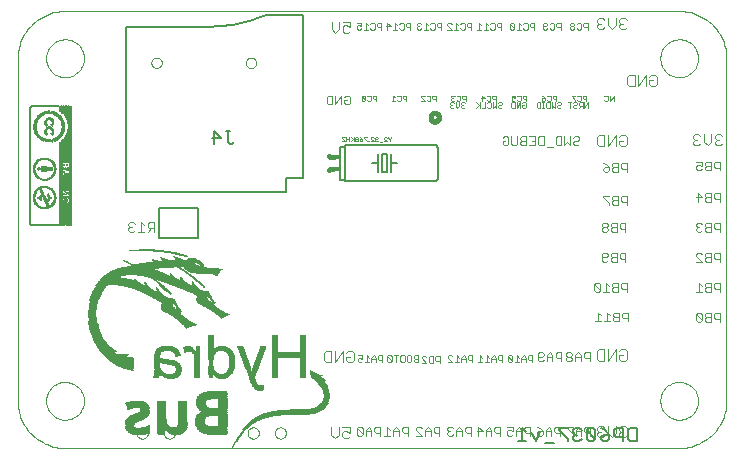
<source format=gbo>
G75*
%MOIN*%
%OFA0B0*%
%FSLAX24Y24*%
%IPPOS*%
%LPD*%
%AMOC8*
5,1,8,0,0,1.08239X$1,22.5*
%
%ADD10C,0.0020*%
%ADD11C,0.0160*%
%ADD12C,0.0030*%
%ADD13R,0.0010X0.4000*%
%ADD14R,0.0010X0.0830*%
%ADD15R,0.0010X0.3150*%
%ADD16R,0.0010X0.0790*%
%ADD17R,0.0010X0.0090*%
%ADD18R,0.0010X0.0610*%
%ADD19R,0.0010X0.0130*%
%ADD20R,0.0010X0.1900*%
%ADD21R,0.0010X0.0780*%
%ADD22R,0.0010X0.0080*%
%ADD23R,0.0010X0.0110*%
%ADD24R,0.0010X0.0770*%
%ADD25R,0.0010X0.0060*%
%ADD26R,0.0010X0.0070*%
%ADD27R,0.0010X0.0100*%
%ADD28R,0.0010X0.1190*%
%ADD29R,0.0010X0.0690*%
%ADD30R,0.0010X0.0760*%
%ADD31R,0.0010X0.0020*%
%ADD32R,0.0010X0.1100*%
%ADD33R,0.0010X0.0590*%
%ADD34R,0.0010X0.0750*%
%ADD35R,0.0010X0.0050*%
%ADD36R,0.0010X0.1050*%
%ADD37R,0.0010X0.0540*%
%ADD38R,0.0010X0.0040*%
%ADD39R,0.0010X0.1020*%
%ADD40R,0.0010X0.0510*%
%ADD41R,0.0010X0.0990*%
%ADD42R,0.0010X0.0480*%
%ADD43R,0.0010X0.0740*%
%ADD44R,0.0010X0.0970*%
%ADD45R,0.0010X0.0460*%
%ADD46R,0.0010X0.0900*%
%ADD47R,0.0010X0.0010*%
%ADD48R,0.0010X0.0950*%
%ADD49R,0.0010X0.0440*%
%ADD50R,0.0010X0.0030*%
%ADD51R,0.0010X0.0600*%
%ADD52R,0.0010X0.0930*%
%ADD53R,0.0010X0.0420*%
%ADD54R,0.0010X0.0910*%
%ADD55R,0.0010X0.0400*%
%ADD56R,0.0010X0.0890*%
%ADD57R,0.0010X0.0380*%
%ADD58R,0.0010X0.0880*%
%ADD59R,0.0010X0.0370*%
%ADD60R,0.0010X0.0580*%
%ADD61R,0.0010X0.0860*%
%ADD62R,0.0010X0.0350*%
%ADD63R,0.0010X0.0570*%
%ADD64R,0.0010X0.0850*%
%ADD65R,0.0010X0.0210*%
%ADD66R,0.0010X0.0340*%
%ADD67R,0.0010X0.0290*%
%ADD68R,0.0010X0.0330*%
%ADD69R,0.0010X0.0560*%
%ADD70R,0.0010X0.0820*%
%ADD71R,0.0010X0.0320*%
%ADD72R,0.0010X0.0550*%
%ADD73R,0.0010X0.0810*%
%ADD74R,0.0010X0.0410*%
%ADD75R,0.0010X0.0300*%
%ADD76R,0.0010X0.0800*%
%ADD77R,0.0010X0.0450*%
%ADD78R,0.0010X0.0490*%
%ADD79R,0.0010X0.0280*%
%ADD80R,0.0010X0.0520*%
%ADD81R,0.0010X0.0270*%
%ADD82R,0.0010X0.0530*%
%ADD83R,0.0010X0.0260*%
%ADD84R,0.0010X0.2860*%
%ADD85R,0.0010X0.0250*%
%ADD86R,0.0010X0.2850*%
%ADD87R,0.0010X0.0220*%
%ADD88R,0.0010X0.0240*%
%ADD89R,0.0010X0.2840*%
%ADD90R,0.0010X0.0200*%
%ADD91R,0.0010X0.0190*%
%ADD92R,0.0010X0.0230*%
%ADD93R,0.0010X0.2830*%
%ADD94R,0.0010X0.0180*%
%ADD95R,0.0010X0.0170*%
%ADD96R,0.0010X0.2820*%
%ADD97R,0.0010X0.0160*%
%ADD98R,0.0010X0.2810*%
%ADD99R,0.0010X0.0150*%
%ADD100R,0.0010X0.2800*%
%ADD101R,0.0010X0.0140*%
%ADD102R,0.0010X0.2790*%
%ADD103R,0.0010X0.0120*%
%ADD104R,0.0010X0.0310*%
%ADD105R,0.0010X0.0390*%
%ADD106R,0.0010X0.0430*%
%ADD107R,0.0010X0.0360*%
%ADD108R,0.0010X0.3980*%
%ADD109R,0.0010X0.3960*%
%ADD110R,0.0010X0.3920*%
%ADD111R,0.0010X0.0005*%
%ADD112R,0.0015X0.0005*%
%ADD113R,0.0020X0.0005*%
%ADD114R,0.0025X0.0005*%
%ADD115R,0.0030X0.0005*%
%ADD116R,0.0035X0.0005*%
%ADD117R,0.0040X0.0005*%
%ADD118R,0.0045X0.0005*%
%ADD119R,0.0050X0.0005*%
%ADD120R,0.0055X0.0005*%
%ADD121R,0.0060X0.0005*%
%ADD122R,0.0065X0.0005*%
%ADD123R,0.0070X0.0005*%
%ADD124R,0.0145X0.0005*%
%ADD125R,0.0100X0.0005*%
%ADD126R,0.0265X0.0005*%
%ADD127R,0.0180X0.0005*%
%ADD128R,0.0335X0.0005*%
%ADD129R,0.0230X0.0005*%
%ADD130R,0.0390X0.0005*%
%ADD131R,0.0270X0.0005*%
%ADD132R,0.0430X0.0005*%
%ADD133R,0.0310X0.0005*%
%ADD134R,0.0605X0.0005*%
%ADD135R,0.0470X0.0005*%
%ADD136R,0.0340X0.0005*%
%ADD137R,0.0655X0.0005*%
%ADD138R,0.0505X0.0005*%
%ADD139R,0.0235X0.0005*%
%ADD140R,0.0360X0.0005*%
%ADD141R,0.0690X0.0005*%
%ADD142R,0.0540X0.0005*%
%ADD143R,0.0385X0.0005*%
%ADD144R,0.0715X0.0005*%
%ADD145R,0.0075X0.0005*%
%ADD146R,0.0570X0.0005*%
%ADD147R,0.0410X0.0005*%
%ADD148R,0.0735X0.0005*%
%ADD149R,0.0595X0.0005*%
%ADD150R,0.0240X0.0005*%
%ADD151R,0.0755X0.0005*%
%ADD152R,0.0620X0.0005*%
%ADD153R,0.0445X0.0005*%
%ADD154R,0.0770X0.0005*%
%ADD155R,0.0645X0.0005*%
%ADD156R,0.0465X0.0005*%
%ADD157R,0.0785X0.0005*%
%ADD158R,0.0665X0.0005*%
%ADD159R,0.0480X0.0005*%
%ADD160R,0.0800X0.0005*%
%ADD161R,0.0080X0.0005*%
%ADD162R,0.0675X0.0005*%
%ADD163R,0.0245X0.0005*%
%ADD164R,0.0495X0.0005*%
%ADD165R,0.0810X0.0005*%
%ADD166R,0.0685X0.0005*%
%ADD167R,0.0825X0.0005*%
%ADD168R,0.0695X0.0005*%
%ADD169R,0.0525X0.0005*%
%ADD170R,0.0835X0.0005*%
%ADD171R,0.0700X0.0005*%
%ADD172R,0.0250X0.0005*%
%ADD173R,0.0535X0.0005*%
%ADD174R,0.0845X0.0005*%
%ADD175R,0.0705X0.0005*%
%ADD176R,0.0545X0.0005*%
%ADD177R,0.0855X0.0005*%
%ADD178R,0.0555X0.0005*%
%ADD179R,0.0865X0.0005*%
%ADD180R,0.0085X0.0005*%
%ADD181R,0.0720X0.0005*%
%ADD182R,0.0565X0.0005*%
%ADD183R,0.0870X0.0005*%
%ADD184R,0.0725X0.0005*%
%ADD185R,0.0255X0.0005*%
%ADD186R,0.0580X0.0005*%
%ADD187R,0.0880X0.0005*%
%ADD188R,0.0730X0.0005*%
%ADD189R,0.0590X0.0005*%
%ADD190R,0.0890X0.0005*%
%ADD191R,0.0090X0.0005*%
%ADD192R,0.0600X0.0005*%
%ADD193R,0.0895X0.0005*%
%ADD194R,0.0740X0.0005*%
%ADD195R,0.0260X0.0005*%
%ADD196R,0.0905X0.0005*%
%ADD197R,0.0745X0.0005*%
%ADD198R,0.0615X0.0005*%
%ADD199R,0.0910X0.0005*%
%ADD200R,0.0750X0.0005*%
%ADD201R,0.0915X0.0005*%
%ADD202R,0.0630X0.0005*%
%ADD203R,0.0925X0.0005*%
%ADD204R,0.0760X0.0005*%
%ADD205R,0.0640X0.0005*%
%ADD206R,0.0930X0.0005*%
%ADD207R,0.0765X0.0005*%
%ADD208R,0.0935X0.0005*%
%ADD209R,0.0095X0.0005*%
%ADD210R,0.0650X0.0005*%
%ADD211R,0.0940X0.0005*%
%ADD212R,0.0660X0.0005*%
%ADD213R,0.0945X0.0005*%
%ADD214R,0.0775X0.0005*%
%ADD215R,0.0950X0.0005*%
%ADD216R,0.0955X0.0005*%
%ADD217R,0.0780X0.0005*%
%ADD218R,0.0960X0.0005*%
%ADD219R,0.0965X0.0005*%
%ADD220R,0.0970X0.0005*%
%ADD221R,0.0790X0.0005*%
%ADD222R,0.0975X0.0005*%
%ADD223R,0.0980X0.0005*%
%ADD224R,0.0795X0.0005*%
%ADD225R,0.0985X0.0005*%
%ADD226R,0.0105X0.0005*%
%ADD227R,0.0990X0.0005*%
%ADD228R,0.0995X0.0005*%
%ADD229R,0.1000X0.0005*%
%ADD230R,0.0110X0.0005*%
%ADD231R,0.0805X0.0005*%
%ADD232R,0.0375X0.0005*%
%ADD233R,0.0300X0.0005*%
%ADD234R,0.1005X0.0005*%
%ADD235R,0.0355X0.0005*%
%ADD236R,0.1010X0.0005*%
%ADD237R,0.0330X0.0005*%
%ADD238R,0.0215X0.0005*%
%ADD239R,0.1015X0.0005*%
%ADD240R,0.0120X0.0005*%
%ADD241R,0.0320X0.0005*%
%ADD242R,0.0195X0.0005*%
%ADD243R,0.0405X0.0005*%
%ADD244R,0.0315X0.0005*%
%ADD245R,0.0175X0.0005*%
%ADD246R,0.0460X0.0005*%
%ADD247R,0.1020X0.0005*%
%ADD248R,0.0155X0.0005*%
%ADD249R,0.0305X0.0005*%
%ADD250R,0.0140X0.0005*%
%ADD251R,0.0370X0.0005*%
%ADD252R,0.1025X0.0005*%
%ADD253R,0.0420X0.0005*%
%ADD254R,0.0125X0.0005*%
%ADD255R,0.1030X0.0005*%
%ADD256R,0.0350X0.0005*%
%ADD257R,0.0475X0.0005*%
%ADD258R,0.0295X0.0005*%
%ADD259R,0.0395X0.0005*%
%ADD260R,0.0345X0.0005*%
%ADD261R,0.0440X0.0005*%
%ADD262R,0.0425X0.0005*%
%ADD263R,0.0130X0.0005*%
%ADD264R,0.0290X0.0005*%
%ADD265R,0.0380X0.0005*%
%ADD266R,0.0400X0.0005*%
%ADD267R,0.0135X0.0005*%
%ADD268R,0.0325X0.0005*%
%ADD269R,0.0005X0.0005*%
%ADD270R,0.0365X0.0005*%
%ADD271R,0.0150X0.0005*%
%ADD272R,0.0160X0.0005*%
%ADD273R,0.0165X0.0005*%
%ADD274R,0.0170X0.0005*%
%ADD275R,0.0185X0.0005*%
%ADD276R,0.0190X0.0005*%
%ADD277R,0.0415X0.0005*%
%ADD278R,0.0200X0.0005*%
%ADD279R,0.0205X0.0005*%
%ADD280R,0.0435X0.0005*%
%ADD281R,0.0450X0.0005*%
%ADD282R,0.0210X0.0005*%
%ADD283R,0.0220X0.0005*%
%ADD284R,0.0490X0.0005*%
%ADD285R,0.0225X0.0005*%
%ADD286R,0.0500X0.0005*%
%ADD287R,0.0510X0.0005*%
%ADD288R,0.0515X0.0005*%
%ADD289R,0.0530X0.0005*%
%ADD290R,0.0550X0.0005*%
%ADD291R,0.0280X0.0005*%
%ADD292R,0.0575X0.0005*%
%ADD293R,0.0285X0.0005*%
%ADD294R,0.0585X0.0005*%
%ADD295R,0.0610X0.0005*%
%ADD296R,0.0520X0.0005*%
%ADD297R,0.0560X0.0005*%
%ADD298R,0.0635X0.0005*%
%ADD299R,0.0885X0.0005*%
%ADD300R,0.1415X0.0005*%
%ADD301R,0.1495X0.0005*%
%ADD302R,0.1545X0.0005*%
%ADD303R,0.1570X0.0005*%
%ADD304R,0.1590X0.0005*%
%ADD305R,0.1605X0.0005*%
%ADD306R,0.1620X0.0005*%
%ADD307R,0.1630X0.0005*%
%ADD308R,0.1640X0.0005*%
%ADD309R,0.1635X0.0005*%
%ADD310R,0.0860X0.0005*%
%ADD311R,0.1610X0.0005*%
%ADD312R,0.1600X0.0005*%
%ADD313R,0.1585X0.0005*%
%ADD314R,0.1575X0.0005*%
%ADD315R,0.1555X0.0005*%
%ADD316R,0.0830X0.0005*%
%ADD317R,0.1540X0.0005*%
%ADD318R,0.1520X0.0005*%
%ADD319R,0.1475X0.0005*%
%ADD320R,0.1445X0.0005*%
%ADD321R,0.1410X0.0005*%
%ADD322R,0.1375X0.0005*%
%ADD323R,0.1325X0.0005*%
%ADD324R,0.1275X0.0005*%
%ADD325R,0.0920X0.0005*%
%ADD326R,0.1195X0.0005*%
%ADD327R,0.1075X0.0005*%
%ADD328R,0.0680X0.0005*%
%ADD329R,0.0275X0.0005*%
%ADD330R,0.0670X0.0005*%
%ADD331R,0.0625X0.0005*%
%ADD332R,0.0900X0.0005*%
%ADD333R,0.0875X0.0005*%
%ADD334R,0.0115X0.0005*%
%ADD335R,0.0455X0.0005*%
%ADD336R,0.0710X0.0005*%
%ADD337R,0.0815X0.0005*%
%ADD338R,0.0820X0.0005*%
%ADD339R,0.0850X0.0005*%
%ADD340R,0.1120X0.0005*%
%ADD341R,0.0485X0.0005*%
%ADD342R,0.1510X0.0005*%
%ADD343R,0.1500X0.0005*%
%ADD344R,0.1490X0.0005*%
%ADD345R,0.1465X0.0005*%
%ADD346R,0.1455X0.0005*%
%ADD347R,0.1440X0.0005*%
%ADD348R,0.1430X0.0005*%
%ADD349R,0.1420X0.0005*%
%ADD350R,0.1400X0.0005*%
%ADD351R,0.1390X0.0005*%
%ADD352R,0.1370X0.0005*%
%ADD353R,0.1360X0.0005*%
%ADD354R,0.1350X0.0005*%
%ADD355R,0.1340X0.0005*%
%ADD356R,0.1320X0.0005*%
%ADD357R,0.1310X0.0005*%
%ADD358R,0.1300X0.0005*%
%ADD359R,0.1290X0.0005*%
%ADD360R,0.1270X0.0005*%
%ADD361R,0.1260X0.0005*%
%ADD362R,0.1160X0.0005*%
%ADD363R,0.1140X0.0005*%
%ADD364R,0.1125X0.0005*%
%ADD365R,0.1105X0.0005*%
%ADD366R,0.1080X0.0005*%
%ADD367R,0.1060X0.0005*%
%ADD368R,0.1035X0.0005*%
%ADD369R,0.1135X0.0005*%
%ADD370R,0.1995X0.0005*%
%ADD371R,0.1975X0.0005*%
%ADD372R,0.1955X0.0005*%
%ADD373R,0.1940X0.0005*%
%ADD374R,0.1920X0.0005*%
%ADD375R,0.1905X0.0005*%
%ADD376R,0.1880X0.0005*%
%ADD377R,0.1865X0.0005*%
%ADD378R,0.1845X0.0005*%
%ADD379R,0.1830X0.0005*%
%ADD380R,0.1805X0.0005*%
%ADD381R,0.1785X0.0005*%
%ADD382R,0.1770X0.0005*%
%ADD383R,0.1745X0.0005*%
%ADD384R,0.1725X0.0005*%
%ADD385R,0.1705X0.0005*%
%ADD386R,0.1685X0.0005*%
%ADD387R,0.1660X0.0005*%
%ADD388R,0.1615X0.0005*%
%ADD389R,0.1595X0.0005*%
%ADD390R,0.1050X0.0005*%
%ADD391R,0.1065X0.0005*%
%ADD392R,0.1530X0.0005*%
%ADD393R,0.1085X0.0005*%
%ADD394R,0.1480X0.0005*%
%ADD395R,0.1115X0.0005*%
%ADD396R,0.1130X0.0005*%
%ADD397R,0.1405X0.0005*%
%ADD398R,0.1385X0.0005*%
%ADD399R,0.1150X0.0005*%
%ADD400R,0.1165X0.0005*%
%ADD401R,0.1180X0.0005*%
%ADD402R,0.1295X0.0005*%
%ADD403R,0.1190X0.0005*%
%ADD404R,0.1265X0.0005*%
%ADD405R,0.1200X0.0005*%
%ADD406R,0.1235X0.0005*%
%ADD407R,0.1215X0.0005*%
%ADD408R,0.1225X0.0005*%
%ADD409R,0.1245X0.0005*%
%ADD410R,0.1240X0.0005*%
%ADD411R,0.1250X0.0005*%
%ADD412R,0.1280X0.0005*%
%ADD413R,0.1315X0.0005*%
%ADD414R,0.1485X0.0005*%
%ADD415R,0.1730X0.0005*%
%ADD416R,0.1760X0.0005*%
%ADD417R,0.2535X0.0005*%
%ADD418R,0.2515X0.0005*%
%ADD419R,0.2375X0.0005*%
%ADD420R,0.2330X0.0005*%
%ADD421R,0.2290X0.0005*%
%ADD422R,0.2260X0.0005*%
%ADD423R,0.2235X0.0005*%
%ADD424R,0.2210X0.0005*%
%ADD425R,0.2195X0.0005*%
%ADD426R,0.2180X0.0005*%
%ADD427R,0.2160X0.0005*%
%ADD428R,0.2155X0.0005*%
%ADD429R,0.2070X0.0005*%
%ADD430R,0.2030X0.0005*%
%ADD431R,0.1960X0.0005*%
%ADD432R,0.1930X0.0005*%
%ADD433R,0.1890X0.0005*%
%ADD434R,0.1855X0.0005*%
%ADD435R,0.1810X0.0005*%
%ADD436R,0.1775X0.0005*%
%ADD437R,0.1735X0.0005*%
%ADD438R,0.1695X0.0005*%
%ADD439R,0.1650X0.0005*%
%ADD440R,0.1535X0.0005*%
%ADD441R,0.1645X0.0005*%
%ADD442C,0.0000*%
%ADD443C,0.0060*%
%ADD444R,0.0230X0.0160*%
%ADD445C,0.0050*%
%ADD446C,0.0040*%
D10*
X015731Y006322D02*
X015768Y006286D01*
X015841Y006286D01*
X015878Y006322D01*
X015878Y006396D02*
X015804Y006432D01*
X015768Y006432D01*
X015731Y006396D01*
X015731Y006322D01*
X015878Y006396D02*
X015878Y006506D01*
X015731Y006506D01*
X016025Y006506D02*
X016025Y006286D01*
X015952Y006286D02*
X016099Y006286D01*
X016173Y006286D02*
X016173Y006432D01*
X016246Y006506D01*
X016320Y006432D01*
X016320Y006286D01*
X016320Y006396D02*
X016173Y006396D01*
X016099Y006432D02*
X016025Y006506D01*
X016394Y006469D02*
X016394Y006396D01*
X016430Y006359D01*
X016541Y006359D01*
X016541Y006286D02*
X016541Y006506D01*
X016430Y006506D01*
X016394Y006469D01*
X016701Y006469D02*
X016701Y006322D01*
X016738Y006286D01*
X016811Y006286D01*
X016848Y006322D01*
X016701Y006469D01*
X016738Y006506D01*
X016811Y006506D01*
X016848Y006469D01*
X016848Y006322D01*
X016995Y006286D02*
X016995Y006506D01*
X016922Y006506D02*
X017069Y006506D01*
X017143Y006469D02*
X017179Y006506D01*
X017253Y006506D01*
X017290Y006469D01*
X017290Y006322D01*
X017253Y006286D01*
X017179Y006286D01*
X017143Y006322D01*
X017143Y006469D01*
X017364Y006469D02*
X017364Y006322D01*
X017400Y006286D01*
X017474Y006286D01*
X017511Y006322D01*
X017511Y006469D01*
X017474Y006506D01*
X017400Y006506D01*
X017364Y006469D01*
X017585Y006469D02*
X017585Y006432D01*
X017621Y006396D01*
X017732Y006396D01*
X017732Y006286D02*
X017732Y006506D01*
X017621Y006506D01*
X017585Y006469D01*
X017621Y006396D02*
X017585Y006359D01*
X017585Y006322D01*
X017621Y006286D01*
X017732Y006286D01*
X017861Y006256D02*
X018008Y006256D01*
X017861Y006402D01*
X017861Y006439D01*
X017898Y006476D01*
X017971Y006476D01*
X018008Y006439D01*
X018082Y006439D02*
X018118Y006476D01*
X018229Y006476D01*
X018229Y006256D01*
X018118Y006256D01*
X018082Y006292D01*
X018082Y006439D01*
X018303Y006439D02*
X018339Y006476D01*
X018450Y006476D01*
X018450Y006256D01*
X018450Y006329D02*
X018339Y006329D01*
X018303Y006366D01*
X018303Y006439D01*
X018731Y006432D02*
X018731Y006469D01*
X018768Y006506D01*
X018841Y006506D01*
X018878Y006469D01*
X018731Y006432D02*
X018878Y006286D01*
X018731Y006286D01*
X018952Y006286D02*
X019099Y006286D01*
X019173Y006286D02*
X019173Y006432D01*
X019246Y006506D01*
X019320Y006432D01*
X019320Y006286D01*
X019320Y006396D02*
X019173Y006396D01*
X019099Y006432D02*
X019025Y006506D01*
X019025Y006286D01*
X019394Y006396D02*
X019430Y006359D01*
X019541Y006359D01*
X019541Y006286D02*
X019541Y006506D01*
X019430Y006506D01*
X019394Y006469D01*
X019394Y006396D01*
X019731Y006286D02*
X019878Y006286D01*
X019804Y006286D02*
X019804Y006506D01*
X019878Y006432D01*
X019952Y006286D02*
X020099Y006286D01*
X020173Y006286D02*
X020173Y006432D01*
X020246Y006506D01*
X020320Y006432D01*
X020320Y006286D01*
X020320Y006396D02*
X020173Y006396D01*
X020099Y006432D02*
X020025Y006506D01*
X020025Y006286D01*
X020394Y006396D02*
X020394Y006469D01*
X020430Y006506D01*
X020541Y006506D01*
X020541Y006286D01*
X020541Y006359D02*
X020430Y006359D01*
X020394Y006396D01*
X020731Y006469D02*
X020878Y006322D01*
X020841Y006286D01*
X020768Y006286D01*
X020731Y006322D01*
X020731Y006469D01*
X020768Y006506D01*
X020841Y006506D01*
X020878Y006469D01*
X020878Y006322D01*
X020952Y006286D02*
X021099Y006286D01*
X021173Y006286D02*
X021173Y006432D01*
X021246Y006506D01*
X021320Y006432D01*
X021320Y006286D01*
X021320Y006396D02*
X021173Y006396D01*
X021099Y006432D02*
X021025Y006506D01*
X021025Y006286D01*
X021394Y006396D02*
X021394Y006469D01*
X021430Y006506D01*
X021541Y006506D01*
X021541Y006286D01*
X021541Y006359D02*
X021430Y006359D01*
X021394Y006396D01*
X016789Y013636D02*
X016789Y013706D01*
X016742Y013752D01*
X016742Y013776D01*
X016689Y013752D02*
X016665Y013776D01*
X016618Y013776D01*
X016595Y013752D01*
X016595Y013729D01*
X016689Y013636D01*
X016595Y013636D01*
X016541Y013612D02*
X016448Y013612D01*
X016394Y013659D02*
X016371Y013636D01*
X016324Y013636D01*
X016300Y013659D01*
X016300Y013682D01*
X016324Y013706D01*
X016347Y013706D01*
X016324Y013706D02*
X016300Y013729D01*
X016300Y013752D01*
X016324Y013776D01*
X016371Y013776D01*
X016394Y013752D01*
X016247Y013752D02*
X016223Y013776D01*
X016177Y013776D01*
X016153Y013752D01*
X016153Y013729D01*
X016247Y013636D01*
X016153Y013636D01*
X016099Y013636D02*
X016076Y013636D01*
X016076Y013659D01*
X016099Y013659D01*
X016099Y013636D01*
X016026Y013636D02*
X016026Y013659D01*
X015932Y013752D01*
X015932Y013776D01*
X016026Y013776D01*
X015878Y013706D02*
X015808Y013706D01*
X015785Y013682D01*
X015785Y013659D01*
X015808Y013636D01*
X015855Y013636D01*
X015878Y013659D01*
X015878Y013706D01*
X015832Y013752D01*
X015785Y013776D01*
X015731Y013752D02*
X015731Y013729D01*
X015708Y013706D01*
X015661Y013706D01*
X015638Y013682D01*
X015638Y013659D01*
X015661Y013636D01*
X015708Y013636D01*
X015731Y013659D01*
X015731Y013682D01*
X015708Y013706D01*
X015661Y013706D02*
X015638Y013729D01*
X015638Y013752D01*
X015661Y013776D01*
X015708Y013776D01*
X015731Y013752D01*
X015584Y013776D02*
X015584Y013636D01*
X015584Y013682D02*
X015490Y013776D01*
X015436Y013776D02*
X015436Y013636D01*
X015490Y013636D02*
X015560Y013706D01*
X015436Y013706D02*
X015343Y013706D01*
X015343Y013776D02*
X015343Y013636D01*
X015289Y013636D02*
X015196Y013636D01*
X015289Y013636D02*
X015289Y013659D01*
X015196Y013752D01*
X015196Y013776D01*
X015289Y013776D01*
X016789Y013706D02*
X016836Y013752D01*
X016836Y013776D01*
X016848Y014986D02*
X016968Y014986D01*
X016908Y014986D02*
X016908Y015166D01*
X016968Y015106D01*
X017032Y015136D02*
X017062Y015166D01*
X017122Y015166D01*
X017152Y015136D01*
X017152Y015016D01*
X017122Y014986D01*
X017062Y014986D01*
X017032Y015016D01*
X017217Y015076D02*
X017247Y015046D01*
X017337Y015046D01*
X017337Y014986D02*
X017337Y015166D01*
X017247Y015166D01*
X017217Y015136D01*
X017217Y015076D01*
X017838Y015106D02*
X017838Y015136D01*
X017868Y015166D01*
X017928Y015166D01*
X017958Y015136D01*
X018022Y015136D02*
X018052Y015166D01*
X018112Y015166D01*
X018142Y015136D01*
X018142Y015016D01*
X018112Y014986D01*
X018052Y014986D01*
X018022Y015016D01*
X017958Y014986D02*
X017838Y015106D01*
X017838Y014986D02*
X017958Y014986D01*
X018207Y015076D02*
X018237Y015046D01*
X018327Y015046D01*
X018327Y014986D02*
X018327Y015166D01*
X018237Y015166D01*
X018207Y015136D01*
X018207Y015076D01*
X018798Y014906D02*
X018798Y014876D01*
X018828Y014846D01*
X018798Y014816D01*
X018798Y014786D01*
X018828Y014756D01*
X018888Y014756D01*
X018918Y014786D01*
X018982Y014816D02*
X018982Y014936D01*
X018918Y014906D02*
X018888Y014936D01*
X018828Y014936D01*
X018798Y014906D01*
X018828Y014846D02*
X018858Y014846D01*
X018982Y014816D02*
X019042Y014756D01*
X019102Y014816D01*
X019102Y014936D01*
X019102Y014986D02*
X019042Y014986D01*
X019012Y015016D01*
X018948Y015016D02*
X018918Y014986D01*
X018858Y014986D01*
X018828Y015016D01*
X018828Y015046D01*
X018858Y015076D01*
X018888Y015076D01*
X018858Y015076D02*
X018828Y015106D01*
X018828Y015136D01*
X018858Y015166D01*
X018918Y015166D01*
X018948Y015136D01*
X019012Y015136D02*
X019042Y015166D01*
X019102Y015166D01*
X019132Y015136D01*
X019132Y015016D01*
X019102Y014986D01*
X019167Y014906D02*
X019167Y014876D01*
X019197Y014846D01*
X019167Y014816D01*
X019167Y014786D01*
X019197Y014756D01*
X019257Y014756D01*
X019287Y014786D01*
X019227Y014846D02*
X019197Y014846D01*
X019167Y014906D02*
X019197Y014936D01*
X019257Y014936D01*
X019287Y014906D01*
X019317Y014986D02*
X019317Y015166D01*
X019227Y015166D01*
X019197Y015136D01*
X019197Y015076D01*
X019227Y015046D01*
X019317Y015046D01*
X019670Y014936D02*
X019790Y014816D01*
X019760Y014846D02*
X019670Y014756D01*
X019790Y014756D02*
X019790Y014936D01*
X019868Y014986D02*
X019868Y015166D01*
X019958Y015076D01*
X019838Y015076D01*
X020022Y015136D02*
X020052Y015166D01*
X020112Y015166D01*
X020142Y015136D01*
X020142Y015016D01*
X020112Y014986D01*
X020052Y014986D01*
X020022Y015016D01*
X020068Y014936D02*
X020128Y014936D01*
X020158Y014906D01*
X020158Y014786D01*
X020128Y014756D01*
X020068Y014756D01*
X020038Y014786D01*
X019974Y014756D02*
X019854Y014756D01*
X019974Y014756D02*
X019974Y014936D01*
X020038Y014906D02*
X020068Y014936D01*
X020222Y014936D02*
X020222Y014756D01*
X020282Y014816D01*
X020342Y014756D01*
X020342Y014936D01*
X020327Y014986D02*
X020327Y015166D01*
X020237Y015166D01*
X020207Y015136D01*
X020207Y015076D01*
X020237Y015046D01*
X020327Y015046D01*
X020437Y014936D02*
X020497Y014936D01*
X020527Y014906D01*
X020527Y014876D01*
X020497Y014846D01*
X020437Y014846D01*
X020407Y014816D01*
X020407Y014786D01*
X020437Y014756D01*
X020497Y014756D01*
X020527Y014786D01*
X020407Y014906D02*
X020437Y014936D01*
X020838Y014906D02*
X020868Y014936D01*
X020958Y014936D01*
X020958Y014756D01*
X020868Y014756D01*
X020838Y014786D01*
X020838Y014906D01*
X020878Y014986D02*
X020938Y014986D01*
X020968Y015016D01*
X020968Y015076D02*
X020908Y015106D01*
X020878Y015106D01*
X020848Y015076D01*
X020848Y015016D01*
X020878Y014986D01*
X020968Y015076D02*
X020968Y015166D01*
X020848Y015166D01*
X021032Y015136D02*
X021062Y015166D01*
X021122Y015166D01*
X021152Y015136D01*
X021152Y015016D01*
X021122Y014986D01*
X021062Y014986D01*
X021032Y015016D01*
X021022Y014936D02*
X021022Y014756D01*
X021142Y014936D01*
X021142Y014756D01*
X021207Y014786D02*
X021207Y014846D01*
X021267Y014846D01*
X021327Y014906D02*
X021327Y014786D01*
X021297Y014756D01*
X021237Y014756D01*
X021207Y014786D01*
X021207Y014906D02*
X021237Y014936D01*
X021297Y014936D01*
X021327Y014906D01*
X021337Y014986D02*
X021337Y015166D01*
X021247Y015166D01*
X021217Y015136D01*
X021217Y015076D01*
X021247Y015046D01*
X021337Y015046D01*
X021691Y014906D02*
X021721Y014936D01*
X021781Y014936D01*
X021811Y014906D01*
X021811Y014786D01*
X021781Y014756D01*
X021721Y014756D01*
X021691Y014786D01*
X021691Y014906D01*
X021874Y014936D02*
X021934Y014936D01*
X021904Y014936D02*
X021904Y014756D01*
X021934Y014756D02*
X021874Y014756D01*
X021998Y014786D02*
X021998Y014906D01*
X022028Y014936D01*
X022118Y014936D01*
X022118Y014756D01*
X022028Y014756D01*
X021998Y014786D01*
X022182Y014756D02*
X022182Y014936D01*
X022122Y014986D02*
X022062Y014986D01*
X022032Y015016D01*
X021968Y015016D02*
X021938Y014986D01*
X021878Y014986D01*
X021848Y015016D01*
X021848Y015046D01*
X021878Y015076D01*
X021968Y015076D01*
X021968Y015016D01*
X021968Y015076D02*
X021908Y015136D01*
X021848Y015166D01*
X022032Y015136D02*
X022062Y015166D01*
X022122Y015166D01*
X022152Y015136D01*
X022152Y015016D01*
X022122Y014986D01*
X022217Y015076D02*
X022247Y015046D01*
X022337Y015046D01*
X022337Y014986D02*
X022337Y015166D01*
X022247Y015166D01*
X022217Y015136D01*
X022217Y015076D01*
X022302Y014936D02*
X022302Y014756D01*
X022242Y014816D01*
X022182Y014756D01*
X022367Y014786D02*
X022397Y014756D01*
X022457Y014756D01*
X022487Y014786D01*
X022457Y014846D02*
X022397Y014846D01*
X022367Y014816D01*
X022367Y014786D01*
X022457Y014846D02*
X022487Y014876D01*
X022487Y014906D01*
X022457Y014936D01*
X022397Y014936D01*
X022367Y014906D01*
X022724Y014936D02*
X022844Y014936D01*
X022784Y014936D02*
X022784Y014756D01*
X022908Y014786D02*
X022938Y014756D01*
X022998Y014756D01*
X023028Y014786D01*
X022998Y014846D02*
X022938Y014846D01*
X022908Y014816D01*
X022908Y014786D01*
X022998Y014846D02*
X023028Y014876D01*
X023028Y014906D01*
X022998Y014936D01*
X022938Y014936D01*
X022908Y014906D01*
X022968Y014986D02*
X022968Y015016D01*
X022848Y015136D01*
X022848Y015166D01*
X022968Y015166D01*
X023032Y015136D02*
X023062Y015166D01*
X023122Y015166D01*
X023152Y015136D01*
X023152Y015016D01*
X023122Y014986D01*
X023062Y014986D01*
X023032Y015016D01*
X023122Y014936D02*
X023092Y014906D01*
X023092Y014846D01*
X023122Y014816D01*
X023212Y014816D01*
X023152Y014816D02*
X023092Y014756D01*
X023212Y014756D02*
X023212Y014936D01*
X023122Y014936D01*
X023277Y014936D02*
X023277Y014756D01*
X023397Y014936D01*
X023397Y014756D01*
X023337Y014986D02*
X023337Y015166D01*
X023247Y015166D01*
X023217Y015136D01*
X023217Y015076D01*
X023247Y015046D01*
X023337Y015046D01*
X023942Y015016D02*
X023972Y014986D01*
X024032Y014986D01*
X024062Y015016D01*
X024062Y015136D01*
X024032Y015166D01*
X023972Y015166D01*
X023942Y015136D01*
X024127Y015166D02*
X024127Y014986D01*
X024247Y015166D01*
X024247Y014986D01*
X023387Y017366D02*
X023387Y017586D01*
X023277Y017586D01*
X023240Y017549D01*
X023240Y017476D01*
X023277Y017439D01*
X023387Y017439D01*
X023166Y017402D02*
X023129Y017366D01*
X023056Y017366D01*
X023019Y017402D01*
X022945Y017402D02*
X022945Y017439D01*
X022908Y017476D01*
X022835Y017476D01*
X022798Y017439D01*
X022798Y017402D01*
X022835Y017366D01*
X022908Y017366D01*
X022945Y017402D01*
X022908Y017476D02*
X022945Y017512D01*
X022945Y017549D01*
X022908Y017586D01*
X022835Y017586D01*
X022798Y017549D01*
X022798Y017512D01*
X022835Y017476D01*
X023019Y017549D02*
X023056Y017586D01*
X023129Y017586D01*
X023166Y017549D01*
X023166Y017402D01*
X022487Y017366D02*
X022487Y017586D01*
X022377Y017586D01*
X022340Y017549D01*
X022340Y017476D01*
X022377Y017439D01*
X022487Y017439D01*
X022266Y017402D02*
X022229Y017366D01*
X022156Y017366D01*
X022119Y017402D01*
X022045Y017402D02*
X022008Y017366D01*
X021935Y017366D01*
X021898Y017402D01*
X021898Y017549D01*
X021935Y017586D01*
X022008Y017586D01*
X022045Y017549D01*
X022045Y017512D01*
X022008Y017476D01*
X021898Y017476D01*
X022119Y017549D02*
X022156Y017586D01*
X022229Y017586D01*
X022266Y017549D01*
X022266Y017402D01*
X021607Y017366D02*
X021607Y017586D01*
X021497Y017586D01*
X021460Y017549D01*
X021460Y017476D01*
X021497Y017439D01*
X021607Y017439D01*
X021386Y017402D02*
X021349Y017366D01*
X021276Y017366D01*
X021239Y017402D01*
X021165Y017366D02*
X021018Y017366D01*
X021091Y017366D02*
X021091Y017586D01*
X021165Y017512D01*
X021239Y017549D02*
X021276Y017586D01*
X021349Y017586D01*
X021386Y017549D01*
X021386Y017402D01*
X020944Y017402D02*
X020797Y017549D01*
X020797Y017402D01*
X020834Y017366D01*
X020907Y017366D01*
X020944Y017402D01*
X020944Y017549D01*
X020907Y017586D01*
X020834Y017586D01*
X020797Y017549D01*
X020507Y017586D02*
X020397Y017586D01*
X020360Y017549D01*
X020360Y017476D01*
X020397Y017439D01*
X020507Y017439D01*
X020507Y017366D02*
X020507Y017586D01*
X020286Y017549D02*
X020286Y017402D01*
X020249Y017366D01*
X020176Y017366D01*
X020139Y017402D01*
X020065Y017366D02*
X019918Y017366D01*
X019991Y017366D02*
X019991Y017586D01*
X020065Y017512D01*
X020139Y017549D02*
X020176Y017586D01*
X020249Y017586D01*
X020286Y017549D01*
X019844Y017512D02*
X019770Y017586D01*
X019770Y017366D01*
X019697Y017366D02*
X019844Y017366D01*
X019511Y017366D02*
X019511Y017586D01*
X019400Y017586D01*
X019364Y017549D01*
X019364Y017476D01*
X019400Y017439D01*
X019511Y017439D01*
X019290Y017402D02*
X019253Y017366D01*
X019179Y017366D01*
X019143Y017402D01*
X019069Y017366D02*
X018922Y017366D01*
X018995Y017366D02*
X018995Y017586D01*
X019069Y017512D01*
X019143Y017549D02*
X019179Y017586D01*
X019253Y017586D01*
X019290Y017549D01*
X019290Y017402D01*
X018848Y017366D02*
X018701Y017512D01*
X018701Y017549D01*
X018738Y017586D01*
X018811Y017586D01*
X018848Y017549D01*
X018848Y017366D02*
X018701Y017366D01*
X018507Y017366D02*
X018507Y017586D01*
X018397Y017586D01*
X018360Y017549D01*
X018360Y017476D01*
X018397Y017439D01*
X018507Y017439D01*
X018286Y017402D02*
X018249Y017366D01*
X018176Y017366D01*
X018139Y017402D01*
X018065Y017366D02*
X017918Y017366D01*
X017991Y017366D02*
X017991Y017586D01*
X018065Y017512D01*
X018139Y017549D02*
X018176Y017586D01*
X018249Y017586D01*
X018286Y017549D01*
X018286Y017402D01*
X017844Y017402D02*
X017807Y017366D01*
X017734Y017366D01*
X017697Y017402D01*
X017697Y017439D01*
X017734Y017476D01*
X017770Y017476D01*
X017734Y017476D02*
X017697Y017512D01*
X017697Y017549D01*
X017734Y017586D01*
X017807Y017586D01*
X017844Y017549D01*
X017477Y017586D02*
X017477Y017366D01*
X017477Y017439D02*
X017367Y017439D01*
X017330Y017476D01*
X017330Y017549D01*
X017367Y017586D01*
X017477Y017586D01*
X017256Y017549D02*
X017219Y017586D01*
X017146Y017586D01*
X017109Y017549D01*
X017035Y017512D02*
X016961Y017586D01*
X016961Y017366D01*
X016888Y017366D02*
X017035Y017366D01*
X017109Y017402D02*
X017146Y017366D01*
X017219Y017366D01*
X017256Y017402D01*
X017256Y017549D01*
X016814Y017476D02*
X016667Y017476D01*
X016704Y017586D02*
X016814Y017476D01*
X016704Y017366D02*
X016704Y017586D01*
X016507Y017586D02*
X016507Y017366D01*
X016507Y017439D02*
X016397Y017439D01*
X016360Y017476D01*
X016360Y017549D01*
X016397Y017586D01*
X016507Y017586D01*
X016286Y017549D02*
X016249Y017586D01*
X016176Y017586D01*
X016139Y017549D01*
X016065Y017512D02*
X015991Y017586D01*
X015991Y017366D01*
X015918Y017366D02*
X016065Y017366D01*
X016139Y017402D02*
X016176Y017366D01*
X016249Y017366D01*
X016286Y017402D01*
X016286Y017549D01*
X015844Y017586D02*
X015844Y017476D01*
X015770Y017512D01*
X015734Y017512D01*
X015697Y017476D01*
X015697Y017402D01*
X015734Y017366D01*
X015807Y017366D01*
X015844Y017402D01*
X015844Y017586D02*
X015697Y017586D01*
X015878Y015166D02*
X015848Y015136D01*
X015968Y015016D01*
X015938Y014986D01*
X015878Y014986D01*
X015848Y015016D01*
X015848Y015136D01*
X015878Y015166D02*
X015938Y015166D01*
X015968Y015136D01*
X015968Y015016D01*
X016032Y015016D02*
X016062Y014986D01*
X016122Y014986D01*
X016152Y015016D01*
X016152Y015136D01*
X016122Y015166D01*
X016062Y015166D01*
X016032Y015136D01*
X016217Y015136D02*
X016247Y015166D01*
X016337Y015166D01*
X016337Y014986D01*
X016337Y015046D02*
X016247Y015046D01*
X016217Y015076D01*
X016217Y015136D01*
D11*
X018146Y014439D02*
X018148Y014462D01*
X018154Y014485D01*
X018163Y014506D01*
X018176Y014526D01*
X018192Y014543D01*
X018210Y014557D01*
X018230Y014568D01*
X018252Y014576D01*
X018275Y014580D01*
X018299Y014580D01*
X018322Y014576D01*
X018344Y014568D01*
X018364Y014557D01*
X018382Y014543D01*
X018398Y014526D01*
X018411Y014506D01*
X018420Y014485D01*
X018426Y014462D01*
X018428Y014439D01*
X018426Y014416D01*
X018420Y014393D01*
X018411Y014372D01*
X018398Y014352D01*
X018382Y014335D01*
X018364Y014321D01*
X018344Y014310D01*
X018322Y014302D01*
X018299Y014298D01*
X018275Y014298D01*
X018252Y014302D01*
X018230Y014310D01*
X018210Y014321D01*
X018192Y014335D01*
X018176Y014352D01*
X018163Y014372D01*
X018154Y014393D01*
X018148Y014416D01*
X018146Y014439D01*
X014937Y013116D02*
X014787Y013116D01*
X014767Y013136D01*
X014787Y012716D02*
X014767Y012696D01*
X014787Y012716D02*
X014887Y012716D01*
D12*
X014872Y014871D02*
X014727Y014871D01*
X014679Y014919D01*
X014679Y015112D01*
X014727Y015161D01*
X014872Y015161D01*
X014872Y014871D01*
X014973Y014871D02*
X014973Y015161D01*
X015167Y015161D02*
X014973Y014871D01*
X015167Y014871D02*
X015167Y015161D01*
X015268Y015112D02*
X015316Y015161D01*
X015413Y015161D01*
X015462Y015112D01*
X015462Y014919D01*
X015413Y014871D01*
X015316Y014871D01*
X015268Y014919D01*
X015268Y015016D01*
X015365Y015016D01*
X015400Y017261D02*
X015462Y017322D01*
X015400Y017261D02*
X015276Y017261D01*
X015215Y017322D01*
X015215Y017446D01*
X015276Y017507D01*
X015338Y017507D01*
X015462Y017446D01*
X015462Y017631D01*
X015215Y017631D01*
X015093Y017631D02*
X015093Y017384D01*
X014970Y017261D01*
X014846Y017384D01*
X014846Y017631D01*
X020546Y013757D02*
X020594Y013806D01*
X020691Y013806D01*
X020739Y013757D01*
X020739Y013564D01*
X020691Y013516D01*
X020594Y013516D01*
X020546Y013564D01*
X020546Y013661D01*
X020643Y013661D01*
X020841Y013564D02*
X020889Y013516D01*
X020986Y013516D01*
X021034Y013564D01*
X021034Y013806D01*
X021135Y013757D02*
X021135Y013709D01*
X021184Y013661D01*
X021329Y013661D01*
X021329Y013806D02*
X021184Y013806D01*
X021135Y013757D01*
X021184Y013661D02*
X021135Y013612D01*
X021135Y013564D01*
X021184Y013516D01*
X021329Y013516D01*
X021329Y013806D01*
X021430Y013806D02*
X021623Y013806D01*
X021623Y013516D01*
X021430Y013516D01*
X021527Y013661D02*
X021623Y013661D01*
X021725Y013564D02*
X021725Y013757D01*
X021773Y013806D01*
X021918Y013806D01*
X021918Y013516D01*
X021773Y013516D01*
X021725Y013564D01*
X022019Y013467D02*
X022213Y013467D01*
X022314Y013564D02*
X022314Y013757D01*
X022362Y013806D01*
X022507Y013806D01*
X022507Y013516D01*
X022362Y013516D01*
X022314Y013564D01*
X022608Y013516D02*
X022608Y013806D01*
X022802Y013806D02*
X022802Y013516D01*
X022705Y013612D01*
X022608Y013516D01*
X022903Y013564D02*
X022951Y013516D01*
X023048Y013516D01*
X023097Y013564D01*
X023048Y013661D02*
X022951Y013661D01*
X022903Y013612D01*
X022903Y013564D01*
X023048Y013661D02*
X023097Y013709D01*
X023097Y013757D01*
X023048Y013806D01*
X022951Y013806D01*
X022903Y013757D01*
X023698Y013789D02*
X023698Y013542D01*
X023760Y013481D01*
X023945Y013481D01*
X023945Y013851D01*
X023760Y013851D01*
X023698Y013789D01*
X024066Y013851D02*
X024066Y013481D01*
X024313Y013851D01*
X024313Y013481D01*
X024435Y013542D02*
X024435Y013666D01*
X024558Y013666D01*
X024435Y013789D02*
X024496Y013851D01*
X024620Y013851D01*
X024682Y013789D01*
X024682Y013542D01*
X024620Y013481D01*
X024496Y013481D01*
X024435Y013542D01*
X024387Y012921D02*
X024242Y012921D01*
X024193Y012872D01*
X024193Y012824D01*
X024242Y012776D01*
X024387Y012776D01*
X024488Y012776D02*
X024536Y012727D01*
X024682Y012727D01*
X024682Y012631D02*
X024682Y012921D01*
X024536Y012921D01*
X024488Y012872D01*
X024488Y012776D01*
X024387Y012631D02*
X024387Y012921D01*
X024242Y012776D02*
X024193Y012727D01*
X024193Y012679D01*
X024242Y012631D01*
X024387Y012631D01*
X024092Y012679D02*
X024092Y012776D01*
X023947Y012776D01*
X023899Y012727D01*
X023899Y012679D01*
X023947Y012631D01*
X024044Y012631D01*
X024092Y012679D01*
X024092Y012776D02*
X023996Y012872D01*
X023899Y012921D01*
X023899Y011821D02*
X023899Y011772D01*
X024092Y011579D01*
X024092Y011531D01*
X024193Y011579D02*
X024242Y011531D01*
X024387Y011531D01*
X024387Y011821D01*
X024242Y011821D01*
X024193Y011772D01*
X024193Y011724D01*
X024242Y011676D01*
X024387Y011676D01*
X024488Y011676D02*
X024488Y011772D01*
X024536Y011821D01*
X024682Y011821D01*
X024682Y011531D01*
X024682Y011627D02*
X024536Y011627D01*
X024488Y011676D01*
X024242Y011676D02*
X024193Y011627D01*
X024193Y011579D01*
X024092Y011821D02*
X023899Y011821D01*
X023907Y010921D02*
X023859Y010872D01*
X023859Y010824D01*
X023907Y010776D01*
X024004Y010776D01*
X024052Y010824D01*
X024052Y010872D01*
X024004Y010921D01*
X023907Y010921D01*
X023907Y010776D02*
X023859Y010727D01*
X023859Y010679D01*
X023907Y010631D01*
X024004Y010631D01*
X024052Y010679D01*
X024052Y010727D01*
X024004Y010776D01*
X024153Y010824D02*
X024202Y010776D01*
X024347Y010776D01*
X024448Y010776D02*
X024496Y010727D01*
X024642Y010727D01*
X024642Y010631D02*
X024642Y010921D01*
X024496Y010921D01*
X024448Y010872D01*
X024448Y010776D01*
X024347Y010631D02*
X024347Y010921D01*
X024202Y010921D01*
X024153Y010872D01*
X024153Y010824D01*
X024202Y010776D02*
X024153Y010727D01*
X024153Y010679D01*
X024202Y010631D01*
X024347Y010631D01*
X024347Y009921D02*
X024202Y009921D01*
X024153Y009872D01*
X024153Y009824D01*
X024202Y009776D01*
X024347Y009776D01*
X024448Y009776D02*
X024496Y009727D01*
X024642Y009727D01*
X024642Y009631D02*
X024642Y009921D01*
X024496Y009921D01*
X024448Y009872D01*
X024448Y009776D01*
X024347Y009631D02*
X024347Y009921D01*
X024202Y009776D02*
X024153Y009727D01*
X024153Y009679D01*
X024202Y009631D01*
X024347Y009631D01*
X024052Y009679D02*
X024004Y009631D01*
X023907Y009631D01*
X023859Y009679D01*
X023859Y009872D01*
X023907Y009921D01*
X024004Y009921D01*
X024052Y009872D01*
X024052Y009824D01*
X024004Y009776D01*
X023859Y009776D01*
X023749Y008921D02*
X023653Y008921D01*
X023604Y008872D01*
X023798Y008679D01*
X023749Y008631D01*
X023653Y008631D01*
X023604Y008679D01*
X023604Y008872D01*
X023749Y008921D02*
X023798Y008872D01*
X023798Y008679D01*
X023899Y008631D02*
X024092Y008631D01*
X023996Y008631D02*
X023996Y008921D01*
X024092Y008824D01*
X024193Y008824D02*
X024242Y008776D01*
X024387Y008776D01*
X024488Y008776D02*
X024536Y008727D01*
X024682Y008727D01*
X024682Y008631D02*
X024682Y008921D01*
X024536Y008921D01*
X024488Y008872D01*
X024488Y008776D01*
X024387Y008631D02*
X024387Y008921D01*
X024242Y008921D01*
X024193Y008872D01*
X024193Y008824D01*
X024242Y008776D02*
X024193Y008727D01*
X024193Y008679D01*
X024242Y008631D01*
X024387Y008631D01*
X024417Y007931D02*
X024272Y007931D01*
X024223Y007882D01*
X024223Y007834D01*
X024272Y007786D01*
X024417Y007786D01*
X024518Y007786D02*
X024518Y007882D01*
X024566Y007931D01*
X024712Y007931D01*
X024712Y007641D01*
X024712Y007737D02*
X024566Y007737D01*
X024518Y007786D01*
X024417Y007641D02*
X024417Y007931D01*
X024272Y007786D02*
X024223Y007737D01*
X024223Y007689D01*
X024272Y007641D01*
X024417Y007641D01*
X024122Y007641D02*
X023929Y007641D01*
X024026Y007641D02*
X024026Y007931D01*
X024122Y007834D01*
X023828Y007834D02*
X023731Y007931D01*
X023731Y007641D01*
X023828Y007641D02*
X023634Y007641D01*
X023760Y006701D02*
X023945Y006701D01*
X023945Y006331D01*
X023760Y006331D01*
X023698Y006392D01*
X023698Y006639D01*
X023760Y006701D01*
X024066Y006701D02*
X024066Y006331D01*
X024313Y006701D01*
X024313Y006331D01*
X024435Y006392D02*
X024435Y006516D01*
X024558Y006516D01*
X024435Y006639D02*
X024496Y006701D01*
X024620Y006701D01*
X024682Y006639D01*
X024682Y006392D01*
X024620Y006331D01*
X024496Y006331D01*
X024435Y006392D01*
X023446Y006407D02*
X023300Y006407D01*
X023252Y006456D01*
X023252Y006552D01*
X023300Y006601D01*
X023446Y006601D01*
X023446Y006311D01*
X023151Y006311D02*
X023151Y006504D01*
X023054Y006601D01*
X022957Y006504D01*
X022957Y006311D01*
X022856Y006359D02*
X022856Y006407D01*
X022808Y006456D01*
X022711Y006456D01*
X022663Y006407D01*
X022663Y006359D01*
X022711Y006311D01*
X022808Y006311D01*
X022856Y006359D01*
X022808Y006456D02*
X022856Y006504D01*
X022856Y006552D01*
X022808Y006601D01*
X022711Y006601D01*
X022663Y006552D01*
X022663Y006504D01*
X022711Y006456D01*
X022506Y006407D02*
X022360Y006407D01*
X022312Y006456D01*
X022312Y006552D01*
X022360Y006601D01*
X022506Y006601D01*
X022506Y006311D01*
X022211Y006311D02*
X022211Y006504D01*
X022114Y006601D01*
X022017Y006504D01*
X022017Y006311D01*
X021916Y006359D02*
X021868Y006311D01*
X021771Y006311D01*
X021723Y006359D01*
X021723Y006552D01*
X021771Y006601D01*
X021868Y006601D01*
X021916Y006552D01*
X021916Y006504D01*
X021868Y006456D01*
X021723Y006456D01*
X022017Y006456D02*
X022211Y006456D01*
X022957Y006456D02*
X023151Y006456D01*
X023080Y004121D02*
X022983Y004024D01*
X022983Y003831D01*
X022882Y003831D02*
X022882Y003879D01*
X022689Y004072D01*
X022689Y004121D01*
X022882Y004121D01*
X022983Y003976D02*
X023177Y003976D01*
X023177Y004024D02*
X023080Y004121D01*
X023177Y004024D02*
X023177Y003831D01*
X023278Y003976D02*
X023326Y003927D01*
X023472Y003927D01*
X023472Y003831D02*
X023472Y004121D01*
X023326Y004121D01*
X023278Y004072D01*
X023278Y003976D01*
X023698Y004027D02*
X023698Y004089D01*
X023760Y004151D01*
X023883Y004151D01*
X023945Y004089D01*
X024066Y004151D02*
X024066Y003904D01*
X024190Y003781D01*
X024313Y003904D01*
X024313Y004151D01*
X024435Y004089D02*
X024435Y004027D01*
X024496Y003966D01*
X024435Y003904D01*
X024435Y003842D01*
X024496Y003781D01*
X024620Y003781D01*
X024682Y003842D01*
X024558Y003966D02*
X024496Y003966D01*
X024435Y004089D02*
X024496Y004151D01*
X024620Y004151D01*
X024682Y004089D01*
X023945Y003842D02*
X023883Y003781D01*
X023760Y003781D01*
X023698Y003842D01*
X023698Y003904D01*
X023760Y003966D01*
X023822Y003966D01*
X023760Y003966D02*
X023698Y004027D01*
X022472Y004121D02*
X022472Y003831D01*
X022472Y003927D02*
X022326Y003927D01*
X022278Y003976D01*
X022278Y004072D01*
X022326Y004121D01*
X022472Y004121D01*
X022177Y004024D02*
X022080Y004121D01*
X021983Y004024D01*
X021983Y003831D01*
X021882Y003879D02*
X021834Y003831D01*
X021737Y003831D01*
X021689Y003879D01*
X021689Y003927D01*
X021737Y003976D01*
X021882Y003976D01*
X021882Y003879D01*
X021882Y003976D02*
X021786Y004072D01*
X021689Y004121D01*
X021472Y004121D02*
X021326Y004121D01*
X021278Y004072D01*
X021278Y003976D01*
X021326Y003927D01*
X021472Y003927D01*
X021472Y003831D02*
X021472Y004121D01*
X021177Y004024D02*
X021080Y004121D01*
X020983Y004024D01*
X020983Y003831D01*
X020882Y003879D02*
X020834Y003831D01*
X020737Y003831D01*
X020689Y003879D01*
X020689Y003976D01*
X020737Y004024D01*
X020786Y004024D01*
X020882Y003976D01*
X020882Y004121D01*
X020689Y004121D01*
X020472Y004121D02*
X020326Y004121D01*
X020278Y004072D01*
X020278Y003976D01*
X020326Y003927D01*
X020472Y003927D01*
X020472Y003831D02*
X020472Y004121D01*
X020177Y004024D02*
X020080Y004121D01*
X019983Y004024D01*
X019983Y003831D01*
X019983Y003976D02*
X020177Y003976D01*
X020177Y004024D02*
X020177Y003831D01*
X019882Y003976D02*
X019689Y003976D01*
X019737Y003831D02*
X019737Y004121D01*
X019882Y003976D01*
X019492Y003927D02*
X019346Y003927D01*
X019298Y003976D01*
X019298Y004072D01*
X019346Y004121D01*
X019492Y004121D01*
X019492Y003831D01*
X019197Y003831D02*
X019197Y004024D01*
X019100Y004121D01*
X019003Y004024D01*
X019003Y003831D01*
X018902Y003879D02*
X018854Y003831D01*
X018757Y003831D01*
X018709Y003879D01*
X018709Y003927D01*
X018757Y003976D01*
X018806Y003976D01*
X018757Y003976D02*
X018709Y004024D01*
X018709Y004072D01*
X018757Y004121D01*
X018854Y004121D01*
X018902Y004072D01*
X019003Y003976D02*
X019197Y003976D01*
X018442Y003927D02*
X018296Y003927D01*
X018248Y003976D01*
X018248Y004072D01*
X018296Y004121D01*
X018442Y004121D01*
X018442Y003831D01*
X018147Y003831D02*
X018147Y004024D01*
X018050Y004121D01*
X017953Y004024D01*
X017953Y003831D01*
X017852Y003831D02*
X017659Y004024D01*
X017659Y004072D01*
X017707Y004121D01*
X017804Y004121D01*
X017852Y004072D01*
X017953Y003976D02*
X018147Y003976D01*
X017852Y003831D02*
X017659Y003831D01*
X017392Y003831D02*
X017392Y004121D01*
X017246Y004121D01*
X017198Y004072D01*
X017198Y003976D01*
X017246Y003927D01*
X017392Y003927D01*
X017097Y003976D02*
X016903Y003976D01*
X016903Y004024D02*
X016903Y003831D01*
X016802Y003831D02*
X016609Y003831D01*
X016706Y003831D02*
X016706Y004121D01*
X016802Y004024D01*
X016903Y004024D02*
X017000Y004121D01*
X017097Y004024D01*
X017097Y003831D01*
X016472Y003831D02*
X016472Y004121D01*
X016326Y004121D01*
X016278Y004072D01*
X016278Y003976D01*
X016326Y003927D01*
X016472Y003927D01*
X016177Y003976D02*
X015983Y003976D01*
X015983Y004024D02*
X015983Y003831D01*
X015882Y003879D02*
X015689Y004072D01*
X015689Y003879D01*
X015737Y003831D01*
X015834Y003831D01*
X015882Y003879D01*
X015882Y004072D01*
X015834Y004121D01*
X015737Y004121D01*
X015689Y004072D01*
X015452Y004111D02*
X015452Y003926D01*
X015328Y003987D01*
X015266Y003987D01*
X015205Y003926D01*
X015205Y003802D01*
X015266Y003741D01*
X015390Y003741D01*
X015452Y003802D01*
X015083Y003864D02*
X014960Y003741D01*
X014836Y003864D01*
X014836Y004111D01*
X015083Y004111D02*
X015083Y003864D01*
X015205Y004111D02*
X015452Y004111D01*
X015983Y004024D02*
X016080Y004121D01*
X016177Y004024D01*
X016177Y003831D01*
X015520Y006281D02*
X015396Y006281D01*
X015335Y006342D01*
X015335Y006466D01*
X015458Y006466D01*
X015335Y006589D02*
X015396Y006651D01*
X015520Y006651D01*
X015582Y006589D01*
X015582Y006342D01*
X015520Y006281D01*
X015213Y006281D02*
X015213Y006651D01*
X014966Y006281D01*
X014966Y006651D01*
X014845Y006651D02*
X014845Y006281D01*
X014660Y006281D01*
X014598Y006342D01*
X014598Y006589D01*
X014660Y006651D01*
X014845Y006651D01*
X020983Y003976D02*
X021177Y003976D01*
X021177Y004024D02*
X021177Y003831D01*
X021983Y003976D02*
X022177Y003976D01*
X022177Y004024D02*
X022177Y003831D01*
X026999Y007679D02*
X027047Y007631D01*
X027144Y007631D01*
X027192Y007679D01*
X026999Y007872D01*
X026999Y007679D01*
X027192Y007679D02*
X027192Y007872D01*
X027144Y007921D01*
X027047Y007921D01*
X026999Y007872D01*
X027293Y007872D02*
X027293Y007824D01*
X027342Y007776D01*
X027487Y007776D01*
X027588Y007776D02*
X027636Y007727D01*
X027782Y007727D01*
X027782Y007631D02*
X027782Y007921D01*
X027636Y007921D01*
X027588Y007872D01*
X027588Y007776D01*
X027487Y007631D02*
X027487Y007921D01*
X027342Y007921D01*
X027293Y007872D01*
X027342Y007776D02*
X027293Y007727D01*
X027293Y007679D01*
X027342Y007631D01*
X027487Y007631D01*
X027487Y008631D02*
X027342Y008631D01*
X027293Y008679D01*
X027293Y008727D01*
X027342Y008776D01*
X027487Y008776D01*
X027588Y008776D02*
X027636Y008727D01*
X027782Y008727D01*
X027782Y008631D02*
X027782Y008921D01*
X027636Y008921D01*
X027588Y008872D01*
X027588Y008776D01*
X027487Y008631D02*
X027487Y008921D01*
X027342Y008921D01*
X027293Y008872D01*
X027293Y008824D01*
X027342Y008776D01*
X027192Y008824D02*
X027096Y008921D01*
X027096Y008631D01*
X027192Y008631D02*
X026999Y008631D01*
X026999Y009631D02*
X027192Y009631D01*
X026999Y009824D01*
X026999Y009872D01*
X027047Y009921D01*
X027144Y009921D01*
X027192Y009872D01*
X027293Y009872D02*
X027293Y009824D01*
X027342Y009776D01*
X027487Y009776D01*
X027588Y009776D02*
X027636Y009727D01*
X027782Y009727D01*
X027782Y009631D02*
X027782Y009921D01*
X027636Y009921D01*
X027588Y009872D01*
X027588Y009776D01*
X027487Y009631D02*
X027487Y009921D01*
X027342Y009921D01*
X027293Y009872D01*
X027342Y009776D02*
X027293Y009727D01*
X027293Y009679D01*
X027342Y009631D01*
X027487Y009631D01*
X027487Y010631D02*
X027342Y010631D01*
X027293Y010679D01*
X027293Y010727D01*
X027342Y010776D01*
X027487Y010776D01*
X027588Y010776D02*
X027636Y010727D01*
X027782Y010727D01*
X027782Y010631D02*
X027782Y010921D01*
X027636Y010921D01*
X027588Y010872D01*
X027588Y010776D01*
X027487Y010631D02*
X027487Y010921D01*
X027342Y010921D01*
X027293Y010872D01*
X027293Y010824D01*
X027342Y010776D01*
X027192Y010872D02*
X027144Y010921D01*
X027047Y010921D01*
X026999Y010872D01*
X026999Y010824D01*
X027047Y010776D01*
X026999Y010727D01*
X026999Y010679D01*
X027047Y010631D01*
X027144Y010631D01*
X027192Y010679D01*
X027096Y010776D02*
X027047Y010776D01*
X027047Y011631D02*
X027047Y011921D01*
X027192Y011776D01*
X026999Y011776D01*
X027293Y011824D02*
X027342Y011776D01*
X027487Y011776D01*
X027588Y011776D02*
X027636Y011727D01*
X027782Y011727D01*
X027782Y011631D02*
X027782Y011921D01*
X027636Y011921D01*
X027588Y011872D01*
X027588Y011776D01*
X027487Y011631D02*
X027487Y011921D01*
X027342Y011921D01*
X027293Y011872D01*
X027293Y011824D01*
X027342Y011776D02*
X027293Y011727D01*
X027293Y011679D01*
X027342Y011631D01*
X027487Y011631D01*
X027487Y012671D02*
X027342Y012671D01*
X027293Y012719D01*
X027293Y012767D01*
X027342Y012816D01*
X027487Y012816D01*
X027588Y012816D02*
X027636Y012767D01*
X027782Y012767D01*
X027782Y012671D02*
X027782Y012961D01*
X027636Y012961D01*
X027588Y012912D01*
X027588Y012816D01*
X027487Y012671D02*
X027487Y012961D01*
X027342Y012961D01*
X027293Y012912D01*
X027293Y012864D01*
X027342Y012816D01*
X027192Y012816D02*
X027192Y012961D01*
X026999Y012961D01*
X027047Y012864D02*
X026999Y012816D01*
X026999Y012719D01*
X027047Y012671D01*
X027144Y012671D01*
X027192Y012719D01*
X027192Y012816D02*
X027096Y012864D01*
X027047Y012864D01*
X027073Y013501D02*
X026950Y013501D01*
X026888Y013562D01*
X026888Y013624D01*
X026950Y013686D01*
X027012Y013686D01*
X026950Y013686D02*
X026888Y013747D01*
X026888Y013809D01*
X026950Y013871D01*
X027073Y013871D01*
X027135Y013809D01*
X027256Y013871D02*
X027256Y013624D01*
X027380Y013501D01*
X027503Y013624D01*
X027503Y013871D01*
X027625Y013809D02*
X027625Y013747D01*
X027686Y013686D01*
X027625Y013624D01*
X027625Y013562D01*
X027686Y013501D01*
X027810Y013501D01*
X027872Y013562D01*
X027748Y013686D02*
X027686Y013686D01*
X027625Y013809D02*
X027686Y013871D01*
X027810Y013871D01*
X027872Y013809D01*
X027135Y013562D02*
X027073Y013501D01*
X025630Y015491D02*
X025506Y015491D01*
X025445Y015552D01*
X025445Y015676D01*
X025568Y015676D01*
X025445Y015799D02*
X025506Y015861D01*
X025630Y015861D01*
X025692Y015799D01*
X025692Y015552D01*
X025630Y015491D01*
X025323Y015491D02*
X025323Y015861D01*
X025076Y015491D01*
X025076Y015861D01*
X024955Y015861D02*
X024770Y015861D01*
X024708Y015799D01*
X024708Y015552D01*
X024770Y015491D01*
X024955Y015491D01*
X024955Y015861D01*
X024620Y017381D02*
X024682Y017442D01*
X024620Y017381D02*
X024496Y017381D01*
X024435Y017442D01*
X024435Y017504D01*
X024496Y017566D01*
X024558Y017566D01*
X024496Y017566D02*
X024435Y017627D01*
X024435Y017689D01*
X024496Y017751D01*
X024620Y017751D01*
X024682Y017689D01*
X024313Y017751D02*
X024313Y017504D01*
X024190Y017381D01*
X024066Y017504D01*
X024066Y017751D01*
X023945Y017689D02*
X023883Y017751D01*
X023760Y017751D01*
X023698Y017689D01*
X023698Y017627D01*
X023760Y017566D01*
X023698Y017504D01*
X023698Y017442D01*
X023760Y017381D01*
X023883Y017381D01*
X023945Y017442D01*
X023822Y017566D02*
X023760Y017566D01*
X020841Y013806D02*
X020841Y013564D01*
D13*
X006197Y012821D03*
X006187Y012821D03*
X006177Y012821D03*
X006167Y012821D03*
X006157Y012821D03*
X006147Y012821D03*
X006137Y012821D03*
X006127Y012821D03*
D14*
X005957Y013336D03*
X006117Y011236D03*
D15*
X006117Y013246D03*
D16*
X005917Y013316D03*
X006107Y011216D03*
D17*
X005517Y011486D03*
X005507Y011476D03*
X005497Y011466D03*
X005477Y011456D03*
X005457Y011446D03*
X005397Y011676D03*
X005407Y011686D03*
X005407Y011826D03*
X005517Y012036D03*
X005507Y012046D03*
X005497Y012056D03*
X005477Y012066D03*
X005127Y012066D03*
X005107Y012056D03*
X005097Y012046D03*
X005107Y012416D03*
X005097Y012426D03*
X005077Y012706D03*
X005077Y012976D03*
X005087Y012986D03*
X005097Y012996D03*
X005117Y013006D03*
X005147Y013026D03*
X005487Y013006D03*
X005497Y012996D03*
X005507Y012996D03*
X005517Y012986D03*
X005527Y012976D03*
X005537Y012966D03*
X006027Y012836D03*
X006037Y012836D03*
X006047Y012836D03*
X006057Y012836D03*
X006017Y012706D03*
X006027Y012696D03*
X006037Y012696D03*
X006047Y012696D03*
X006057Y012696D03*
X006067Y012696D03*
X005907Y012626D03*
X005507Y012426D03*
X005497Y012416D03*
X005897Y011896D03*
X006107Y011896D03*
X006107Y011756D03*
X005147Y011446D03*
X005127Y011456D03*
X005107Y011466D03*
X005097Y011476D03*
X005087Y011486D03*
X005367Y013656D03*
X005377Y013656D03*
X005387Y013656D03*
X005397Y013656D03*
X005507Y013656D03*
X005517Y013656D03*
X005527Y013656D03*
X005537Y013656D03*
X005537Y013876D03*
X005507Y014066D03*
X005497Y014066D03*
X005467Y014076D03*
X005457Y014076D03*
X005447Y014076D03*
X005407Y014066D03*
X005397Y014066D03*
X005297Y013966D03*
X005297Y014266D03*
X005407Y014366D03*
X005447Y014376D03*
X005457Y014376D03*
X005507Y014366D03*
X005537Y014176D03*
X005507Y014596D03*
X005497Y014596D03*
X005487Y014596D03*
X005477Y014596D03*
X005427Y014596D03*
X005417Y014596D03*
X005407Y014596D03*
X005397Y014596D03*
D18*
X006027Y012296D03*
X006037Y012296D03*
X006047Y012296D03*
X006057Y012296D03*
X006067Y012296D03*
X006077Y012296D03*
X006087Y012296D03*
X006097Y012296D03*
X006107Y012296D03*
D19*
X006107Y012716D03*
X005587Y012906D03*
X005577Y012496D03*
X005587Y011956D03*
X005467Y011766D03*
X005587Y011566D03*
X005007Y011576D03*
X005007Y011946D03*
X005147Y012056D03*
X005017Y012506D03*
X005007Y012526D03*
X005007Y012896D03*
X005167Y013746D03*
X005157Y013756D03*
X005137Y013776D03*
X005127Y013786D03*
X005737Y013746D03*
X005757Y013766D03*
X005777Y014466D03*
X005767Y014476D03*
X005757Y014486D03*
X005177Y014506D03*
X005147Y014486D03*
X005137Y014476D03*
D20*
X006097Y013871D03*
X006107Y013871D03*
D21*
X005907Y013311D03*
X005907Y011211D03*
X006097Y011211D03*
D22*
X006057Y011661D03*
X006097Y011761D03*
X006097Y011901D03*
X005907Y011891D03*
X005907Y011761D03*
X005947Y011661D03*
X005487Y011461D03*
X005467Y011451D03*
X005327Y011411D03*
X005317Y011411D03*
X005297Y011411D03*
X005287Y011411D03*
X005277Y011411D03*
X005217Y011421D03*
X005207Y011421D03*
X005187Y011431D03*
X005177Y011431D03*
X005157Y011441D03*
X005137Y011451D03*
X005117Y011461D03*
X005117Y012061D03*
X005207Y012101D03*
X005247Y012111D03*
X005257Y012111D03*
X005337Y012111D03*
X005347Y012111D03*
X005357Y012111D03*
X005397Y012101D03*
X005427Y012091D03*
X005437Y012091D03*
X005447Y012081D03*
X005457Y012081D03*
X005467Y012071D03*
X005487Y012061D03*
X005407Y012371D03*
X005397Y012371D03*
X005427Y012381D03*
X005437Y012381D03*
X005447Y012391D03*
X005457Y012391D03*
X005467Y012401D03*
X005477Y012401D03*
X005487Y012411D03*
X005357Y012361D03*
X005347Y012361D03*
X005257Y012361D03*
X005247Y012361D03*
X005207Y012371D03*
X005197Y012371D03*
X005177Y012381D03*
X005167Y012381D03*
X005157Y012391D03*
X005147Y012391D03*
X005137Y012401D03*
X005127Y012401D03*
X005117Y012411D03*
X005137Y012711D03*
X005107Y013001D03*
X005127Y013011D03*
X005137Y013021D03*
X005157Y013031D03*
X005167Y013031D03*
X005177Y013041D03*
X005187Y013041D03*
X005217Y013051D03*
X005277Y013061D03*
X005287Y013061D03*
X005297Y013061D03*
X005307Y013061D03*
X005317Y013061D03*
X005327Y013061D03*
X005387Y013051D03*
X005417Y013041D03*
X005427Y013041D03*
X005437Y013031D03*
X005447Y013031D03*
X005457Y013021D03*
X005467Y013021D03*
X005477Y013011D03*
X005947Y012841D03*
X005957Y012841D03*
X005967Y012841D03*
X006067Y012841D03*
X005977Y012721D03*
D23*
X006097Y012706D03*
X005567Y012936D03*
X005557Y012946D03*
X005547Y012956D03*
X005047Y012946D03*
X005037Y012936D03*
X005107Y012706D03*
X005037Y012476D03*
X005047Y012466D03*
X005557Y011996D03*
X005567Y011986D03*
X005567Y011536D03*
X005557Y011526D03*
X005037Y011536D03*
X005267Y013686D03*
X005247Y013696D03*
X005237Y013706D03*
X005227Y013706D03*
X005207Y013716D03*
X005197Y013726D03*
X005577Y013666D03*
X005617Y013676D03*
X005637Y013686D03*
X005657Y013696D03*
X005667Y013696D03*
X005677Y013706D03*
X005687Y013706D03*
X005697Y013716D03*
X005607Y013966D03*
X005537Y014046D03*
X005367Y014046D03*
X005607Y014266D03*
X005537Y014346D03*
X005527Y014356D03*
X005367Y014346D03*
X005257Y014556D03*
X005277Y014566D03*
X005307Y014576D03*
X005237Y014546D03*
X005217Y014536D03*
X005597Y014576D03*
X005627Y014566D03*
X005647Y014556D03*
X005657Y014556D03*
X005667Y014546D03*
X005687Y014536D03*
D24*
X005897Y013306D03*
X005917Y011206D03*
X006087Y011206D03*
D25*
X006067Y011661D03*
X006077Y011771D03*
X006087Y011771D03*
X006067Y011911D03*
X006057Y011911D03*
X005947Y011881D03*
X005937Y011881D03*
X005927Y011771D03*
X005937Y011661D03*
X005957Y012721D03*
X005967Y012721D03*
X005897Y012761D03*
D26*
X005937Y012846D03*
X005977Y012846D03*
X005927Y012626D03*
X005917Y012626D03*
X005687Y012706D03*
X005417Y012376D03*
X005387Y012366D03*
X005377Y012366D03*
X005367Y012366D03*
X005337Y012356D03*
X005327Y012356D03*
X005317Y012356D03*
X005307Y012356D03*
X005297Y012356D03*
X005287Y012356D03*
X005277Y012356D03*
X005267Y012356D03*
X005237Y012366D03*
X005227Y012366D03*
X005217Y012366D03*
X005187Y012376D03*
X005267Y012116D03*
X005277Y012116D03*
X005287Y012116D03*
X005297Y012116D03*
X005307Y012116D03*
X005317Y012116D03*
X005327Y012116D03*
X005367Y012106D03*
X005377Y012106D03*
X005387Y012106D03*
X005407Y012096D03*
X005417Y012096D03*
X005237Y012106D03*
X005227Y012106D03*
X005217Y012106D03*
X005687Y011766D03*
X005917Y011766D03*
X005917Y011886D03*
X005927Y011886D03*
X006077Y011906D03*
X006087Y011906D03*
X005377Y011416D03*
X005367Y011416D03*
X005357Y011416D03*
X005347Y011416D03*
X005337Y011416D03*
X005307Y011406D03*
X005267Y011416D03*
X005257Y011416D03*
X005247Y011416D03*
X005237Y011416D03*
X005227Y011416D03*
X005197Y011426D03*
X005167Y011436D03*
X005147Y012706D03*
X005067Y012706D03*
X005197Y013046D03*
X005207Y013046D03*
X005227Y013056D03*
X005237Y013056D03*
X005247Y013056D03*
X005257Y013056D03*
X005267Y013056D03*
X005337Y013056D03*
X005347Y013056D03*
X005357Y013056D03*
X005367Y013056D03*
X005377Y013056D03*
X005397Y013046D03*
X005407Y013046D03*
X005527Y013876D03*
X005377Y013886D03*
X005377Y014186D03*
X005527Y014176D03*
D27*
X005487Y014071D03*
X005477Y014071D03*
X005437Y014071D03*
X005427Y014071D03*
X005417Y014071D03*
X005387Y014061D03*
X005377Y014051D03*
X005367Y014181D03*
X005377Y014351D03*
X005387Y014361D03*
X005397Y014361D03*
X005417Y014371D03*
X005427Y014371D03*
X005437Y014371D03*
X005467Y014371D03*
X005477Y014371D03*
X005487Y014371D03*
X005497Y014371D03*
X005517Y014361D03*
X005567Y014581D03*
X005577Y014581D03*
X005587Y014581D03*
X005607Y014571D03*
X005617Y014571D03*
X005637Y014561D03*
X005557Y014591D03*
X005547Y014591D03*
X005537Y014591D03*
X005527Y014591D03*
X005517Y014591D03*
X005467Y014601D03*
X005457Y014601D03*
X005447Y014601D03*
X005437Y014601D03*
X005387Y014591D03*
X005377Y014591D03*
X005367Y014591D03*
X005357Y014591D03*
X005347Y014591D03*
X005337Y014581D03*
X005327Y014581D03*
X005317Y014581D03*
X005297Y014571D03*
X005287Y014571D03*
X005267Y014561D03*
X005517Y014061D03*
X005527Y014051D03*
X005367Y013881D03*
X005327Y013671D03*
X005317Y013671D03*
X005307Y013671D03*
X005297Y013671D03*
X005287Y013681D03*
X005277Y013681D03*
X005257Y013691D03*
X005337Y013661D03*
X005347Y013661D03*
X005357Y013661D03*
X005407Y013651D03*
X005417Y013651D03*
X005427Y013651D03*
X005437Y013651D03*
X005447Y013651D03*
X005457Y013651D03*
X005467Y013651D03*
X005477Y013651D03*
X005487Y013651D03*
X005497Y013651D03*
X005547Y013661D03*
X005557Y013661D03*
X005567Y013661D03*
X005587Y013671D03*
X005597Y013671D03*
X005607Y013671D03*
X005627Y013681D03*
X005647Y013691D03*
X005067Y012971D03*
X005057Y012961D03*
X005087Y012711D03*
X005097Y012711D03*
X005117Y012711D03*
X005127Y012711D03*
X004917Y012711D03*
X005057Y012461D03*
X005067Y012451D03*
X005077Y012441D03*
X005087Y012431D03*
X005517Y012431D03*
X005527Y012441D03*
X005537Y012451D03*
X005547Y012461D03*
X005557Y012471D03*
X005897Y012621D03*
X005987Y012721D03*
X005997Y012721D03*
X006007Y012711D03*
X006077Y012701D03*
X006087Y012701D03*
X005527Y012031D03*
X005537Y012021D03*
X005547Y012011D03*
X005137Y012061D03*
X005087Y012041D03*
X005077Y012031D03*
X005067Y012021D03*
X005057Y012011D03*
X005047Y012001D03*
X005037Y011991D03*
X004917Y011761D03*
X005047Y011521D03*
X005057Y011511D03*
X005067Y011501D03*
X005077Y011491D03*
X005447Y011451D03*
X005527Y011491D03*
X005537Y011501D03*
X005547Y011511D03*
X005897Y011751D03*
X005957Y011661D03*
X005967Y011661D03*
X006037Y011661D03*
X006047Y011661D03*
D28*
X006087Y013516D03*
D29*
X006087Y014476D03*
D30*
X006077Y011201D03*
X005927Y011201D03*
D31*
X006077Y011661D03*
X006007Y011861D03*
X005997Y011861D03*
X005997Y011931D03*
X006007Y011931D03*
X005387Y011841D03*
X005207Y011691D03*
X005507Y013891D03*
X005507Y014191D03*
D32*
X006077Y013471D03*
D33*
X006077Y014526D03*
X005997Y012286D03*
X005987Y012286D03*
D34*
X005967Y011196D03*
X005957Y011196D03*
X005947Y011196D03*
X005937Y011196D03*
X006047Y011196D03*
X006057Y011196D03*
X006067Y011196D03*
D35*
X006067Y011776D03*
X005947Y011776D03*
X005937Y011776D03*
X005957Y011876D03*
X006047Y011916D03*
X005527Y011756D03*
X005517Y011756D03*
X005507Y011756D03*
X005497Y011756D03*
X005487Y011756D03*
X005477Y011756D03*
X005397Y011836D03*
X005197Y011696D03*
X005127Y011756D03*
X005117Y011756D03*
X005107Y011756D03*
X005097Y011756D03*
X005087Y011756D03*
X005077Y011756D03*
X005937Y012626D03*
X005937Y012726D03*
X005947Y012726D03*
X005907Y012746D03*
X006017Y012846D03*
X004847Y014796D03*
X004847Y010846D03*
D36*
X006067Y013446D03*
D37*
X006067Y014551D03*
X005917Y012261D03*
X005907Y012261D03*
D38*
X006027Y011921D03*
X006037Y011921D03*
X005977Y011871D03*
X005967Y011871D03*
X005967Y011781D03*
X005977Y011781D03*
X005987Y011781D03*
X005957Y011781D03*
X006027Y011781D03*
X006037Y011781D03*
X006047Y011781D03*
X006057Y011781D03*
X005947Y012621D03*
X005927Y012731D03*
X005917Y012741D03*
X005057Y012711D03*
X005387Y013891D03*
X005517Y013881D03*
X005517Y014181D03*
X005387Y014191D03*
X005387Y014801D03*
X005397Y014801D03*
X005407Y014801D03*
X005417Y014801D03*
X005427Y014801D03*
X005437Y014801D03*
X005447Y014801D03*
X005457Y014801D03*
X005467Y014801D03*
X005477Y014801D03*
X005487Y014801D03*
X005497Y014801D03*
X005507Y014801D03*
X005517Y014801D03*
X005527Y014801D03*
X005537Y014801D03*
X005547Y014801D03*
X005557Y014801D03*
X005567Y014801D03*
X005577Y014801D03*
X005587Y014801D03*
X005597Y014801D03*
X005607Y014801D03*
X005617Y014801D03*
X005627Y014801D03*
X005637Y014801D03*
X005647Y014801D03*
X005657Y014801D03*
X005667Y014801D03*
X005677Y014801D03*
X005687Y014801D03*
X005697Y014801D03*
X005707Y014801D03*
X005717Y014801D03*
X005727Y014801D03*
X005737Y014801D03*
X005747Y014801D03*
X005757Y014801D03*
X005767Y014801D03*
X005777Y014801D03*
X005377Y014801D03*
X005367Y014801D03*
X005357Y014801D03*
X005347Y014801D03*
X005337Y014801D03*
X005327Y014801D03*
X005317Y014801D03*
X005307Y014801D03*
X005297Y014801D03*
X005287Y014801D03*
X005277Y014801D03*
X005267Y014801D03*
X005257Y014801D03*
X005247Y014801D03*
X005237Y014801D03*
X005227Y014801D03*
X005217Y014801D03*
X005207Y014801D03*
X005197Y014801D03*
X005187Y014801D03*
X005177Y014801D03*
X005167Y014801D03*
X005157Y014801D03*
X005147Y014801D03*
X005137Y014801D03*
X005127Y014801D03*
X005117Y014801D03*
X005107Y014801D03*
X005097Y014801D03*
X005087Y014801D03*
X005077Y014801D03*
X005067Y014801D03*
X005057Y014801D03*
X005047Y014801D03*
X005037Y014801D03*
X005027Y014801D03*
X005017Y014801D03*
X005007Y014801D03*
X004997Y014801D03*
X004987Y014801D03*
X004977Y014801D03*
X004967Y014801D03*
X004957Y014801D03*
X004947Y014801D03*
X004937Y014801D03*
X004927Y014801D03*
X004917Y014801D03*
X004907Y014801D03*
X004897Y014801D03*
X004887Y014801D03*
X004877Y014801D03*
X004867Y014801D03*
X004857Y014801D03*
X004857Y010841D03*
X004867Y010841D03*
X004877Y010841D03*
X004887Y010841D03*
X004897Y010841D03*
X004907Y010841D03*
X004917Y010841D03*
X004927Y010841D03*
X004937Y010841D03*
X004947Y010841D03*
X004957Y010841D03*
X004967Y010841D03*
X004977Y010841D03*
X004987Y010841D03*
X004997Y010841D03*
X005007Y010841D03*
X005017Y010841D03*
X005027Y010841D03*
X005037Y010841D03*
X005047Y010841D03*
X005057Y010841D03*
X005067Y010841D03*
X005077Y010841D03*
X005087Y010841D03*
X005097Y010841D03*
X005107Y010841D03*
X005117Y010841D03*
X005127Y010841D03*
X005137Y010841D03*
X005147Y010841D03*
X005157Y010841D03*
X005167Y010841D03*
X005177Y010841D03*
X005187Y010841D03*
X005197Y010841D03*
X005207Y010841D03*
X005217Y010841D03*
X005227Y010841D03*
X005237Y010841D03*
X005247Y010841D03*
X005257Y010841D03*
X005267Y010841D03*
X005277Y010841D03*
X005287Y010841D03*
X005297Y010841D03*
X005307Y010841D03*
X005317Y010841D03*
X005327Y010841D03*
X005337Y010841D03*
X005347Y010841D03*
X005357Y010841D03*
X005367Y010841D03*
X005377Y010841D03*
X005387Y010841D03*
X005397Y010841D03*
X005407Y010841D03*
X005417Y010841D03*
X005427Y010841D03*
X005437Y010841D03*
X005447Y010841D03*
X005457Y010841D03*
X005467Y010841D03*
X005477Y010841D03*
X005487Y010841D03*
X005497Y010841D03*
X005507Y010841D03*
X005517Y010841D03*
X005527Y010841D03*
X005537Y010841D03*
X005547Y010841D03*
X005557Y010841D03*
X005567Y010841D03*
X005577Y010841D03*
X005587Y010841D03*
X005597Y010841D03*
X005607Y010841D03*
X005617Y010841D03*
X005627Y010841D03*
X005637Y010841D03*
X005647Y010841D03*
X005657Y010841D03*
X005667Y010841D03*
X005677Y010841D03*
X005687Y010841D03*
X005697Y010841D03*
X005707Y010841D03*
X005717Y010841D03*
X005727Y010841D03*
X005737Y010841D03*
X005747Y010841D03*
X005757Y010841D03*
X005767Y010841D03*
X005777Y010841D03*
D39*
X006057Y013431D03*
D40*
X006057Y014566D03*
D41*
X006047Y013416D03*
D42*
X006047Y014581D03*
D43*
X006037Y011191D03*
D44*
X006037Y013406D03*
D45*
X006037Y014591D03*
D46*
X006027Y011271D03*
X006017Y011271D03*
X006007Y011271D03*
X005997Y011271D03*
X005987Y011271D03*
X005977Y011271D03*
D47*
X006017Y011856D03*
X006027Y011856D03*
X005987Y011936D03*
X005977Y011936D03*
X005967Y012626D03*
X005397Y013896D03*
X005397Y014196D03*
D48*
X006027Y013396D03*
D49*
X004977Y014121D03*
X006027Y014601D03*
X004977Y011761D03*
D50*
X005067Y011756D03*
X005987Y011866D03*
X006017Y011926D03*
X006017Y011786D03*
X006007Y011786D03*
X005997Y011786D03*
X005957Y012626D03*
X005157Y012706D03*
D51*
X006007Y012291D03*
X006017Y012291D03*
D52*
X006017Y013386D03*
D53*
X005627Y012711D03*
X005627Y011761D03*
X006017Y014611D03*
D54*
X006007Y013376D03*
D55*
X004967Y014121D03*
X006007Y014621D03*
X004967Y012711D03*
X004967Y011761D03*
D56*
X005997Y013366D03*
D57*
X005997Y014631D03*
X005637Y011761D03*
D58*
X005987Y013361D03*
D59*
X005987Y014636D03*
D60*
X005887Y014121D03*
X005017Y014121D03*
X005977Y012281D03*
D61*
X005977Y013351D03*
D62*
X005947Y014126D03*
X005977Y014646D03*
X005647Y012706D03*
X005197Y011956D03*
X005647Y011766D03*
D63*
X005957Y012276D03*
X005967Y012276D03*
D64*
X005967Y013346D03*
D65*
X005867Y013916D03*
X005967Y014126D03*
X005577Y014266D03*
X005327Y014266D03*
X005327Y013966D03*
X005577Y013966D03*
X005827Y014716D03*
X005837Y014716D03*
X005357Y012706D03*
X005347Y012706D03*
X005337Y012706D03*
X005327Y012706D03*
X005317Y012706D03*
X005307Y012706D03*
X005297Y012706D03*
X005287Y012706D03*
X005277Y012706D03*
X005267Y012706D03*
X005257Y012706D03*
X005247Y012706D03*
X005237Y012706D03*
X005227Y012706D03*
X005217Y012706D03*
X005207Y012706D03*
X005177Y012026D03*
X005187Y011766D03*
X005447Y011766D03*
D66*
X004957Y014121D03*
X005967Y014651D03*
D67*
X005927Y014676D03*
X005957Y014126D03*
X005027Y014286D03*
X005027Y013966D03*
D68*
X005957Y014656D03*
X005387Y011546D03*
D69*
X005947Y012271D03*
D70*
X005947Y013331D03*
D71*
X004947Y012711D03*
X004947Y011761D03*
X005657Y011761D03*
X005947Y014661D03*
D72*
X005897Y014126D03*
X005007Y014126D03*
X005927Y012266D03*
X005937Y012266D03*
D73*
X005937Y013326D03*
D74*
X005937Y014126D03*
D75*
X005937Y014671D03*
D76*
X005927Y013321D03*
X005897Y011221D03*
D77*
X005617Y011766D03*
X005617Y012706D03*
X005927Y014126D03*
D78*
X005917Y014126D03*
X004987Y014126D03*
D79*
X005877Y014291D03*
X005917Y014681D03*
X004937Y012711D03*
X004937Y011761D03*
D80*
X004997Y014121D03*
X005907Y014121D03*
D81*
X005877Y013956D03*
X005907Y014686D03*
X004947Y014126D03*
D82*
X005897Y012256D03*
D83*
X005667Y012711D03*
X005667Y011761D03*
X005547Y014271D03*
X005897Y014691D03*
D84*
X005887Y012251D03*
D85*
X005557Y013966D03*
X005547Y013966D03*
X005357Y013966D03*
X005357Y014266D03*
X005347Y014266D03*
X005557Y014266D03*
X005877Y014696D03*
X005887Y014696D03*
D86*
X005877Y012246D03*
X005867Y012246D03*
D87*
X005217Y011911D03*
X005177Y011761D03*
X005167Y011751D03*
X005367Y011601D03*
X005037Y013921D03*
X005037Y014331D03*
X005867Y014331D03*
X005847Y014711D03*
D88*
X005867Y014701D03*
X005347Y013961D03*
X005207Y011921D03*
X005417Y011761D03*
X005427Y011771D03*
X005437Y011771D03*
X005377Y011591D03*
D89*
X005857Y012241D03*
D90*
X005677Y012711D03*
X005197Y012711D03*
X004987Y012841D03*
X004927Y012711D03*
X004987Y012581D03*
X004987Y011891D03*
X004927Y011761D03*
X004987Y011631D03*
X005157Y011751D03*
X005677Y011761D03*
X005407Y011491D03*
X005047Y013891D03*
X005047Y014351D03*
X005807Y014721D03*
X005817Y014721D03*
X005857Y013891D03*
D91*
X005587Y013966D03*
X005857Y014356D03*
X005797Y014726D03*
X005187Y012706D03*
X005167Y012036D03*
X005227Y011896D03*
X005237Y011876D03*
X005247Y011856D03*
X005257Y011836D03*
X005277Y011786D03*
X005287Y011766D03*
X005297Y011746D03*
X005307Y011726D03*
X005327Y011676D03*
X005337Y011656D03*
X005347Y011636D03*
X005357Y011616D03*
D92*
X005397Y011496D03*
X005187Y012016D03*
X005337Y013966D03*
X005567Y013966D03*
X005567Y014266D03*
X005337Y014266D03*
X005857Y014706D03*
D93*
X005847Y012236D03*
D94*
X005267Y011811D03*
X005317Y011701D03*
X005147Y011751D03*
X005417Y011481D03*
X005057Y013871D03*
X005587Y014271D03*
X005847Y013871D03*
X005787Y014731D03*
D95*
X005827Y014406D03*
X005847Y014376D03*
X005317Y014266D03*
X005067Y014386D03*
X005057Y014376D03*
X005077Y014406D03*
X004937Y014126D03*
X005067Y013856D03*
X005317Y013966D03*
X005837Y013856D03*
X005457Y011766D03*
D96*
X005827Y012231D03*
X005837Y012231D03*
D97*
X005607Y011921D03*
X005157Y012041D03*
X005607Y011601D03*
X005427Y011471D03*
X005607Y012551D03*
X004997Y012871D03*
X005077Y013841D03*
X005087Y014421D03*
X005817Y014421D03*
X005837Y014391D03*
X005827Y013841D03*
D98*
X005817Y012226D03*
D99*
X005607Y012866D03*
X004997Y012546D03*
X004997Y011926D03*
X004997Y011596D03*
X005097Y013816D03*
X005087Y013826D03*
X005307Y013966D03*
X005597Y013966D03*
X005807Y013816D03*
X005817Y013826D03*
X005597Y014266D03*
X005307Y014266D03*
D100*
X005797Y012221D03*
X005807Y012221D03*
D101*
X005597Y011941D03*
X005137Y011751D03*
X005597Y011581D03*
X005597Y012531D03*
X005597Y012891D03*
X005767Y013771D03*
X005777Y013781D03*
X005787Y013791D03*
X005797Y013801D03*
X005117Y013791D03*
X005107Y013801D03*
X005097Y014431D03*
X005107Y014441D03*
X005117Y014451D03*
X005127Y014461D03*
X005787Y014451D03*
X005797Y014441D03*
X005807Y014431D03*
D102*
X005787Y012216D03*
D103*
X005577Y011971D03*
X005577Y011551D03*
X005437Y011461D03*
X005027Y011541D03*
X005017Y011561D03*
X005017Y011961D03*
X005027Y011981D03*
X005027Y012491D03*
X005367Y012711D03*
X005377Y012711D03*
X005387Y012711D03*
X005397Y012711D03*
X005407Y012711D03*
X005417Y012711D03*
X005427Y012711D03*
X005437Y012711D03*
X005447Y012711D03*
X005457Y012711D03*
X005467Y012711D03*
X005477Y012711D03*
X005487Y012711D03*
X005497Y012711D03*
X005507Y012711D03*
X005517Y012711D03*
X005527Y012711D03*
X005537Y012711D03*
X005547Y012711D03*
X005587Y012511D03*
X005567Y012481D03*
X005577Y012921D03*
X005027Y012921D03*
X005017Y012911D03*
X005217Y013711D03*
X005187Y013731D03*
X005177Y013741D03*
X005147Y013761D03*
X005707Y013721D03*
X005717Y013731D03*
X005727Y013741D03*
X005747Y013751D03*
X005747Y014491D03*
X005737Y014501D03*
X005727Y014511D03*
X005717Y014511D03*
X005707Y014521D03*
X005697Y014531D03*
X005677Y014541D03*
X005247Y014551D03*
X005227Y014541D03*
X005207Y014531D03*
X005197Y014521D03*
X005187Y014511D03*
X005167Y014501D03*
X005157Y014491D03*
D104*
X005657Y012706D03*
D105*
X005637Y012706D03*
D106*
X004977Y012706D03*
D107*
X004957Y012711D03*
X004957Y011761D03*
D108*
X004837Y012821D03*
X004827Y012821D03*
D109*
X004817Y012821D03*
D110*
X004807Y012821D03*
D111*
X009589Y009781D03*
X010214Y008946D03*
X010614Y008756D03*
X009029Y008746D03*
X008629Y008916D03*
X007939Y009646D03*
X010074Y006796D03*
X009959Y006581D03*
X011194Y006796D03*
X014149Y005981D03*
X011584Y003471D03*
X011579Y003461D03*
X011574Y003451D03*
X011569Y003446D03*
X011564Y003436D03*
X011559Y003431D03*
X011559Y003426D03*
X011554Y003421D03*
D112*
X011567Y003441D03*
X011577Y003456D03*
X011582Y003466D03*
X011587Y003476D03*
X011592Y003481D03*
X011592Y003486D03*
X011597Y003491D03*
X011602Y003501D03*
X008782Y004141D03*
X008072Y004676D03*
X009492Y008526D03*
X009827Y009096D03*
X010212Y008941D03*
X011027Y009146D03*
X009167Y009746D03*
X007947Y009641D03*
X008297Y009031D03*
D113*
X008629Y008911D03*
X009029Y008741D03*
X009029Y008736D03*
X009494Y009196D03*
X008884Y009681D03*
X007954Y009636D03*
X011199Y007726D03*
X010014Y007396D03*
X009349Y006796D03*
X009654Y006456D03*
X009964Y006586D03*
X012584Y005496D03*
X014154Y005976D03*
X011619Y003531D03*
X011614Y003521D03*
X011609Y003516D03*
X011609Y003511D03*
X011604Y003506D03*
X011599Y003496D03*
D114*
X011617Y003526D03*
X011622Y003536D03*
X011627Y003541D03*
X011627Y003546D03*
X011632Y003551D03*
X011637Y003556D03*
X011637Y003561D03*
X011642Y003566D03*
X011647Y003576D03*
X008777Y004136D03*
X009487Y008531D03*
X009827Y009091D03*
X010212Y008936D03*
X010612Y008761D03*
X011022Y009151D03*
X009597Y009776D03*
X008297Y009026D03*
X008147Y009536D03*
X008137Y009541D03*
X007962Y009631D03*
D115*
X007969Y009626D03*
X008094Y009561D03*
X008104Y009556D03*
X008114Y009551D03*
X008124Y009546D03*
X008159Y009531D03*
X008169Y009526D03*
X008179Y009521D03*
X008299Y009021D03*
X008629Y008906D03*
X009029Y008731D03*
X009029Y008726D03*
X009494Y009186D03*
X009494Y009191D03*
X009829Y009086D03*
X009829Y009081D03*
X010214Y008931D03*
X010609Y008766D03*
X011199Y007731D03*
X010014Y007401D03*
X008219Y006431D03*
X011664Y003606D03*
X011659Y003596D03*
X011654Y003591D03*
X011654Y003586D03*
X011649Y003581D03*
X011644Y003571D03*
X014159Y005971D03*
X009174Y009741D03*
D116*
X009607Y009771D03*
X009497Y009181D03*
X009832Y009076D03*
X010217Y008926D03*
X010607Y008771D03*
X011022Y009156D03*
X009482Y008536D03*
X009032Y008716D03*
X009032Y008721D03*
X008632Y008901D03*
X008302Y009016D03*
X008192Y009516D03*
X008082Y009566D03*
X008072Y009571D03*
X008062Y009576D03*
X008052Y009581D03*
X008042Y009586D03*
X007987Y009616D03*
X007977Y009621D03*
X009967Y006591D03*
X008217Y005991D03*
X008077Y004681D03*
X011662Y003601D03*
X011667Y003611D03*
X011672Y003616D03*
X011672Y003621D03*
X011677Y003626D03*
X011682Y003631D03*
X011682Y003636D03*
X011687Y003641D03*
X011692Y003651D03*
X012462Y005316D03*
D117*
X014164Y005966D03*
X011714Y003686D03*
X011704Y003671D03*
X011699Y003666D03*
X011699Y003661D03*
X011694Y003656D03*
X011689Y003646D03*
X008769Y004131D03*
X008044Y006531D03*
X009479Y008541D03*
X008634Y008896D03*
X008304Y009011D03*
X008034Y009591D03*
X008024Y009596D03*
X008014Y009601D03*
X008004Y009606D03*
X007994Y009611D03*
X008129Y009971D03*
X008889Y009676D03*
X009499Y009176D03*
X010214Y008921D03*
D118*
X010217Y008916D03*
X010602Y008776D03*
X011017Y009161D03*
X009982Y009271D03*
X009967Y009281D03*
X009962Y009286D03*
X009952Y009291D03*
X009947Y009296D03*
X009932Y009306D03*
X009917Y009316D03*
X009902Y009326D03*
X009887Y009336D03*
X009872Y009346D03*
X009857Y009356D03*
X009847Y009361D03*
X009842Y009366D03*
X009832Y009371D03*
X009817Y009381D03*
X009807Y009386D03*
X009792Y009396D03*
X009502Y009171D03*
X009832Y009071D03*
X009032Y008711D03*
X008637Y008891D03*
X008212Y009506D03*
X008202Y009511D03*
X009177Y009736D03*
X010017Y007406D03*
X009972Y006596D03*
X012572Y005491D03*
X011737Y003721D03*
X011732Y003711D03*
X011727Y003706D03*
X011722Y003701D03*
X011722Y003696D03*
X011717Y003691D03*
X011712Y003681D03*
X011707Y003676D03*
X008082Y004686D03*
D119*
X008764Y004126D03*
X011734Y003716D03*
X011739Y003726D03*
X011744Y003731D03*
X011744Y003736D03*
X011749Y003741D03*
X011754Y003746D03*
X011759Y003756D03*
X014169Y005961D03*
X011199Y007736D03*
X010019Y007411D03*
X009474Y008546D03*
X009039Y008691D03*
X009034Y008701D03*
X009034Y008706D03*
X009504Y009166D03*
X009834Y009066D03*
X009834Y009061D03*
X009839Y009056D03*
X009994Y009261D03*
X009989Y009266D03*
X009974Y009276D03*
X010004Y009256D03*
X010009Y009251D03*
X010024Y009241D03*
X010029Y009236D03*
X010044Y009226D03*
X009939Y009301D03*
X009924Y009311D03*
X009909Y009321D03*
X009894Y009331D03*
X009879Y009341D03*
X009864Y009351D03*
X009824Y009376D03*
X009799Y009391D03*
X009784Y009401D03*
X009774Y009406D03*
X009759Y009416D03*
X009749Y009421D03*
X009619Y009766D03*
X009184Y009731D03*
X008304Y009006D03*
X010219Y008911D03*
X010599Y008781D03*
D120*
X010592Y008786D03*
X010587Y008791D03*
X010582Y008796D03*
X010222Y008901D03*
X010222Y008906D03*
X010092Y009191D03*
X010087Y009196D03*
X010077Y009201D03*
X010072Y009206D03*
X010067Y009211D03*
X010057Y009216D03*
X010052Y009221D03*
X010037Y009231D03*
X010017Y009246D03*
X009842Y009051D03*
X009507Y009161D03*
X009732Y009431D03*
X009742Y009426D03*
X009767Y009411D03*
X008892Y009671D03*
X008637Y008886D03*
X008642Y008881D03*
X008307Y009001D03*
X009037Y008696D03*
X009042Y008686D03*
X009042Y008681D03*
X009672Y006461D03*
X011782Y003791D03*
X011777Y003781D03*
X011772Y003776D03*
X011767Y003766D03*
X011762Y003761D03*
X011757Y003751D03*
D121*
X011769Y003771D03*
X011779Y003786D03*
X011784Y003796D03*
X011789Y003801D03*
X011799Y003816D03*
X014174Y005956D03*
X011199Y007741D03*
X010574Y008801D03*
X010569Y008806D03*
X010509Y008851D03*
X010224Y008896D03*
X010124Y009166D03*
X010119Y009171D03*
X010104Y009181D03*
X010099Y009186D03*
X009844Y009046D03*
X009509Y009156D03*
X008644Y008876D03*
X008309Y008996D03*
X009044Y008676D03*
X009464Y008556D03*
X009469Y008551D03*
X011009Y009166D03*
X009189Y009726D03*
X008204Y006426D03*
X008089Y004691D03*
D122*
X008757Y004121D03*
X008202Y005996D03*
X009977Y006601D03*
X010022Y007416D03*
X009047Y008666D03*
X009047Y008671D03*
X008647Y008871D03*
X008312Y008991D03*
X009512Y009151D03*
X009847Y009041D03*
X009847Y009036D03*
X010112Y009176D03*
X010132Y009161D03*
X010137Y009156D03*
X010147Y009151D03*
X010152Y009146D03*
X010157Y009141D03*
X010227Y008891D03*
X010227Y008886D03*
X010467Y008886D03*
X010472Y008881D03*
X010477Y008876D03*
X010482Y008871D03*
X010492Y008866D03*
X010497Y008861D03*
X010502Y008856D03*
X010517Y008846D03*
X010522Y008841D03*
X010537Y008831D03*
X010542Y008826D03*
X010552Y008821D03*
X010557Y008816D03*
X010562Y008811D03*
X009627Y009761D03*
X011822Y003846D03*
X011817Y003841D03*
X011812Y003831D03*
X011807Y003826D03*
X011802Y003821D03*
X011797Y003811D03*
X011792Y003806D03*
D123*
X011814Y003836D03*
X011824Y003851D03*
X011829Y003856D03*
X011829Y003861D03*
X011834Y003866D03*
X011839Y003871D03*
X011849Y003886D03*
X014179Y005951D03*
X010864Y008336D03*
X010854Y008351D03*
X010844Y008366D03*
X010529Y008836D03*
X010459Y008891D03*
X010454Y008896D03*
X010449Y008901D03*
X010444Y008906D03*
X010229Y008881D03*
X010204Y009106D03*
X010184Y009121D03*
X010179Y009126D03*
X010169Y009131D03*
X010164Y009136D03*
X009849Y009031D03*
X009519Y009136D03*
X009519Y009141D03*
X009514Y009146D03*
X008899Y009666D03*
X008314Y008986D03*
X008649Y008866D03*
X008649Y008861D03*
X009049Y008661D03*
X009454Y008566D03*
X009459Y008561D03*
D124*
X009767Y007981D03*
X009767Y007976D03*
X010037Y007441D03*
X011207Y007771D03*
X010982Y009191D03*
X010532Y009496D03*
X009697Y009721D03*
X014217Y005911D03*
X012107Y004176D03*
X012102Y004171D03*
X012097Y004166D03*
X008437Y003841D03*
D125*
X009664Y003841D03*
X011939Y004001D03*
X011949Y004016D03*
X011954Y004021D03*
X011959Y004026D03*
X011964Y004031D03*
X014194Y005936D03*
X011204Y007756D03*
X010914Y008221D03*
X010914Y008226D03*
X010914Y008231D03*
X010914Y008236D03*
X010914Y008241D03*
X010914Y008246D03*
X010914Y008251D03*
X010909Y008261D03*
X010789Y008431D03*
X010784Y008436D03*
X010249Y008831D03*
X010249Y008836D03*
X009864Y009001D03*
X009409Y008606D03*
X009404Y008611D03*
X009399Y008616D03*
X009384Y008626D03*
X009379Y008631D03*
X009374Y008636D03*
X009344Y008661D03*
X009314Y008686D03*
X009309Y008691D03*
X009304Y008696D03*
X009279Y008716D03*
X009274Y008721D03*
X009269Y008726D03*
X009264Y008731D03*
X009259Y008736D03*
X009254Y008741D03*
X009249Y008746D03*
X009244Y008751D03*
X009239Y008756D03*
X009174Y008816D03*
X009169Y008821D03*
X009164Y008826D03*
X009159Y008831D03*
X009154Y008836D03*
X009149Y008841D03*
X009064Y008621D03*
X008664Y008831D03*
X009629Y008211D03*
X009724Y008061D03*
X009729Y008056D03*
X009994Y006611D03*
X008184Y006421D03*
X008919Y009656D03*
X009219Y009706D03*
X009654Y009746D03*
D126*
X009377Y009936D03*
X009022Y009621D03*
X009112Y006631D03*
X009077Y005941D03*
X009252Y005856D03*
X010327Y006576D03*
X010867Y006576D03*
X010867Y005926D03*
X012192Y005866D03*
X012192Y005861D03*
X012447Y005361D03*
X012372Y004356D03*
X014467Y005626D03*
X009172Y003986D03*
X009172Y003981D03*
X009172Y003976D03*
X008657Y004066D03*
X008442Y003846D03*
D127*
X009664Y003846D03*
X008364Y004966D03*
X008989Y005746D03*
X008994Y005756D03*
X008999Y005766D03*
X008999Y005771D03*
X009004Y005776D03*
X009004Y005781D03*
X009004Y005786D03*
X009009Y005791D03*
X009009Y005796D03*
X009014Y005806D03*
X009014Y005811D03*
X009019Y005831D03*
X009039Y006106D03*
X009039Y006111D03*
X009039Y006116D03*
X009039Y006121D03*
X009039Y006126D03*
X009039Y006131D03*
X009039Y006136D03*
X009039Y006141D03*
X009039Y006146D03*
X009039Y006151D03*
X009039Y006156D03*
X009039Y006161D03*
X009039Y006166D03*
X009039Y006171D03*
X009039Y006176D03*
X009039Y006181D03*
X009039Y006186D03*
X009039Y006191D03*
X009039Y006196D03*
X009039Y006201D03*
X009039Y006206D03*
X009039Y006211D03*
X009039Y006216D03*
X009039Y006221D03*
X009039Y006226D03*
X009039Y006231D03*
X009039Y006236D03*
X009039Y006241D03*
X009039Y006246D03*
X009039Y006251D03*
X009039Y006396D03*
X009039Y006471D03*
X009039Y006476D03*
X009039Y006481D03*
X009039Y006486D03*
X009039Y006491D03*
X009039Y006496D03*
X009039Y006501D03*
X009044Y006516D03*
X009044Y006521D03*
X009044Y006526D03*
X009719Y006511D03*
X009719Y006506D03*
X009724Y006496D03*
X009724Y006491D03*
X009724Y006486D03*
X009729Y006481D03*
X010369Y006371D03*
X010369Y006366D03*
X010369Y006361D03*
X010369Y006356D03*
X010369Y006351D03*
X010369Y006346D03*
X010369Y006341D03*
X010369Y006336D03*
X010369Y006331D03*
X010369Y006326D03*
X010369Y006321D03*
X010824Y006416D03*
X010824Y006421D03*
X010824Y006426D03*
X010824Y006431D03*
X010824Y006076D03*
X010824Y006071D03*
X010824Y006066D03*
X011514Y006051D03*
X011519Y006066D03*
X011519Y006071D03*
X011524Y006081D03*
X011524Y006086D03*
X011524Y006091D03*
X011529Y006101D03*
X011529Y006106D03*
X011529Y006111D03*
X011529Y006116D03*
X011534Y006126D03*
X011534Y006131D03*
X011534Y006136D03*
X011534Y006141D03*
X011534Y006146D03*
X011534Y006151D03*
X011539Y006161D03*
X011539Y006166D03*
X011539Y006171D03*
X011539Y006176D03*
X011539Y006181D03*
X011539Y006186D03*
X011539Y006191D03*
X011539Y006196D03*
X011539Y006201D03*
X011539Y006206D03*
X011544Y006221D03*
X011544Y006226D03*
X011544Y006231D03*
X011544Y006236D03*
X011544Y006241D03*
X011544Y006246D03*
X011544Y006251D03*
X011544Y006256D03*
X011544Y006261D03*
X011544Y006266D03*
X011544Y006271D03*
X011544Y006276D03*
X011544Y006281D03*
X011544Y006286D03*
X011544Y006291D03*
X011539Y006301D03*
X011539Y006306D03*
X011539Y006311D03*
X011539Y006316D03*
X011539Y006321D03*
X011539Y006326D03*
X011539Y006331D03*
X011539Y006336D03*
X011539Y006341D03*
X011539Y006346D03*
X011539Y006351D03*
X011534Y006361D03*
X011534Y006366D03*
X011534Y006371D03*
X011534Y006376D03*
X011534Y006381D03*
X011534Y006386D03*
X011529Y006396D03*
X011529Y006401D03*
X011529Y006406D03*
X011529Y006411D03*
X011524Y006421D03*
X011524Y006426D03*
X011524Y006431D03*
X011519Y006441D03*
X011519Y006446D03*
X011519Y006451D03*
X011514Y006461D03*
X011514Y006466D03*
X011824Y006726D03*
X011809Y006766D03*
X012474Y006501D03*
X012464Y006476D03*
X012459Y006461D03*
X012454Y006446D03*
X012449Y006436D03*
X012449Y006431D03*
X012444Y006421D03*
X012439Y006406D03*
X012434Y006396D03*
X012434Y006391D03*
X012429Y006381D03*
X012429Y006376D03*
X012424Y006366D03*
X012419Y006356D03*
X012419Y006351D03*
X012414Y006341D03*
X012414Y006336D03*
X012409Y006331D03*
X012409Y006326D03*
X012409Y006321D03*
X012404Y006316D03*
X012404Y006311D03*
X012404Y006306D03*
X012399Y006301D03*
X012399Y006296D03*
X012394Y006291D03*
X012394Y006286D03*
X012394Y006281D03*
X012389Y006276D03*
X012389Y006271D03*
X012389Y006266D03*
X012384Y006261D03*
X012384Y006256D03*
X012379Y006246D03*
X012379Y006241D03*
X012374Y006231D03*
X012374Y006226D03*
X012369Y006221D03*
X012369Y006216D03*
X012364Y006206D03*
X012364Y006201D03*
X012359Y006191D03*
X012359Y006186D03*
X012354Y006176D03*
X012349Y006166D03*
X012349Y006161D03*
X012344Y006151D03*
X012339Y006136D03*
X012334Y006121D03*
X012274Y005536D03*
X012279Y005531D03*
X012199Y004251D03*
X012194Y004246D03*
X014239Y005891D03*
X010429Y009581D03*
X010189Y009711D03*
X009869Y009826D03*
X009834Y009836D03*
X009729Y009701D03*
X009289Y009671D03*
D128*
X007082Y008666D03*
X007077Y008661D03*
X007077Y008656D03*
X007072Y008651D03*
X007067Y008641D03*
X006997Y007206D03*
X007002Y007196D03*
X007002Y007191D03*
X007007Y007186D03*
X007007Y007181D03*
X007007Y007176D03*
X007012Y007171D03*
X007012Y007166D03*
X007017Y007161D03*
X007017Y007156D03*
X007022Y007146D03*
X009117Y006356D03*
X010072Y006711D03*
X010077Y006706D03*
X010077Y006701D03*
X010902Y006626D03*
X009927Y007641D03*
X009922Y007646D03*
X009907Y007656D03*
X009727Y007791D03*
X009712Y007801D03*
X010862Y008071D03*
X010877Y008061D03*
X011097Y007926D03*
X014417Y005701D03*
X014427Y005696D03*
X012422Y005421D03*
X012482Y004406D03*
X010542Y004756D03*
X010512Y004976D03*
X010497Y004421D03*
X010492Y004416D03*
X010477Y004196D03*
X010482Y004186D03*
X009872Y004131D03*
X009207Y004196D03*
X009207Y004201D03*
X008622Y004611D03*
X008137Y004226D03*
X008442Y003851D03*
D129*
X009154Y003861D03*
X009154Y003866D03*
X009664Y003851D03*
X009709Y005886D03*
X009699Y006146D03*
X009649Y006621D03*
X010344Y006536D03*
X010849Y006536D03*
X011429Y006611D03*
X011419Y005896D03*
X010849Y005966D03*
X009059Y005981D03*
X009059Y005986D03*
X010059Y007461D03*
X009764Y009676D03*
X014604Y005431D03*
X014609Y005426D03*
X014609Y005421D03*
X014614Y005416D03*
X014614Y005411D03*
X014619Y005406D03*
X014619Y005401D03*
X014624Y005396D03*
X014634Y004931D03*
X014629Y004921D03*
X014624Y004911D03*
X014619Y004906D03*
X014619Y004901D03*
D130*
X014394Y004711D03*
X014354Y005806D03*
X012549Y004431D03*
X010539Y004461D03*
X010544Y005016D03*
X009834Y004086D03*
X009234Y004121D03*
X008589Y004576D03*
X008444Y003856D03*
X010929Y005861D03*
X011204Y006746D03*
X010034Y007566D03*
X009614Y007871D03*
X009359Y008146D03*
X010534Y008351D03*
X010534Y008356D03*
X010539Y008346D03*
X010539Y008341D03*
X010744Y008146D03*
X011199Y007871D03*
X011209Y007866D03*
X010874Y009221D03*
X010204Y009661D03*
X007164Y006891D03*
X007164Y006886D03*
X007169Y006881D03*
X007159Y006896D03*
X007404Y006546D03*
X008049Y006086D03*
D131*
X009079Y005936D03*
X009674Y005861D03*
X009669Y006166D03*
X009614Y006641D03*
X009349Y006786D03*
X010059Y006756D03*
X010869Y006581D03*
X011384Y006641D03*
X010869Y005921D03*
X011189Y005736D03*
X012379Y004361D03*
X014534Y004796D03*
X014539Y004801D03*
X014544Y004806D03*
X014464Y005631D03*
X011219Y007811D03*
X009794Y009656D03*
X008169Y004746D03*
X009174Y003996D03*
X009174Y003991D03*
X009664Y003856D03*
D132*
X009664Y003886D03*
X009254Y004096D03*
X008564Y004556D03*
X008444Y003861D03*
X011194Y005776D03*
X009164Y006341D03*
X010089Y007531D03*
X009579Y007896D03*
X009379Y008086D03*
X010574Y008281D03*
X010579Y008276D03*
X010209Y009646D03*
X007254Y006771D03*
X007249Y006776D03*
X007244Y006781D03*
X014364Y004701D03*
D133*
X014484Y004756D03*
X014374Y005726D03*
X014359Y005736D03*
X014324Y005766D03*
X014319Y005771D03*
X014319Y005801D03*
X014314Y005831D03*
X012429Y005396D03*
X012444Y004391D03*
X010514Y004796D03*
X010514Y004801D03*
X010509Y004806D03*
X010509Y004811D03*
X010509Y004816D03*
X010504Y004826D03*
X010504Y004831D03*
X010499Y004851D03*
X010499Y004856D03*
X010499Y004861D03*
X010494Y004891D03*
X010494Y004896D03*
X010494Y004901D03*
X010464Y004336D03*
X010464Y004331D03*
X010464Y004326D03*
X009894Y004216D03*
X009894Y004211D03*
X009894Y004206D03*
X009894Y004201D03*
X009889Y004191D03*
X009889Y004186D03*
X009664Y003861D03*
X009194Y004276D03*
X009194Y004281D03*
X009194Y004286D03*
X009194Y004291D03*
X009194Y004296D03*
X009194Y004301D03*
X008634Y004631D03*
X008639Y004641D03*
X008634Y004721D03*
X008119Y004201D03*
X008129Y004091D03*
X008089Y006056D03*
X009099Y005906D03*
X009104Y006361D03*
X010084Y007476D03*
X011224Y007821D03*
X010889Y006611D03*
X010889Y005891D03*
X006939Y007381D03*
X006934Y007396D03*
X006934Y007401D03*
X006934Y007406D03*
X006929Y007411D03*
X006929Y007416D03*
X006929Y007421D03*
X006924Y007431D03*
X006924Y007436D03*
X006924Y007441D03*
X006919Y007456D03*
X006919Y007461D03*
X006974Y008441D03*
X006974Y008446D03*
X006979Y008456D03*
X006979Y008461D03*
X006984Y008466D03*
X006984Y008471D03*
X006989Y008476D03*
X006989Y008481D03*
X006994Y008491D03*
X010914Y009216D03*
D134*
X009822Y008831D03*
X008832Y008596D03*
X009547Y007946D03*
X009252Y006316D03*
X007947Y006186D03*
X008397Y004436D03*
X008392Y004431D03*
X008377Y004421D03*
X008372Y004416D03*
X008367Y004411D03*
X008352Y004401D03*
X009662Y003956D03*
X011062Y003861D03*
D135*
X008444Y003866D03*
X011194Y005791D03*
X009184Y006336D03*
X007319Y006701D03*
X007314Y006706D03*
X009409Y008026D03*
X009409Y008031D03*
X009404Y008036D03*
X009414Y008021D03*
X009564Y007911D03*
X010579Y008471D03*
X010579Y008476D03*
X010559Y008511D03*
X010689Y008191D03*
X009044Y009971D03*
X007249Y008841D03*
D136*
X007099Y008696D03*
X007094Y008686D03*
X007089Y008681D03*
X007089Y008676D03*
X007084Y008671D03*
X007019Y007151D03*
X007024Y007141D03*
X007029Y007131D03*
X008074Y006066D03*
X009109Y005891D03*
X010089Y006681D03*
X010084Y006691D03*
X010079Y006696D03*
X010289Y006611D03*
X010904Y005876D03*
X011189Y005751D03*
X010514Y004981D03*
X010549Y004751D03*
X010499Y004426D03*
X010479Y004191D03*
X010484Y004181D03*
X009869Y004126D03*
X009664Y003866D03*
X009209Y004181D03*
X009209Y004186D03*
X009209Y004191D03*
X008619Y004606D03*
X008139Y004231D03*
X008149Y004071D03*
X012419Y005426D03*
X014329Y005821D03*
X014449Y004736D03*
X010094Y007481D03*
X009934Y007636D03*
X009704Y007806D03*
X009699Y007811D03*
X010854Y008076D03*
X010869Y008066D03*
X011104Y007921D03*
X010199Y009676D03*
D137*
X010267Y009421D03*
X010027Y008766D03*
X009737Y008871D03*
X007922Y006216D03*
X011037Y003866D03*
D138*
X009662Y003911D03*
X008447Y003871D03*
X008352Y004931D03*
X007372Y006656D03*
X009392Y008276D03*
X009177Y008396D03*
X008977Y008501D03*
X008967Y008506D03*
X008642Y008656D03*
X008632Y008661D03*
X007487Y009091D03*
X010227Y008661D03*
X010237Y008656D03*
X010262Y008646D03*
X010287Y008636D03*
X010687Y008201D03*
X011207Y006706D03*
X011197Y005806D03*
D139*
X011412Y005891D03*
X010852Y005956D03*
X010852Y005961D03*
X010852Y006541D03*
X011422Y006616D03*
X010342Y006546D03*
X010342Y006541D03*
X010062Y006766D03*
X009642Y006626D03*
X009092Y006616D03*
X009087Y006611D03*
X009062Y005976D03*
X009702Y005881D03*
X012192Y005826D03*
X012192Y005821D03*
X012327Y005491D03*
X012462Y005341D03*
X012317Y004326D03*
X012307Y004321D03*
X014602Y004876D03*
X014607Y004881D03*
X014612Y004891D03*
X014617Y004896D03*
X014602Y005436D03*
X014602Y005441D03*
X014597Y005446D03*
X014592Y005451D03*
X014592Y005456D03*
X014587Y005461D03*
X014582Y005471D03*
X014272Y005861D03*
X011217Y007801D03*
X009442Y009926D03*
X009157Y003881D03*
X009157Y003876D03*
X009157Y003871D03*
D140*
X009219Y004151D03*
X009219Y004156D03*
X009664Y003871D03*
X009854Y004101D03*
X010499Y004156D03*
X010519Y004446D03*
X011189Y005756D03*
X012409Y005456D03*
X012409Y005451D03*
X014464Y005671D03*
X014469Y005666D03*
X014474Y005661D03*
X011149Y007896D03*
X010809Y008106D03*
X010799Y008111D03*
X010519Y008411D03*
X010519Y008416D03*
X010519Y008421D03*
X010519Y008426D03*
X009659Y007841D03*
X009984Y007601D03*
X009349Y008196D03*
X009349Y006776D03*
X009119Y005881D03*
X007094Y007001D03*
X007089Y007011D03*
X007084Y007016D03*
X007084Y007021D03*
X007079Y007026D03*
X007074Y007036D03*
X007139Y008756D03*
X007144Y008761D03*
X007149Y008771D03*
X007154Y008776D03*
X007164Y008791D03*
X008604Y004591D03*
D141*
X008334Y004891D03*
X007669Y006426D03*
X007664Y006431D03*
X008429Y008761D03*
X009684Y008896D03*
X009989Y008786D03*
X012829Y004496D03*
X011019Y003871D03*
D142*
X012714Y004476D03*
X009479Y005791D03*
X007979Y006151D03*
X007499Y006521D03*
X007409Y006626D03*
X008914Y008541D03*
X008584Y008686D03*
X010154Y008696D03*
X010164Y008691D03*
X010339Y008621D03*
X010494Y008556D03*
X008449Y003876D03*
D143*
X008162Y004256D03*
X008167Y004261D03*
X009232Y004126D03*
X009662Y003876D03*
X010517Y004136D03*
X010582Y004731D03*
X009132Y005871D03*
X007382Y006566D03*
X007157Y006901D03*
X007152Y006906D03*
X007147Y006911D03*
X007147Y006916D03*
X007142Y006921D03*
X009357Y008151D03*
X009357Y008156D03*
X009622Y007866D03*
X010027Y007571D03*
X010752Y008141D03*
X010532Y008361D03*
X012402Y005486D03*
D144*
X011007Y003876D03*
X008432Y003931D03*
X008337Y004881D03*
X007892Y006256D03*
X007652Y006451D03*
X008407Y008771D03*
X009367Y009016D03*
X009437Y008991D03*
X009452Y008986D03*
X009657Y008911D03*
D145*
X009852Y009026D03*
X009522Y009131D03*
X009042Y008936D03*
X009037Y008941D03*
X009032Y008946D03*
X009027Y008951D03*
X009022Y008956D03*
X009017Y008961D03*
X009012Y008966D03*
X009002Y008971D03*
X008997Y008976D03*
X008992Y008981D03*
X008987Y008986D03*
X008982Y008991D03*
X008977Y008996D03*
X008972Y009001D03*
X008652Y008856D03*
X008317Y008981D03*
X009052Y008656D03*
X010232Y008876D03*
X010342Y008991D03*
X010347Y008986D03*
X010337Y008996D03*
X010332Y009001D03*
X010317Y009011D03*
X010312Y009016D03*
X010307Y009021D03*
X010302Y009026D03*
X010272Y009051D03*
X010237Y009081D03*
X010217Y009096D03*
X010212Y009101D03*
X010197Y009111D03*
X010192Y009116D03*
X010362Y008976D03*
X010367Y008971D03*
X010372Y008966D03*
X010437Y008911D03*
X011007Y009171D03*
X010822Y008396D03*
X010827Y008391D03*
X010832Y008386D03*
X010832Y008381D03*
X010837Y008376D03*
X010842Y008371D03*
X010847Y008361D03*
X010852Y008356D03*
X010857Y008346D03*
X010862Y008341D03*
X010867Y008331D03*
X010872Y008326D03*
X010872Y008321D03*
X010877Y008316D03*
X011202Y007746D03*
X009637Y009756D03*
X009197Y009721D03*
X008037Y006526D03*
X008092Y004696D03*
X008752Y004116D03*
X011842Y003876D03*
X011847Y003881D03*
X011852Y003891D03*
X011857Y003896D03*
X011867Y003911D03*
D146*
X012739Y004481D03*
X011209Y006671D03*
X009334Y008326D03*
X008869Y008571D03*
X008544Y008706D03*
X009889Y008801D03*
X010114Y008716D03*
X010474Y008571D03*
X007964Y006166D03*
X008304Y004366D03*
X008449Y003881D03*
D147*
X008574Y004566D03*
X009244Y004106D03*
X009664Y003881D03*
X007384Y006576D03*
X007214Y006821D03*
X007209Y006826D03*
X007204Y006831D03*
X009369Y008111D03*
X009369Y008116D03*
X009594Y007886D03*
X010064Y007546D03*
X010714Y008166D03*
X010554Y008311D03*
X010554Y008316D03*
X010549Y008321D03*
X011229Y007856D03*
X009109Y009966D03*
X014379Y004706D03*
D148*
X012867Y004501D03*
X010997Y003881D03*
X008422Y003951D03*
X008362Y004846D03*
X008357Y004851D03*
X009317Y006271D03*
X009627Y008926D03*
X007697Y009171D03*
D149*
X008837Y008591D03*
X009312Y008346D03*
X010087Y008731D03*
X010452Y008586D03*
X007952Y006181D03*
X008417Y004451D03*
X008337Y004391D03*
X008452Y003886D03*
X011202Y005856D03*
D150*
X011404Y005886D03*
X010854Y005951D03*
X010854Y006546D03*
X010854Y006551D03*
X011414Y006621D03*
X010339Y006551D03*
X009694Y006151D03*
X009064Y005971D03*
X009064Y005966D03*
X009069Y006376D03*
X008119Y006036D03*
X008154Y004741D03*
X008669Y004071D03*
X009159Y003901D03*
X009159Y003896D03*
X009159Y003891D03*
X009159Y003886D03*
X012324Y004331D03*
X014594Y004866D03*
X014599Y004871D03*
X014609Y004886D03*
X014584Y005466D03*
X014579Y005476D03*
X014574Y005481D03*
X014574Y005486D03*
X014569Y005491D03*
X014564Y005496D03*
X014559Y005506D03*
X009774Y009671D03*
X009324Y009656D03*
X010194Y009701D03*
D151*
X009607Y008936D03*
X009597Y008941D03*
X009367Y006651D03*
X009327Y006261D03*
X008397Y004776D03*
X008412Y003971D03*
X010987Y003886D03*
D152*
X009659Y003966D03*
X008449Y003891D03*
X007939Y006196D03*
X009289Y008366D03*
X009789Y008846D03*
X010059Y008746D03*
X010429Y008601D03*
X008494Y008731D03*
X007614Y009151D03*
D153*
X009387Y008071D03*
X010107Y007521D03*
X010127Y007501D03*
X010602Y008246D03*
X010597Y008251D03*
X010212Y009641D03*
X007282Y006741D03*
X007277Y006746D03*
X007272Y006751D03*
X008027Y006106D03*
X010577Y004476D03*
X009662Y003891D03*
X009262Y004091D03*
X008202Y004291D03*
X012612Y004451D03*
D154*
X010979Y003891D03*
X008404Y003991D03*
X007864Y006296D03*
X008189Y008821D03*
D155*
X007527Y009066D03*
X009757Y008861D03*
X007927Y006211D03*
X008452Y003896D03*
X009657Y003981D03*
D156*
X009662Y003896D03*
X010627Y004721D03*
X012632Y004456D03*
X011207Y006721D03*
X010132Y007506D03*
X009402Y008041D03*
X010577Y008481D03*
X010577Y008486D03*
X007312Y006711D03*
X007307Y006716D03*
X008017Y006116D03*
X008537Y004536D03*
D157*
X008397Y004016D03*
X008397Y004011D03*
X010972Y003896D03*
X012902Y004506D03*
X007857Y006306D03*
X007652Y006491D03*
X008357Y008791D03*
X009252Y009061D03*
X009257Y009056D03*
X009272Y009046D03*
X009567Y008956D03*
D158*
X009727Y008876D03*
X010017Y008771D03*
X010742Y009226D03*
X008452Y008751D03*
X009282Y006301D03*
X009467Y005846D03*
X007917Y006221D03*
X008457Y003901D03*
X009657Y003996D03*
D159*
X009664Y003901D03*
X009279Y004081D03*
X008529Y004531D03*
X008229Y004311D03*
X008009Y006121D03*
X009354Y006756D03*
X009529Y006211D03*
X011194Y005796D03*
X012649Y004461D03*
X014329Y004691D03*
X009449Y007976D03*
X009444Y007981D03*
X009434Y007996D03*
X009429Y008001D03*
X009424Y008006D03*
X009419Y008246D03*
X009419Y008251D03*
X009414Y008256D03*
X009109Y008426D03*
X009099Y008431D03*
X009089Y008436D03*
X009079Y008441D03*
X009069Y008446D03*
X009059Y008451D03*
X009054Y008456D03*
X009044Y008461D03*
X009034Y008466D03*
X010544Y008521D03*
X010584Y008456D03*
D160*
X009549Y008966D03*
X009309Y009021D03*
X009304Y009026D03*
X009224Y009076D03*
X008344Y008796D03*
X007849Y006316D03*
X008389Y004051D03*
X008389Y004046D03*
X008389Y004041D03*
X010964Y003901D03*
D161*
X011859Y003901D03*
X011864Y003906D03*
X011869Y003916D03*
X011874Y003921D03*
X011879Y003926D03*
X014184Y005946D03*
X010889Y008296D03*
X010884Y008301D03*
X010884Y008306D03*
X010879Y008311D03*
X010819Y008401D03*
X010814Y008406D03*
X010809Y008411D03*
X010234Y008866D03*
X010234Y008871D03*
X010324Y009006D03*
X010294Y009031D03*
X010289Y009036D03*
X010284Y009041D03*
X010279Y009046D03*
X010264Y009056D03*
X010259Y009061D03*
X010254Y009066D03*
X010249Y009071D03*
X010244Y009076D03*
X010229Y009086D03*
X010224Y009091D03*
X010354Y008981D03*
X010379Y008961D03*
X010384Y008956D03*
X010394Y008951D03*
X010429Y008921D03*
X010434Y008916D03*
X009854Y009021D03*
X009524Y009126D03*
X009069Y008911D03*
X009064Y008916D03*
X009059Y008921D03*
X009054Y008926D03*
X009049Y008931D03*
X008969Y009006D03*
X008964Y009011D03*
X008654Y008851D03*
X008319Y008976D03*
X009054Y008651D03*
X009054Y008646D03*
X009444Y008576D03*
X009449Y008571D03*
X009664Y008166D03*
X009669Y008161D03*
X009674Y008151D03*
X009684Y008136D03*
X010024Y007421D03*
X009984Y006606D03*
X010549Y009456D03*
X009204Y009716D03*
D162*
X009707Y008886D03*
X010007Y008776D03*
X008442Y008756D03*
X007537Y009061D03*
X008452Y003906D03*
D163*
X009162Y003906D03*
X009162Y003911D03*
X009162Y003916D03*
X011187Y005731D03*
X011397Y005881D03*
X010857Y005946D03*
X010857Y006556D03*
X011412Y006626D03*
X010337Y006556D03*
X009637Y006631D03*
X009687Y006156D03*
X009697Y005876D03*
X009067Y005961D03*
X009097Y006621D03*
X012192Y005841D03*
X012192Y005836D03*
X012192Y005831D03*
X012457Y005346D03*
X012332Y004336D03*
X014587Y004856D03*
X014592Y004861D03*
X014562Y005501D03*
X014557Y005511D03*
X014552Y005516D03*
X014547Y005521D03*
X014547Y005526D03*
X014542Y005531D03*
X014537Y005536D03*
X014527Y005551D03*
X014522Y005556D03*
D164*
X011197Y005801D03*
X010602Y005036D03*
X009662Y003906D03*
X007472Y006526D03*
X007352Y006671D03*
X009402Y008266D03*
X009152Y008406D03*
X008992Y008491D03*
X008752Y008606D03*
X008672Y008641D03*
X008662Y008646D03*
D165*
X009539Y008971D03*
X007844Y006326D03*
X010959Y005236D03*
X010959Y003906D03*
D166*
X008447Y003911D03*
X007907Y006236D03*
X007672Y006421D03*
X009362Y006691D03*
X009697Y008891D03*
X010242Y009441D03*
D167*
X009522Y008981D03*
X009062Y009121D03*
X007652Y006511D03*
X007832Y006341D03*
X010952Y005231D03*
X010952Y004601D03*
X010952Y003911D03*
D168*
X008442Y003916D03*
X007902Y006241D03*
X009297Y006291D03*
X007672Y009166D03*
X010292Y009411D03*
D169*
X010512Y008546D03*
X009372Y008291D03*
X008937Y008526D03*
X008602Y008676D03*
X007527Y009116D03*
X007517Y009111D03*
X011207Y006696D03*
X011197Y005816D03*
X009482Y005786D03*
X007417Y006606D03*
X007397Y006636D03*
X009662Y003916D03*
D170*
X010947Y003916D03*
X010947Y005226D03*
X007827Y006351D03*
X007592Y009036D03*
X007757Y009176D03*
X009047Y009126D03*
X009187Y009091D03*
X010372Y009391D03*
D171*
X009674Y008901D03*
X009364Y006686D03*
X007899Y006246D03*
X007659Y006436D03*
X011014Y005266D03*
X008439Y003921D03*
D172*
X009164Y003921D03*
X009164Y003926D03*
X009164Y003931D03*
X009164Y003936D03*
X009494Y005726D03*
X009689Y005871D03*
X009069Y005956D03*
X010334Y006561D03*
X010859Y006561D03*
X010859Y005941D03*
X012454Y005351D03*
X012339Y004341D03*
X014574Y004841D03*
X014579Y004846D03*
X014584Y004851D03*
X014534Y005541D03*
X014529Y005546D03*
X014519Y005561D03*
X014514Y005566D03*
X014509Y005571D03*
X014489Y005596D03*
X014484Y005601D03*
X014279Y005856D03*
X010064Y007466D03*
X009779Y009666D03*
X009409Y009931D03*
D173*
X007537Y009121D03*
X008592Y008681D03*
X008922Y008536D03*
X009362Y008301D03*
X009557Y007926D03*
X010502Y008551D03*
X011207Y006691D03*
X011197Y005821D03*
X009662Y003921D03*
X008487Y004501D03*
X008272Y004341D03*
X008352Y004926D03*
X007402Y006631D03*
D174*
X007822Y006356D03*
X010942Y005221D03*
X010942Y004626D03*
X010942Y004596D03*
X010942Y003921D03*
D175*
X008437Y003926D03*
X008332Y004886D03*
X007657Y006441D03*
X009302Y006286D03*
X008417Y008766D03*
X008252Y008806D03*
X009407Y009001D03*
X009422Y008996D03*
X009667Y008906D03*
D176*
X008907Y008546D03*
X009222Y008381D03*
X009357Y008306D03*
X008572Y008691D03*
X009357Y006741D03*
X009222Y006326D03*
X009477Y006231D03*
X011202Y005826D03*
X011207Y006686D03*
X008477Y004496D03*
X008277Y004346D03*
X009662Y003926D03*
X007422Y006616D03*
X007417Y006621D03*
D177*
X007817Y006366D03*
X010937Y005216D03*
X010937Y003926D03*
D178*
X009662Y003931D03*
X008472Y004491D03*
X008292Y004356D03*
X009462Y006236D03*
X011202Y005831D03*
X011207Y006681D03*
X009347Y008316D03*
X008892Y008556D03*
X008562Y008696D03*
X010482Y008566D03*
D179*
X007602Y009031D03*
X010932Y005211D03*
X010932Y003931D03*
D180*
X011882Y003931D03*
X011887Y003936D03*
X011892Y003941D03*
X011897Y003951D03*
X011902Y003956D03*
X011907Y003961D03*
X011202Y007751D03*
X010907Y008206D03*
X010892Y008291D03*
X010807Y008416D03*
X010242Y008856D03*
X010237Y008861D03*
X010402Y008946D03*
X010427Y008926D03*
X009857Y009016D03*
X009432Y008586D03*
X009437Y008581D03*
X009057Y008641D03*
X008657Y008846D03*
X008957Y009016D03*
X009077Y008906D03*
X009082Y008901D03*
X009087Y008896D03*
X009092Y008891D03*
X009097Y008886D03*
X008322Y008971D03*
X008907Y009661D03*
X009647Y009751D03*
X010547Y009461D03*
X011002Y009176D03*
X009652Y008186D03*
X009657Y008176D03*
X009662Y008171D03*
X009672Y008156D03*
X009677Y008146D03*
X009682Y008141D03*
X009687Y008131D03*
X009692Y008126D03*
X009692Y008121D03*
X009697Y008116D03*
X009697Y008111D03*
X009702Y008106D03*
X009707Y008096D03*
D181*
X009644Y008916D03*
X010304Y009406D03*
X009364Y006676D03*
X009309Y006281D03*
X008339Y004876D03*
X008344Y004871D03*
X008429Y003936D03*
D182*
X008297Y004361D03*
X008457Y004481D03*
X009662Y003936D03*
X009477Y005801D03*
X009452Y006241D03*
X009357Y006736D03*
X011207Y006676D03*
X011202Y005836D03*
X009242Y008376D03*
X008877Y008566D03*
X009897Y008796D03*
X010127Y008711D03*
D183*
X008109Y008836D03*
X007804Y006381D03*
X010929Y004636D03*
X010929Y004586D03*
X010929Y003936D03*
D184*
X011002Y005261D03*
X008347Y004866D03*
X008427Y003941D03*
X007887Y006261D03*
X007652Y006456D03*
X008232Y008811D03*
D185*
X009787Y009661D03*
X011217Y007806D03*
X011197Y006776D03*
X011402Y006631D03*
X010862Y006566D03*
X010332Y006566D03*
X010062Y006761D03*
X009627Y006636D03*
X009677Y006161D03*
X009072Y005951D03*
X010862Y005936D03*
X011392Y005876D03*
X012192Y005851D03*
X012192Y005846D03*
X012352Y004346D03*
X014567Y004831D03*
X014572Y004836D03*
X014507Y005576D03*
X014502Y005581D03*
X014497Y005586D03*
X014492Y005591D03*
X014482Y005606D03*
X014477Y005611D03*
X014472Y005616D03*
X009167Y003951D03*
X009167Y003946D03*
X009167Y003941D03*
D186*
X009659Y003941D03*
X008444Y004471D03*
X008319Y004376D03*
X011074Y005281D03*
X009429Y006251D03*
X009239Y006321D03*
X011209Y006666D03*
X009554Y007936D03*
X008854Y008581D03*
X008534Y008711D03*
X007509Y009076D03*
X009864Y008811D03*
X014264Y004681D03*
D187*
X010924Y004641D03*
X010924Y003941D03*
X007799Y006391D03*
D188*
X007884Y006266D03*
X007649Y006461D03*
X009314Y006276D03*
X009364Y006666D03*
X009364Y006671D03*
X008349Y004861D03*
X008354Y004856D03*
X008424Y003946D03*
X008394Y008776D03*
X009634Y008921D03*
D189*
X009844Y008821D03*
X009854Y008816D03*
X009549Y007941D03*
X008844Y008586D03*
X008524Y008716D03*
X011209Y006661D03*
X009474Y005811D03*
X008429Y004461D03*
X008424Y004456D03*
X008334Y004386D03*
X009659Y003946D03*
D190*
X010919Y003946D03*
X010919Y004646D03*
X010919Y005196D03*
X007794Y006401D03*
X007789Y006406D03*
X009139Y009111D03*
X010644Y009246D03*
D191*
X010409Y008941D03*
X010419Y008931D03*
X010244Y008851D03*
X010244Y008846D03*
X009859Y009011D03*
X009524Y009121D03*
X009119Y008866D03*
X009114Y008871D03*
X009109Y008876D03*
X009104Y008881D03*
X009059Y008636D03*
X009059Y008631D03*
X009424Y008591D03*
X009639Y008201D03*
X009644Y008196D03*
X009649Y008191D03*
X009654Y008181D03*
X009704Y008101D03*
X009709Y008091D03*
X009714Y008081D03*
X010794Y008426D03*
X010799Y008421D03*
X010894Y008286D03*
X010899Y008281D03*
X010899Y008276D03*
X010904Y008271D03*
X010909Y008211D03*
X008659Y008841D03*
X009209Y009711D03*
X010029Y009786D03*
X014189Y005941D03*
X011919Y003976D03*
X011914Y003971D03*
X011909Y003966D03*
X011894Y003946D03*
X008744Y004111D03*
X008099Y004701D03*
D192*
X008409Y004446D03*
X008404Y004441D03*
X008359Y004406D03*
X008344Y004396D03*
X009659Y003951D03*
X009474Y005816D03*
X009359Y006726D03*
X009304Y008351D03*
X009269Y008371D03*
X009834Y008826D03*
X010079Y008736D03*
X010444Y008591D03*
X008514Y008721D03*
X007599Y009146D03*
X012764Y004486D03*
D193*
X010917Y004576D03*
X010917Y004651D03*
X010917Y003951D03*
X007787Y006411D03*
X007612Y009026D03*
X008972Y009146D03*
D194*
X007559Y009051D03*
X007649Y006466D03*
X007879Y006271D03*
X009364Y006661D03*
X008364Y004841D03*
X008419Y003956D03*
D195*
X009169Y003956D03*
X009169Y003961D03*
X009169Y003966D03*
X009169Y003971D03*
X008359Y004961D03*
X008109Y006041D03*
X009074Y005946D03*
X009079Y006371D03*
X009104Y006626D03*
X009684Y005866D03*
X010329Y006571D03*
X010864Y006571D03*
X011394Y006636D03*
X011384Y005871D03*
X010864Y005931D03*
X012194Y005856D03*
X012449Y005356D03*
X012359Y004351D03*
X014549Y004811D03*
X014554Y004816D03*
X014559Y004821D03*
X014564Y004826D03*
X014469Y005621D03*
X014284Y005851D03*
X010934Y009211D03*
X010194Y009696D03*
X009339Y009651D03*
D196*
X010912Y005186D03*
X010912Y004656D03*
X010912Y004571D03*
X010912Y003956D03*
D197*
X010992Y005256D03*
X009322Y006266D03*
X007877Y006276D03*
X008367Y004836D03*
X008372Y004831D03*
X008372Y004826D03*
X008377Y004821D03*
X008382Y004811D03*
X008407Y004751D03*
X008417Y003961D03*
X008212Y008816D03*
X009617Y008931D03*
D198*
X009802Y008841D03*
X009812Y008836D03*
X010437Y008596D03*
X009542Y007956D03*
X009357Y006721D03*
X009472Y005821D03*
X007942Y006191D03*
X009662Y003961D03*
D199*
X010909Y003961D03*
X010909Y004661D03*
X009124Y009116D03*
D200*
X009589Y009641D03*
X010324Y009401D03*
X008384Y008781D03*
X009364Y006656D03*
X007874Y006281D03*
X007649Y006471D03*
X008379Y004816D03*
X008384Y004806D03*
X008384Y004801D03*
X008389Y004796D03*
X008389Y004791D03*
X008394Y004786D03*
X008394Y004781D03*
X008399Y004771D03*
X008399Y004766D03*
X008404Y004761D03*
X008404Y004756D03*
X008414Y003966D03*
D201*
X010907Y003966D03*
X010907Y004566D03*
X010907Y005181D03*
X010637Y009251D03*
X008952Y009151D03*
X008687Y009986D03*
D202*
X008484Y008736D03*
X009529Y007971D03*
X009534Y007966D03*
X010424Y008606D03*
X009779Y008851D03*
X009359Y006716D03*
X009264Y006311D03*
X007934Y006201D03*
X011049Y005276D03*
X009659Y003971D03*
D203*
X010902Y003971D03*
X010902Y004561D03*
X010902Y004671D03*
X010902Y005171D03*
X007622Y009021D03*
D204*
X010699Y009231D03*
X007649Y006481D03*
X007649Y006476D03*
X007869Y006286D03*
X008409Y003976D03*
D205*
X009659Y003976D03*
X007929Y006206D03*
X009359Y006711D03*
X010414Y008611D03*
X008474Y008741D03*
X007629Y009156D03*
D206*
X010899Y005166D03*
X010899Y004676D03*
X010899Y004556D03*
X010899Y003976D03*
D207*
X010982Y005251D03*
X009332Y006256D03*
X007867Y006291D03*
X008407Y003986D03*
X008407Y003981D03*
X008372Y008786D03*
X009587Y008946D03*
D208*
X008927Y009156D03*
X010627Y009256D03*
X010897Y005161D03*
X010897Y004681D03*
X010897Y003981D03*
D209*
X011922Y003981D03*
X011927Y003986D03*
X011932Y003991D03*
X011937Y003996D03*
X011942Y004006D03*
X011947Y004011D03*
X008187Y006001D03*
X009692Y006466D03*
X010072Y006791D03*
X010027Y007426D03*
X009722Y008066D03*
X009722Y008071D03*
X009717Y008076D03*
X009712Y008086D03*
X009637Y008206D03*
X009422Y008596D03*
X009417Y008601D03*
X009062Y008626D03*
X009142Y008846D03*
X009137Y008851D03*
X009132Y008856D03*
X009127Y008861D03*
X008662Y008836D03*
X009862Y009006D03*
X010247Y008841D03*
X010417Y008936D03*
X010547Y009466D03*
X010187Y009721D03*
X010907Y008266D03*
X010912Y008216D03*
D210*
X010409Y008616D03*
X010034Y008761D03*
X009749Y008866D03*
X010259Y009426D03*
X010259Y009431D03*
X008464Y008746D03*
X009274Y006306D03*
X009469Y005836D03*
X008339Y004901D03*
X009659Y003986D03*
D211*
X010894Y003986D03*
X010894Y004551D03*
X010894Y004686D03*
X010894Y005156D03*
X010429Y009381D03*
D212*
X010254Y009436D03*
X007649Y009161D03*
X009359Y006706D03*
X009469Y005841D03*
X009659Y003991D03*
D213*
X010892Y003991D03*
X010892Y004546D03*
X010892Y004691D03*
X010892Y005151D03*
D214*
X011122Y006656D03*
X007652Y006486D03*
X007572Y009046D03*
X009577Y008951D03*
X008402Y004001D03*
X008402Y003996D03*
D215*
X010889Y003996D03*
X010889Y004696D03*
X010889Y005146D03*
D216*
X010887Y005141D03*
X010887Y004706D03*
X010887Y004701D03*
X010887Y004541D03*
X010887Y004001D03*
X009517Y004001D03*
X007632Y009016D03*
X010622Y009261D03*
D217*
X009244Y009066D03*
X011124Y006651D03*
X010974Y005246D03*
X008399Y004006D03*
X007859Y006301D03*
D218*
X010884Y005136D03*
X010884Y005131D03*
X010884Y004711D03*
X010884Y004536D03*
X010884Y004006D03*
X009519Y004006D03*
X009519Y004011D03*
X008904Y009161D03*
D219*
X010882Y005126D03*
X010882Y004716D03*
X010882Y004531D03*
X010882Y004011D03*
X009522Y004016D03*
X009522Y004021D03*
D220*
X009524Y004026D03*
X009524Y004031D03*
X010879Y004016D03*
X010879Y004526D03*
X010879Y005121D03*
X008054Y008841D03*
D221*
X008169Y008826D03*
X009234Y009071D03*
X009264Y009051D03*
X009279Y009041D03*
X009559Y008961D03*
X010344Y009396D03*
X007854Y006311D03*
X008394Y004026D03*
X008394Y004021D03*
D222*
X009527Y004036D03*
X009527Y004041D03*
X009527Y004046D03*
X010877Y004021D03*
X010877Y004521D03*
X010877Y005111D03*
X010877Y005116D03*
D223*
X010874Y005106D03*
X010874Y004516D03*
X010874Y004026D03*
X009529Y004051D03*
X009529Y004056D03*
X009529Y004061D03*
X007644Y009011D03*
X010614Y009266D03*
D224*
X009297Y009031D03*
X009287Y009036D03*
X008687Y009991D03*
X007652Y006496D03*
X010967Y005241D03*
X008392Y004036D03*
X008392Y004031D03*
D225*
X009532Y004066D03*
X009532Y004071D03*
X009532Y004076D03*
X010872Y004036D03*
X010872Y004031D03*
X010872Y004511D03*
X010872Y005096D03*
X010872Y005101D03*
D226*
X011187Y005716D03*
X011977Y004046D03*
X011972Y004041D03*
X011967Y004036D03*
X014197Y005931D03*
X010912Y008256D03*
X010252Y008826D03*
X009867Y008996D03*
X009392Y008621D03*
X009367Y008641D03*
X009362Y008646D03*
X009357Y008651D03*
X009352Y008656D03*
X009337Y008666D03*
X009332Y008671D03*
X009327Y008676D03*
X009322Y008681D03*
X009297Y008701D03*
X009292Y008706D03*
X009287Y008711D03*
X009237Y008761D03*
X009232Y008766D03*
X009227Y008771D03*
X009212Y008781D03*
X009207Y008786D03*
X009202Y008791D03*
X009197Y008796D03*
X009192Y008801D03*
X009187Y008806D03*
X009182Y008811D03*
X009067Y008616D03*
X009067Y008611D03*
X008667Y008826D03*
X009627Y008216D03*
X009732Y008051D03*
X009732Y008046D03*
X009737Y008041D03*
X010997Y009181D03*
X010542Y009471D03*
X009662Y009741D03*
X008737Y004106D03*
D227*
X010869Y004041D03*
X010869Y004506D03*
X010869Y005086D03*
X010869Y005091D03*
D228*
X010867Y005081D03*
X010867Y005076D03*
X010867Y005071D03*
X010867Y004501D03*
X010867Y004046D03*
X008877Y009166D03*
D229*
X010609Y009271D03*
X010864Y005066D03*
X010864Y005061D03*
X010864Y004496D03*
X010864Y004491D03*
X010864Y004056D03*
X010864Y004051D03*
D230*
X011979Y004051D03*
X011984Y004056D03*
X011989Y004061D03*
X011994Y004066D03*
X011999Y004071D03*
X008104Y004706D03*
X008019Y006521D03*
X010029Y007431D03*
X009739Y008036D03*
X009619Y008221D03*
X009069Y008606D03*
X009219Y008776D03*
X008669Y008816D03*
X008669Y008821D03*
X009869Y008991D03*
X010254Y008821D03*
X010779Y008441D03*
X009229Y009701D03*
D231*
X007582Y009041D03*
X007652Y006501D03*
X007847Y006321D03*
X010962Y004616D03*
X010962Y004611D03*
X010962Y004606D03*
X008387Y004056D03*
D232*
X008172Y004061D03*
X008157Y004251D03*
X009227Y004136D03*
X009842Y004091D03*
X010507Y004146D03*
X010512Y004141D03*
X010532Y004456D03*
X009492Y005746D03*
X010922Y006641D03*
X010012Y007581D03*
X009637Y007856D03*
X010527Y008376D03*
X010527Y008381D03*
X010777Y008126D03*
X010202Y009666D03*
X007197Y008831D03*
X007192Y008826D03*
X007187Y008821D03*
X007117Y006961D03*
X007122Y006956D03*
X007122Y006951D03*
X007127Y006946D03*
X007132Y006936D03*
X007382Y006561D03*
X012407Y005471D03*
X014347Y005811D03*
D233*
X014314Y005796D03*
X014314Y005791D03*
X014314Y005786D03*
X014314Y005781D03*
X014464Y005646D03*
X014489Y004761D03*
X012434Y005386D03*
X011189Y005741D03*
X010884Y006606D03*
X009599Y006646D03*
X009644Y006176D03*
X009094Y005911D03*
X009189Y004946D03*
X009189Y004941D03*
X009189Y004936D03*
X009189Y004931D03*
X009189Y004926D03*
X009189Y004921D03*
X009189Y004916D03*
X009189Y004911D03*
X009189Y004906D03*
X009189Y004901D03*
X009189Y004896D03*
X009189Y004891D03*
X009189Y004886D03*
X009189Y004881D03*
X009189Y004876D03*
X009189Y004871D03*
X009189Y004866D03*
X009189Y004861D03*
X009189Y004856D03*
X009189Y004851D03*
X009189Y004846D03*
X009189Y004841D03*
X009189Y004836D03*
X009189Y004831D03*
X009189Y004826D03*
X009189Y004821D03*
X009189Y004816D03*
X009189Y004811D03*
X009189Y004806D03*
X009189Y004801D03*
X009189Y004796D03*
X009189Y004791D03*
X009189Y004786D03*
X009189Y004781D03*
X009189Y004776D03*
X009189Y004771D03*
X009189Y004766D03*
X009189Y004761D03*
X009189Y004756D03*
X009189Y004751D03*
X009189Y004746D03*
X009189Y004741D03*
X009189Y004736D03*
X009189Y004731D03*
X009189Y004726D03*
X009189Y004721D03*
X009189Y004716D03*
X009189Y004711D03*
X009189Y004706D03*
X009189Y004701D03*
X009189Y004696D03*
X009189Y004691D03*
X009189Y004686D03*
X009189Y004681D03*
X009189Y004676D03*
X009189Y004671D03*
X009189Y004666D03*
X009189Y004661D03*
X009189Y004656D03*
X009189Y004651D03*
X009189Y004646D03*
X009189Y004641D03*
X009189Y004636D03*
X009189Y004631D03*
X009189Y004626D03*
X009189Y004621D03*
X009189Y004616D03*
X009189Y004611D03*
X009189Y004606D03*
X009189Y004601D03*
X009189Y004596D03*
X009189Y004591D03*
X009189Y004586D03*
X009189Y004581D03*
X009189Y004576D03*
X009189Y004571D03*
X009189Y004566D03*
X009189Y004561D03*
X009189Y004556D03*
X009189Y004551D03*
X009189Y004546D03*
X009189Y004541D03*
X009189Y004536D03*
X009189Y004531D03*
X009189Y004526D03*
X009189Y004521D03*
X009189Y004516D03*
X009189Y004511D03*
X009189Y004506D03*
X009189Y004501D03*
X009189Y004496D03*
X009189Y004491D03*
X009189Y004486D03*
X009189Y004481D03*
X009189Y004476D03*
X009189Y004471D03*
X009189Y004466D03*
X009189Y004461D03*
X009189Y004456D03*
X009189Y004451D03*
X009189Y004446D03*
X009189Y004441D03*
X009189Y004436D03*
X009189Y004431D03*
X009189Y004426D03*
X009189Y004421D03*
X009189Y004416D03*
X009189Y004411D03*
X009189Y004406D03*
X009189Y004401D03*
X009189Y004396D03*
X009189Y004391D03*
X009189Y004386D03*
X009189Y004381D03*
X009189Y004376D03*
X009189Y004371D03*
X009189Y004366D03*
X009189Y004361D03*
X009189Y004356D03*
X009189Y004351D03*
X008639Y004061D03*
X008124Y004101D03*
X008119Y004106D03*
X008119Y004111D03*
X008114Y004176D03*
X008114Y004181D03*
X008114Y004186D03*
X008644Y004656D03*
X008644Y004661D03*
X008644Y004666D03*
X008644Y004671D03*
X008644Y004676D03*
X008644Y004681D03*
X008644Y004686D03*
X008639Y004706D03*
X008639Y004711D03*
X009899Y004711D03*
X009899Y004716D03*
X009899Y004721D03*
X009899Y004726D03*
X009899Y004731D03*
X009899Y004736D03*
X009899Y004741D03*
X009899Y004746D03*
X009899Y004751D03*
X009899Y004756D03*
X009899Y004761D03*
X009899Y004766D03*
X009899Y004771D03*
X009899Y004776D03*
X009899Y004781D03*
X009899Y004786D03*
X009899Y004791D03*
X009899Y004796D03*
X009899Y004801D03*
X009899Y004806D03*
X009899Y004811D03*
X009899Y004816D03*
X009899Y004821D03*
X009899Y004826D03*
X009899Y004831D03*
X009899Y004836D03*
X009899Y004841D03*
X009899Y004846D03*
X009899Y004851D03*
X009899Y004856D03*
X009899Y004861D03*
X009899Y004866D03*
X009899Y004871D03*
X009899Y004876D03*
X009899Y004881D03*
X009899Y004886D03*
X009899Y004891D03*
X009899Y004896D03*
X009899Y004901D03*
X009899Y004906D03*
X009899Y004911D03*
X009899Y004916D03*
X009899Y004921D03*
X009899Y004926D03*
X009899Y004931D03*
X009899Y004936D03*
X009899Y004941D03*
X009899Y004946D03*
X009899Y004706D03*
X009899Y004701D03*
X009899Y004696D03*
X009899Y004691D03*
X009899Y004686D03*
X009899Y004681D03*
X009899Y004676D03*
X009899Y004671D03*
X009899Y004666D03*
X009899Y004661D03*
X009899Y004656D03*
X009899Y004651D03*
X009899Y004646D03*
X009899Y004641D03*
X009899Y004636D03*
X009899Y004631D03*
X009899Y004626D03*
X009899Y004621D03*
X009899Y004616D03*
X009899Y004611D03*
X009899Y004606D03*
X009899Y004601D03*
X009899Y004596D03*
X009899Y004591D03*
X009899Y004586D03*
X009899Y004581D03*
X009899Y004576D03*
X009899Y004571D03*
X009899Y004566D03*
X009899Y004561D03*
X009899Y004556D03*
X009899Y004551D03*
X009899Y004546D03*
X009899Y004541D03*
X009899Y004536D03*
X009899Y004531D03*
X009899Y004526D03*
X009899Y004521D03*
X009899Y004516D03*
X009899Y004511D03*
X009899Y004506D03*
X009899Y004501D03*
X009899Y004496D03*
X009899Y004491D03*
X009899Y004486D03*
X009899Y004481D03*
X009899Y004476D03*
X009899Y004471D03*
X009899Y004466D03*
X009899Y004461D03*
X009899Y004456D03*
X009899Y004451D03*
X009899Y004446D03*
X009899Y004441D03*
X009899Y004436D03*
X009899Y004431D03*
X009899Y004426D03*
X009899Y004421D03*
X009899Y004416D03*
X009899Y004411D03*
X009899Y004406D03*
X009899Y004401D03*
X009899Y004396D03*
X009899Y004391D03*
X009899Y004386D03*
X009899Y004381D03*
X009899Y004376D03*
X009899Y004371D03*
X009899Y004366D03*
X009899Y004361D03*
X009899Y004356D03*
X009899Y004351D03*
X009899Y004346D03*
X009899Y004341D03*
X009899Y004336D03*
X009899Y004331D03*
X009899Y004326D03*
X009899Y004321D03*
X009899Y004316D03*
X009899Y004311D03*
X009899Y004306D03*
X009899Y004301D03*
X009899Y004296D03*
X009899Y004291D03*
X009899Y004286D03*
X009899Y004281D03*
X009899Y004276D03*
X009899Y004271D03*
X009899Y004266D03*
X009899Y004261D03*
X009899Y004256D03*
X009899Y004251D03*
X006909Y007506D03*
X006904Y007526D03*
X006904Y007531D03*
X006904Y007536D03*
X006899Y007551D03*
X006899Y007556D03*
X006899Y007561D03*
X006899Y007566D03*
X006899Y007571D03*
X006894Y007581D03*
X006894Y007586D03*
X006894Y007591D03*
X006894Y007596D03*
X006889Y007621D03*
X006889Y007626D03*
X006889Y007631D03*
X006929Y008301D03*
X006934Y008316D03*
X006934Y008321D03*
X006939Y008336D03*
X006939Y008341D03*
X006944Y008351D03*
X006944Y008356D03*
X006944Y008361D03*
X006949Y008366D03*
X006949Y008371D03*
X006949Y008376D03*
X006954Y008386D03*
X006959Y008401D03*
X009359Y009646D03*
D234*
X008687Y009981D03*
X010862Y005056D03*
X010862Y005051D03*
X010862Y005046D03*
X010862Y004486D03*
X010862Y004061D03*
X013037Y004516D03*
D235*
X012507Y004416D03*
X012412Y005446D03*
X010912Y005871D03*
X010912Y006636D03*
X011202Y006756D03*
X010117Y006626D03*
X010112Y006631D03*
X010112Y006636D03*
X010107Y006641D03*
X010107Y006646D03*
X010102Y006656D03*
X009977Y007606D03*
X009672Y007831D03*
X009667Y007836D03*
X009352Y008201D03*
X009352Y008206D03*
X009352Y008211D03*
X009352Y008216D03*
X009352Y008221D03*
X009352Y008226D03*
X010817Y008101D03*
X010822Y008096D03*
X011142Y007901D03*
X010202Y009671D03*
X007147Y008766D03*
X007137Y008751D03*
X007132Y008746D03*
X007122Y008731D03*
X007062Y007061D03*
X007067Y007051D03*
X007072Y007046D03*
X007072Y007041D03*
X007077Y007031D03*
X008067Y006071D03*
X008612Y004596D03*
X008147Y004241D03*
X008157Y004066D03*
X009217Y004161D03*
X009857Y004106D03*
X010492Y004166D03*
X010497Y004161D03*
X010512Y004441D03*
X010562Y004741D03*
X010522Y004996D03*
X014337Y005816D03*
X014457Y005676D03*
X014482Y005656D03*
X014432Y004726D03*
D236*
X010859Y004481D03*
X010859Y004071D03*
X010859Y004066D03*
X010859Y005041D03*
X007654Y009006D03*
D237*
X007069Y008646D03*
X007064Y008636D03*
X007059Y008631D03*
X007059Y008626D03*
X007054Y008621D03*
X007054Y008616D03*
X007049Y008611D03*
X007044Y008601D03*
X006984Y007241D03*
X006989Y007226D03*
X006989Y007221D03*
X006994Y007216D03*
X006994Y007211D03*
X006999Y007201D03*
X009719Y007796D03*
X009734Y007786D03*
X009894Y007666D03*
X009899Y007661D03*
X009914Y007651D03*
X010884Y008056D03*
X010894Y008051D03*
X010909Y008041D03*
X011054Y007951D03*
X011069Y007941D03*
X011079Y007936D03*
X011089Y007931D03*
X011229Y007826D03*
X011199Y006761D03*
X010899Y005881D03*
X010069Y006716D03*
X009639Y005851D03*
X010509Y004971D03*
X010509Y004966D03*
X010504Y004961D03*
X010539Y004761D03*
X010489Y004411D03*
X010469Y004221D03*
X010474Y004206D03*
X010474Y004201D03*
X009879Y004146D03*
X009874Y004136D03*
X009204Y004206D03*
X009204Y004211D03*
X009204Y004216D03*
X008619Y004736D03*
X008129Y004221D03*
X008144Y004076D03*
X012469Y004401D03*
X012419Y005416D03*
X014409Y005706D03*
X014459Y004741D03*
D238*
X014657Y004986D03*
X014662Y004996D03*
X014662Y005001D03*
X014667Y005011D03*
X014667Y005016D03*
X014672Y005031D03*
X014672Y005036D03*
X014672Y005041D03*
X014677Y005056D03*
X014677Y005061D03*
X014682Y005196D03*
X014677Y005226D03*
X014677Y005231D03*
X014677Y005236D03*
X014672Y005251D03*
X014672Y005256D03*
X014672Y005261D03*
X014672Y005266D03*
X014667Y005271D03*
X014667Y005276D03*
X014667Y005281D03*
X014662Y005291D03*
X014662Y005296D03*
X012192Y005791D03*
X012192Y005796D03*
X012192Y005801D03*
X011442Y005921D03*
X011437Y005916D03*
X010842Y005986D03*
X010842Y006511D03*
X011442Y006596D03*
X011447Y006591D03*
X011452Y006586D03*
X010352Y006511D03*
X010352Y006506D03*
X009667Y006606D03*
X009662Y006611D03*
X009072Y006596D03*
X009057Y006001D03*
X009057Y005996D03*
X009727Y005911D03*
X012272Y004301D03*
X008682Y004076D03*
X009312Y009661D03*
X009527Y009911D03*
D239*
X010607Y009276D03*
X010857Y004081D03*
X010857Y004076D03*
D240*
X012004Y004076D03*
X012009Y004081D03*
X012014Y004086D03*
X012019Y004091D03*
X012024Y004096D03*
X008729Y004101D03*
X008109Y004711D03*
X009749Y008016D03*
X010259Y008806D03*
X010259Y008811D03*
X010989Y009186D03*
X010539Y009481D03*
X009239Y009696D03*
X008929Y009651D03*
X008674Y008806D03*
D241*
X009754Y007771D03*
X009759Y007766D03*
X009774Y007756D03*
X009779Y007751D03*
X009794Y007741D03*
X009799Y007736D03*
X009814Y007726D03*
X009819Y007721D03*
X009854Y007696D03*
X009859Y007691D03*
X010939Y008021D03*
X010949Y008016D03*
X010964Y008006D03*
X010974Y008001D03*
X010979Y007996D03*
X010989Y007991D03*
X011004Y007981D03*
X011014Y007976D03*
X011029Y007966D03*
X009349Y006781D03*
X010299Y006606D03*
X010894Y005886D03*
X011189Y005746D03*
X012194Y005936D03*
X012424Y005406D03*
X012454Y004396D03*
X010529Y004771D03*
X010524Y004776D03*
X010499Y004931D03*
X010499Y004936D03*
X010499Y004941D03*
X010479Y004391D03*
X010474Y004381D03*
X010474Y004376D03*
X010469Y004361D03*
X010464Y004256D03*
X010464Y004251D03*
X010464Y004246D03*
X010464Y004241D03*
X009884Y004166D03*
X009884Y004161D03*
X009199Y004236D03*
X009199Y004241D03*
X009199Y004246D03*
X009199Y004251D03*
X008629Y004621D03*
X008624Y004731D03*
X008359Y004956D03*
X008124Y004211D03*
X008139Y004081D03*
X009494Y005736D03*
X006969Y007281D03*
X006964Y007296D03*
X006964Y007301D03*
X006959Y007306D03*
X006959Y007311D03*
X006959Y007316D03*
X006954Y007326D03*
X006954Y007331D03*
X006949Y007346D03*
X007004Y008516D03*
X007009Y008526D03*
X007014Y008541D03*
X007019Y008551D03*
X007024Y008556D03*
X007024Y008561D03*
X007029Y008571D03*
X010199Y009681D03*
X014469Y004746D03*
D242*
X012227Y004271D03*
X012297Y005511D03*
X012192Y005766D03*
X012192Y005771D03*
X012192Y005776D03*
X011487Y005986D03*
X011482Y005976D03*
X011477Y005971D03*
X011477Y005966D03*
X011472Y005961D03*
X010832Y006021D03*
X010832Y006026D03*
X010832Y006031D03*
X010362Y006436D03*
X010362Y006441D03*
X010362Y006446D03*
X010362Y006451D03*
X010067Y006776D03*
X009692Y006571D03*
X009697Y006561D03*
X009347Y006791D03*
X009057Y006566D03*
X009052Y006556D03*
X009737Y006096D03*
X009742Y006086D03*
X009742Y006081D03*
X009747Y006071D03*
X009747Y005956D03*
X009747Y005951D03*
X009742Y005941D03*
X009047Y006041D03*
X009047Y006046D03*
X009047Y006051D03*
X008137Y004731D03*
X008692Y004081D03*
X010832Y006466D03*
X010832Y006471D03*
X011477Y006546D03*
X011477Y006551D03*
X011482Y006541D03*
X011487Y006531D03*
X010962Y009201D03*
X009627Y009891D03*
X009582Y009901D03*
X009297Y009666D03*
X008982Y009631D03*
D243*
X010207Y009656D03*
X010547Y008326D03*
X010722Y008161D03*
X010057Y007551D03*
X009367Y008121D03*
X011202Y006741D03*
X009577Y006196D03*
X008042Y006091D03*
X007202Y006836D03*
X007197Y006841D03*
X007192Y006851D03*
X007187Y006856D03*
X008357Y004946D03*
X008177Y004271D03*
X009242Y004111D03*
X009827Y004081D03*
X010532Y004126D03*
X010597Y004726D03*
X010552Y005021D03*
D244*
X010497Y004926D03*
X010497Y004921D03*
X010497Y004916D03*
X010497Y004911D03*
X010497Y004906D03*
X010517Y004791D03*
X010522Y004786D03*
X010522Y004781D03*
X010472Y004371D03*
X010472Y004366D03*
X010467Y004356D03*
X010467Y004351D03*
X010467Y004346D03*
X010467Y004341D03*
X010462Y004321D03*
X010462Y004316D03*
X010462Y004311D03*
X010462Y004306D03*
X010462Y004301D03*
X010462Y004296D03*
X010462Y004291D03*
X010462Y004286D03*
X010462Y004281D03*
X010462Y004276D03*
X010462Y004271D03*
X010462Y004266D03*
X010462Y004261D03*
X009892Y004196D03*
X009887Y004181D03*
X009887Y004176D03*
X009887Y004171D03*
X009197Y004256D03*
X009197Y004261D03*
X009197Y004266D03*
X009197Y004271D03*
X008632Y004626D03*
X008632Y004726D03*
X008122Y004206D03*
X008132Y004086D03*
X009102Y005901D03*
X010057Y006741D03*
X010892Y006616D03*
X012192Y005931D03*
X012192Y005926D03*
X012427Y005401D03*
X014382Y005721D03*
X014392Y005716D03*
X014467Y005651D03*
X014477Y004751D03*
X009847Y007701D03*
X009842Y007706D03*
X009832Y007711D03*
X009827Y007716D03*
X009807Y007731D03*
X009787Y007746D03*
X010997Y007986D03*
X009262Y009951D03*
X007017Y008546D03*
X007012Y008536D03*
X007012Y008531D03*
X007007Y008521D03*
X007002Y008511D03*
X007002Y008506D03*
X006997Y008501D03*
X006997Y008496D03*
X006992Y008486D03*
X006937Y007391D03*
X006937Y007386D03*
X006942Y007376D03*
X006942Y007371D03*
X006942Y007366D03*
X006947Y007361D03*
X006947Y007356D03*
X006947Y007351D03*
X006952Y007341D03*
X006952Y007336D03*
X006957Y007321D03*
D245*
X009037Y006466D03*
X009037Y006461D03*
X009037Y006456D03*
X009037Y006451D03*
X009037Y006446D03*
X009037Y006441D03*
X009037Y006436D03*
X009037Y006431D03*
X009037Y006426D03*
X009037Y006421D03*
X009037Y006416D03*
X009037Y006411D03*
X009037Y006406D03*
X009037Y006401D03*
X009022Y005851D03*
X009022Y005846D03*
X009022Y005841D03*
X009022Y005836D03*
X009017Y005826D03*
X009017Y005821D03*
X009017Y005816D03*
X009012Y005801D03*
X008987Y005736D03*
X010372Y005741D03*
X010372Y005746D03*
X010372Y005751D03*
X010372Y005756D03*
X010372Y005761D03*
X010372Y005766D03*
X010372Y005771D03*
X010372Y005776D03*
X010372Y005781D03*
X010372Y005786D03*
X010372Y005791D03*
X010372Y005796D03*
X010372Y005801D03*
X010372Y005806D03*
X010372Y005811D03*
X010372Y005816D03*
X010372Y005821D03*
X010372Y005826D03*
X010372Y005831D03*
X010372Y005836D03*
X010372Y005841D03*
X010372Y005846D03*
X010372Y005851D03*
X010372Y005856D03*
X010372Y005861D03*
X010372Y005866D03*
X010372Y005871D03*
X010372Y005876D03*
X010372Y005881D03*
X010372Y005886D03*
X010372Y005891D03*
X010372Y005896D03*
X010372Y005901D03*
X010372Y005906D03*
X010372Y005911D03*
X010372Y005916D03*
X010372Y005921D03*
X010372Y005926D03*
X010372Y005931D03*
X010372Y005936D03*
X010372Y005941D03*
X010372Y005946D03*
X010372Y005951D03*
X010372Y005956D03*
X010372Y005961D03*
X010372Y005966D03*
X010372Y005971D03*
X010372Y005976D03*
X010372Y005981D03*
X010372Y005986D03*
X010372Y005991D03*
X010372Y005996D03*
X010372Y006001D03*
X010372Y006006D03*
X010372Y006011D03*
X010372Y006016D03*
X010372Y006021D03*
X010372Y006026D03*
X010372Y006031D03*
X010372Y006036D03*
X010372Y006041D03*
X010372Y006046D03*
X010372Y006051D03*
X010372Y006056D03*
X010372Y006061D03*
X010372Y006066D03*
X010372Y006071D03*
X010372Y006076D03*
X010372Y006081D03*
X010372Y006086D03*
X010372Y006091D03*
X010372Y006096D03*
X010372Y006101D03*
X010372Y006106D03*
X010372Y006111D03*
X010372Y006116D03*
X010372Y006121D03*
X010372Y006126D03*
X010372Y006131D03*
X010372Y006136D03*
X010372Y006141D03*
X010372Y006146D03*
X010372Y006151D03*
X010372Y006156D03*
X010372Y006161D03*
X010372Y006166D03*
X010372Y006171D03*
X010372Y006176D03*
X010372Y006181D03*
X010372Y006186D03*
X010372Y006191D03*
X010372Y006196D03*
X010372Y006201D03*
X010372Y006206D03*
X010372Y006211D03*
X010372Y006216D03*
X010372Y006221D03*
X010372Y006226D03*
X010372Y006231D03*
X010372Y006236D03*
X010372Y006241D03*
X010372Y006246D03*
X010372Y006251D03*
X010372Y006256D03*
X010372Y006261D03*
X010372Y006266D03*
X010372Y006271D03*
X010372Y006276D03*
X010372Y006281D03*
X010372Y006286D03*
X010372Y006291D03*
X010372Y006296D03*
X010372Y006301D03*
X010372Y006306D03*
X010372Y006311D03*
X010372Y006316D03*
X010822Y006391D03*
X010822Y006396D03*
X010822Y006401D03*
X010822Y006406D03*
X010822Y006411D03*
X010822Y006661D03*
X010822Y006666D03*
X010822Y006671D03*
X010822Y006676D03*
X010822Y006681D03*
X010822Y006686D03*
X010822Y006691D03*
X010822Y006696D03*
X010822Y006701D03*
X010822Y006706D03*
X010822Y006711D03*
X010822Y006716D03*
X010822Y006721D03*
X010822Y006726D03*
X010822Y006731D03*
X010822Y006736D03*
X010822Y006741D03*
X010822Y006746D03*
X010822Y006751D03*
X010822Y006756D03*
X010822Y006761D03*
X010822Y006766D03*
X010822Y006771D03*
X010822Y006776D03*
X010822Y006781D03*
X010822Y006786D03*
X010822Y006791D03*
X010822Y006796D03*
X010822Y006801D03*
X010822Y006806D03*
X010822Y006811D03*
X010822Y006816D03*
X010822Y006821D03*
X010822Y006826D03*
X010822Y006831D03*
X010822Y006836D03*
X010822Y006841D03*
X010822Y006846D03*
X010822Y006851D03*
X010822Y006856D03*
X010822Y006861D03*
X010822Y006866D03*
X010822Y006871D03*
X010822Y006876D03*
X010822Y006881D03*
X010822Y006886D03*
X010822Y006891D03*
X010822Y006896D03*
X010822Y006901D03*
X010822Y006906D03*
X010822Y006911D03*
X010822Y006916D03*
X010822Y006921D03*
X010822Y006926D03*
X010822Y006931D03*
X010822Y006936D03*
X010822Y006941D03*
X010822Y006946D03*
X010822Y006951D03*
X010822Y006956D03*
X010822Y006961D03*
X010822Y006966D03*
X010822Y006971D03*
X010822Y006976D03*
X010822Y006981D03*
X010822Y006986D03*
X010822Y006991D03*
X010822Y006996D03*
X010822Y007001D03*
X010822Y007006D03*
X010822Y007011D03*
X010822Y007016D03*
X010822Y007021D03*
X010822Y007026D03*
X010822Y007031D03*
X010822Y007036D03*
X010822Y007041D03*
X010822Y007046D03*
X010822Y007051D03*
X010822Y007056D03*
X010822Y007061D03*
X010822Y007066D03*
X010822Y007071D03*
X010822Y007076D03*
X010822Y007081D03*
X010822Y007086D03*
X010822Y007091D03*
X010822Y007096D03*
X010822Y007101D03*
X010822Y007106D03*
X010822Y007111D03*
X010822Y007116D03*
X010822Y007121D03*
X010822Y007126D03*
X010822Y007131D03*
X010822Y007136D03*
X010822Y007141D03*
X010822Y007146D03*
X010822Y007151D03*
X010822Y007156D03*
X010822Y007161D03*
X010822Y007166D03*
X011807Y006771D03*
X011812Y006761D03*
X011812Y006756D03*
X011817Y006751D03*
X011817Y006746D03*
X011817Y006741D03*
X011822Y006736D03*
X011822Y006731D03*
X011827Y006721D03*
X011827Y006716D03*
X011832Y006711D03*
X011832Y006706D03*
X011832Y006701D03*
X011837Y006696D03*
X011837Y006691D03*
X011837Y006686D03*
X011842Y006681D03*
X011842Y006676D03*
X011847Y006671D03*
X011847Y006666D03*
X011847Y006661D03*
X011852Y006656D03*
X011852Y006651D03*
X011852Y006646D03*
X011857Y006641D03*
X011857Y006636D03*
X011862Y006626D03*
X011862Y006621D03*
X011867Y006616D03*
X011867Y006611D03*
X011867Y006606D03*
X011872Y006601D03*
X011872Y006596D03*
X011877Y006586D03*
X011877Y006581D03*
X011882Y006576D03*
X011882Y006571D03*
X011882Y006566D03*
X011887Y006561D03*
X011887Y006556D03*
X011892Y006546D03*
X011892Y006541D03*
X011897Y006531D03*
X011897Y006526D03*
X011902Y006521D03*
X011902Y006516D03*
X011907Y006506D03*
X011907Y006501D03*
X011912Y006491D03*
X011912Y006486D03*
X011917Y006481D03*
X011917Y006476D03*
X011922Y006466D03*
X011922Y006461D03*
X011927Y006451D03*
X011927Y006446D03*
X011932Y006436D03*
X011937Y006426D03*
X011937Y006421D03*
X011942Y006411D03*
X011942Y006406D03*
X011947Y006396D03*
X011952Y006381D03*
X011957Y006371D03*
X011957Y006366D03*
X011962Y006356D03*
X011967Y006341D03*
X011972Y006331D03*
X011972Y006326D03*
X011977Y006316D03*
X011982Y006301D03*
X011987Y006286D03*
X011992Y006276D03*
X011997Y006261D03*
X012002Y006246D03*
X012007Y006231D03*
X012012Y006221D03*
X012017Y006206D03*
X012022Y006191D03*
X012027Y006181D03*
X012032Y006166D03*
X012037Y006151D03*
X012312Y006061D03*
X012312Y006056D03*
X012307Y006046D03*
X012307Y006041D03*
X012317Y006071D03*
X012317Y006076D03*
X012322Y006081D03*
X012322Y006086D03*
X012322Y006091D03*
X012327Y006096D03*
X012327Y006101D03*
X012327Y006106D03*
X012332Y006111D03*
X012332Y006116D03*
X012337Y006126D03*
X012337Y006131D03*
X012342Y006141D03*
X012342Y006146D03*
X012347Y006156D03*
X012352Y006171D03*
X012357Y006181D03*
X012362Y006196D03*
X012367Y006211D03*
X012377Y006236D03*
X012382Y006251D03*
X012192Y005746D03*
X012192Y005741D03*
X012272Y005541D03*
X010822Y006081D03*
X010822Y006086D03*
X010822Y006091D03*
X010822Y006096D03*
X010822Y006101D03*
X012187Y004241D03*
X008702Y004086D03*
X010437Y009576D03*
X009887Y009821D03*
D246*
X010574Y008491D03*
X010694Y008186D03*
X010124Y007511D03*
X009569Y007906D03*
X009399Y008046D03*
X007449Y006531D03*
X007299Y006721D03*
X009484Y005766D03*
X009544Y006206D03*
X008544Y004541D03*
X008214Y004301D03*
X009269Y004086D03*
D247*
X010854Y004086D03*
X010854Y004091D03*
X010474Y009376D03*
D248*
X010522Y009511D03*
X010512Y009521D03*
X009707Y009716D03*
X012102Y005961D03*
X012107Y005946D03*
X012107Y005941D03*
X012462Y005326D03*
X014222Y005906D03*
X008712Y004091D03*
X008122Y004721D03*
D249*
X008637Y004716D03*
X008642Y004651D03*
X008642Y004646D03*
X008637Y004636D03*
X009192Y004346D03*
X009192Y004341D03*
X009192Y004336D03*
X009192Y004331D03*
X009192Y004326D03*
X009192Y004321D03*
X009192Y004316D03*
X009192Y004311D03*
X009192Y004306D03*
X009897Y004246D03*
X009897Y004241D03*
X009897Y004236D03*
X009897Y004231D03*
X009897Y004226D03*
X009897Y004221D03*
X010507Y004821D03*
X010502Y004836D03*
X010502Y004841D03*
X010502Y004846D03*
X010497Y004866D03*
X010497Y004871D03*
X010497Y004876D03*
X010497Y004881D03*
X010497Y004886D03*
X011212Y004886D03*
X011212Y004891D03*
X011212Y004896D03*
X011212Y004901D03*
X011212Y004906D03*
X011212Y004911D03*
X011212Y004916D03*
X011212Y004921D03*
X011212Y004926D03*
X011212Y004931D03*
X011212Y004936D03*
X011212Y004941D03*
X011212Y004946D03*
X011212Y004951D03*
X011212Y004956D03*
X011212Y004961D03*
X011212Y004966D03*
X011212Y004971D03*
X011212Y004976D03*
X011212Y004981D03*
X011212Y004986D03*
X011212Y004991D03*
X011212Y004996D03*
X011212Y005001D03*
X011212Y005006D03*
X011212Y005011D03*
X011212Y005016D03*
X011212Y005021D03*
X011212Y005026D03*
X011212Y005031D03*
X011212Y005036D03*
X011212Y004881D03*
X011212Y004876D03*
X011212Y004871D03*
X011212Y004866D03*
X011212Y004861D03*
X011212Y004856D03*
X011212Y004851D03*
X011212Y004846D03*
X011212Y004841D03*
X011212Y004836D03*
X011212Y004831D03*
X011212Y004826D03*
X011212Y004821D03*
X011212Y004816D03*
X011212Y004811D03*
X011212Y004806D03*
X011212Y004801D03*
X011212Y004796D03*
X011212Y004791D03*
X011212Y004786D03*
X011212Y004781D03*
X011212Y004776D03*
X011212Y004771D03*
X011212Y004766D03*
X011212Y004761D03*
X011212Y004756D03*
X011212Y004751D03*
X011212Y004746D03*
X011212Y004741D03*
X011212Y004736D03*
X011212Y004731D03*
X011212Y004726D03*
X011212Y004721D03*
X011212Y004476D03*
X011212Y004471D03*
X011212Y004466D03*
X011212Y004461D03*
X011212Y004456D03*
X011212Y004451D03*
X011212Y004446D03*
X011212Y004441D03*
X011212Y004436D03*
X011212Y004431D03*
X011212Y004426D03*
X011212Y004421D03*
X011212Y004416D03*
X011212Y004411D03*
X011212Y004406D03*
X011212Y004401D03*
X011212Y004396D03*
X011212Y004391D03*
X011212Y004386D03*
X011212Y004381D03*
X011212Y004376D03*
X011212Y004371D03*
X011212Y004366D03*
X011212Y004361D03*
X011212Y004356D03*
X011212Y004351D03*
X011212Y004346D03*
X011212Y004341D03*
X011212Y004336D03*
X011212Y004331D03*
X011212Y004326D03*
X011212Y004321D03*
X011212Y004316D03*
X011212Y004311D03*
X011212Y004306D03*
X011212Y004301D03*
X011212Y004296D03*
X011212Y004291D03*
X011212Y004286D03*
X011212Y004281D03*
X011212Y004276D03*
X011212Y004271D03*
X011212Y004266D03*
X011212Y004261D03*
X011212Y004256D03*
X011212Y004251D03*
X011212Y004246D03*
X011212Y004241D03*
X011212Y004236D03*
X011212Y004231D03*
X011212Y004226D03*
X011212Y004221D03*
X011212Y004216D03*
X011212Y004211D03*
X011212Y004206D03*
X011212Y004201D03*
X011212Y004196D03*
X011212Y004191D03*
X011212Y004186D03*
X011212Y004181D03*
X011212Y004176D03*
X011212Y004171D03*
X011212Y004166D03*
X011212Y004161D03*
X011212Y004156D03*
X011212Y004151D03*
X011212Y004146D03*
X011212Y004141D03*
X011212Y004136D03*
X011212Y004131D03*
X011212Y004126D03*
X011212Y004121D03*
X011212Y004116D03*
X011212Y004111D03*
X012432Y004386D03*
X012432Y005391D03*
X012192Y005911D03*
X012192Y005916D03*
X012192Y005921D03*
X011202Y006766D03*
X010307Y006601D03*
X010057Y006746D03*
X010887Y005896D03*
X008117Y004196D03*
X008117Y004191D03*
X008127Y004096D03*
X006927Y007426D03*
X006922Y007446D03*
X006922Y007451D03*
X006917Y007466D03*
X006917Y007471D03*
X006917Y007476D03*
X006917Y007481D03*
X006912Y007486D03*
X006912Y007491D03*
X006912Y007496D03*
X006912Y007501D03*
X006907Y007511D03*
X006907Y007516D03*
X006907Y007521D03*
X006902Y007541D03*
X006902Y007546D03*
X006952Y008381D03*
X006957Y008391D03*
X006957Y008396D03*
X006962Y008406D03*
X006962Y008411D03*
X006967Y008416D03*
X006967Y008421D03*
X006967Y008426D03*
X006972Y008431D03*
X006972Y008436D03*
X006977Y008451D03*
X010197Y009686D03*
X014317Y005776D03*
X014327Y005761D03*
X014332Y005756D03*
X014342Y005751D03*
X014347Y005746D03*
X014352Y005741D03*
X014367Y005731D03*
D250*
X012089Y004161D03*
X012084Y004156D03*
X012079Y004151D03*
X012074Y004146D03*
X008719Y004096D03*
X008164Y006011D03*
X010069Y006786D03*
X009764Y007986D03*
X009254Y009686D03*
X009979Y009796D03*
X010189Y009716D03*
D251*
X010524Y008391D03*
X010524Y008386D03*
X010784Y008121D03*
X011169Y007886D03*
X011179Y007881D03*
X011239Y007836D03*
X010004Y007586D03*
X009644Y007851D03*
X009354Y008171D03*
X009354Y008176D03*
X009354Y008181D03*
X007184Y008816D03*
X007179Y008811D03*
X007174Y008806D03*
X007109Y006976D03*
X007109Y006971D03*
X007114Y006966D03*
X007389Y006551D03*
X009124Y005876D03*
X010534Y005006D03*
X010569Y004736D03*
X010524Y004451D03*
X009849Y004096D03*
X009224Y004141D03*
X008599Y004586D03*
X010919Y005866D03*
X011204Y006751D03*
X012409Y005466D03*
X012409Y005461D03*
X014419Y004721D03*
D252*
X010852Y004101D03*
X010852Y004096D03*
D253*
X010559Y004471D03*
X010564Y005026D03*
X009489Y005756D03*
X009149Y005861D03*
X008039Y006096D03*
X007234Y006796D03*
X007229Y006801D03*
X007224Y006806D03*
X009374Y008101D03*
X010079Y007536D03*
X010119Y007496D03*
X010564Y008296D03*
X011204Y006736D03*
X008569Y004561D03*
X009249Y004101D03*
D254*
X012027Y004101D03*
X012032Y004106D03*
X012037Y004111D03*
X012042Y004116D03*
X014207Y005921D03*
X010032Y007436D03*
X009757Y008001D03*
X009752Y008006D03*
X009752Y008011D03*
X010262Y008801D03*
X010537Y009486D03*
X009247Y009691D03*
D255*
X010849Y004106D03*
D256*
X010489Y004171D03*
X010509Y004436D03*
X010554Y004746D03*
X010519Y004991D03*
X009859Y004111D03*
X009214Y004166D03*
X009214Y004171D03*
X008614Y004601D03*
X008144Y004236D03*
X009489Y005741D03*
X009114Y005886D03*
X009614Y006186D03*
X010104Y006651D03*
X010099Y006661D03*
X010094Y006671D03*
X009969Y007611D03*
X009964Y007616D03*
X009954Y007621D03*
X009679Y007826D03*
X010519Y008431D03*
X010519Y008436D03*
X010519Y008441D03*
X010519Y008446D03*
X010829Y008091D03*
X010839Y008086D03*
X011124Y007911D03*
X011134Y007906D03*
X011234Y007831D03*
X014444Y005686D03*
X014449Y005681D03*
X012414Y005441D03*
X012414Y005436D03*
X007064Y007056D03*
X007059Y007066D03*
X007059Y007071D03*
X007054Y007076D03*
X007049Y007086D03*
X007044Y007096D03*
X007114Y008721D03*
X007119Y008726D03*
X007124Y008736D03*
X007129Y008741D03*
D257*
X009417Y008016D03*
X009422Y008011D03*
X010552Y008516D03*
X010582Y008466D03*
X010582Y008461D03*
X011207Y006716D03*
X009487Y005771D03*
X008352Y004936D03*
X008222Y004306D03*
X010572Y004111D03*
X007402Y006596D03*
X007332Y006691D03*
X007327Y006696D03*
D258*
X006897Y007576D03*
X006892Y007601D03*
X006892Y007606D03*
X006892Y007611D03*
X006892Y007616D03*
X006887Y007636D03*
X006887Y007641D03*
X006887Y007646D03*
X006887Y007651D03*
X006887Y007656D03*
X006887Y007661D03*
X006887Y007666D03*
X006882Y007676D03*
X006882Y007681D03*
X006882Y007686D03*
X006882Y007691D03*
X006882Y007696D03*
X006882Y007701D03*
X006877Y007746D03*
X006877Y007751D03*
X006877Y007756D03*
X006877Y007761D03*
X006877Y007766D03*
X006907Y008206D03*
X006912Y008226D03*
X006912Y008231D03*
X006917Y008246D03*
X006917Y008251D03*
X006917Y008256D03*
X006922Y008266D03*
X006922Y008271D03*
X006922Y008276D03*
X006922Y008281D03*
X006927Y008286D03*
X006927Y008291D03*
X006927Y008296D03*
X006932Y008306D03*
X006932Y008311D03*
X006937Y008326D03*
X006937Y008331D03*
X006942Y008346D03*
X009132Y006641D03*
X009092Y005916D03*
X009277Y005851D03*
X008097Y006051D03*
X008642Y004701D03*
X008642Y004696D03*
X008642Y004691D03*
X008112Y004171D03*
X008112Y004166D03*
X008112Y004161D03*
X008112Y004156D03*
X008112Y004151D03*
X008112Y004146D03*
X008112Y004141D03*
X008117Y004126D03*
X008117Y004121D03*
X008117Y004116D03*
X010882Y005901D03*
X010882Y006601D03*
X011372Y006646D03*
X010312Y006596D03*
X012192Y005906D03*
X012192Y005901D03*
X012437Y005381D03*
X012422Y004381D03*
X014497Y004766D03*
X014307Y005836D03*
D259*
X011192Y005766D03*
X010932Y006646D03*
X010112Y007491D03*
X010042Y007561D03*
X009607Y007876D03*
X009362Y008136D03*
X009362Y008141D03*
X010542Y008336D03*
X010737Y008151D03*
X011242Y007841D03*
X009352Y006771D03*
X009147Y006346D03*
X007382Y006571D03*
X007177Y006871D03*
X007172Y006876D03*
X008172Y004266D03*
X009237Y004116D03*
D260*
X009212Y004176D03*
X009862Y004116D03*
X009867Y004121D03*
X010487Y004176D03*
X010502Y004431D03*
X010517Y004986D03*
X008612Y004741D03*
X010907Y006631D03*
X010097Y006666D03*
X010092Y006676D03*
X010087Y006686D03*
X009947Y007626D03*
X009942Y007631D03*
X009692Y007816D03*
X009687Y007821D03*
X010847Y008081D03*
X011117Y007916D03*
X009217Y009956D03*
X007112Y008716D03*
X007107Y008711D03*
X007107Y008706D03*
X007102Y008701D03*
X007097Y008691D03*
X007027Y007136D03*
X007032Y007126D03*
X007032Y007121D03*
X007037Y007116D03*
X007037Y007111D03*
X007042Y007106D03*
X007042Y007101D03*
X007047Y007091D03*
X007052Y007081D03*
X012417Y005431D03*
X012492Y004411D03*
X014442Y004731D03*
X014437Y005691D03*
D261*
X011194Y005781D03*
X009489Y005761D03*
X008354Y004941D03*
X010554Y004116D03*
X007434Y006536D03*
X007269Y006756D03*
X007264Y006761D03*
X007259Y006766D03*
X009384Y008076D03*
X009574Y007901D03*
X010589Y008261D03*
X010594Y008256D03*
X010634Y008211D03*
X010699Y008181D03*
D262*
X010702Y008176D03*
X010572Y008286D03*
X010567Y008291D03*
X009587Y007891D03*
X009377Y008091D03*
X009377Y008096D03*
X009352Y006766D03*
X007387Y006581D03*
X007242Y006786D03*
X007237Y006791D03*
X008192Y004281D03*
X010542Y004121D03*
X012597Y004446D03*
D263*
X012059Y004131D03*
X012054Y004126D03*
X012049Y004121D03*
X009494Y005716D03*
X011204Y007766D03*
X010264Y008796D03*
X009609Y008226D03*
X009759Y007996D03*
X010534Y009491D03*
X009999Y009791D03*
X009679Y009731D03*
X008939Y009646D03*
D264*
X009304Y009946D03*
X006919Y008261D03*
X006914Y008241D03*
X006914Y008236D03*
X006909Y008221D03*
X006909Y008216D03*
X006909Y008211D03*
X006904Y008201D03*
X006904Y008196D03*
X006904Y008191D03*
X006904Y008186D03*
X006904Y008181D03*
X006899Y008176D03*
X006899Y008171D03*
X006899Y008166D03*
X006899Y008161D03*
X006899Y008156D03*
X006894Y008141D03*
X006894Y008136D03*
X006894Y008131D03*
X006894Y008126D03*
X006889Y008106D03*
X006889Y008101D03*
X006889Y008096D03*
X006884Y008061D03*
X006884Y008056D03*
X006884Y008051D03*
X006879Y008016D03*
X006879Y008011D03*
X006879Y008006D03*
X006879Y008001D03*
X006874Y007936D03*
X006874Y007931D03*
X006874Y007926D03*
X006874Y007921D03*
X006874Y007916D03*
X006874Y007911D03*
X006874Y007906D03*
X006874Y007901D03*
X006874Y007896D03*
X006874Y007891D03*
X006874Y007886D03*
X006874Y007881D03*
X006874Y007876D03*
X006874Y007871D03*
X006874Y007866D03*
X006874Y007861D03*
X006874Y007856D03*
X006874Y007851D03*
X006874Y007846D03*
X006874Y007841D03*
X006874Y007836D03*
X006874Y007831D03*
X006874Y007826D03*
X006874Y007821D03*
X006874Y007816D03*
X006874Y007811D03*
X006874Y007806D03*
X006874Y007801D03*
X006874Y007796D03*
X006874Y007791D03*
X006874Y007786D03*
X006874Y007781D03*
X006874Y007776D03*
X006874Y007771D03*
X006879Y007741D03*
X006879Y007736D03*
X006879Y007731D03*
X006879Y007726D03*
X006879Y007721D03*
X006879Y007716D03*
X006879Y007711D03*
X006879Y007706D03*
X006884Y007671D03*
X009089Y005921D03*
X010314Y006591D03*
X010879Y005906D03*
X011359Y005861D03*
X012194Y005896D03*
X012439Y005376D03*
X012409Y004376D03*
X014504Y004771D03*
X014509Y004776D03*
X014464Y005641D03*
X011224Y007816D03*
X008114Y004136D03*
X008114Y004131D03*
D265*
X008594Y004581D03*
X009229Y004131D03*
X010539Y005011D03*
X011189Y005761D03*
X012404Y005481D03*
X012404Y005476D03*
X012534Y004426D03*
X014409Y004716D03*
X010019Y007576D03*
X009629Y007861D03*
X009354Y008161D03*
X009354Y008166D03*
X010529Y008366D03*
X010529Y008371D03*
X010759Y008136D03*
X010769Y008131D03*
X011189Y007876D03*
X009594Y006191D03*
X008054Y006081D03*
X007139Y006926D03*
X007134Y006931D03*
X007129Y006941D03*
X007199Y008836D03*
D266*
X009364Y008131D03*
X009364Y008126D03*
X009599Y007881D03*
X010049Y007556D03*
X010729Y008156D03*
X010544Y008331D03*
X011219Y007861D03*
X009139Y005866D03*
X009489Y005751D03*
X008584Y004571D03*
X010549Y004466D03*
X010524Y004131D03*
X012564Y004436D03*
X007194Y006846D03*
X007184Y006861D03*
X007179Y006866D03*
D267*
X009707Y006471D03*
X011197Y006791D03*
X009762Y007991D03*
X010267Y008791D03*
X009687Y009726D03*
X014212Y005916D03*
X012067Y004141D03*
X012062Y004136D03*
X008117Y004716D03*
D268*
X008627Y004616D03*
X008127Y004216D03*
X009202Y004221D03*
X009202Y004226D03*
X009202Y004231D03*
X009877Y004141D03*
X009882Y004151D03*
X009882Y004156D03*
X010467Y004226D03*
X010467Y004231D03*
X010467Y004236D03*
X010472Y004216D03*
X010472Y004211D03*
X010477Y004386D03*
X010482Y004396D03*
X010482Y004401D03*
X010487Y004406D03*
X010532Y004766D03*
X010502Y004946D03*
X010502Y004951D03*
X010502Y004956D03*
X009107Y005896D03*
X009632Y006181D03*
X009147Y006646D03*
X010057Y006736D03*
X010062Y006731D03*
X010062Y006726D03*
X010067Y006721D03*
X010897Y006621D03*
X009887Y007671D03*
X009882Y007676D03*
X009872Y007681D03*
X009867Y007686D03*
X009767Y007761D03*
X009747Y007776D03*
X009742Y007781D03*
X010902Y008046D03*
X010917Y008036D03*
X010927Y008031D03*
X010932Y008026D03*
X010957Y008011D03*
X011022Y007971D03*
X011037Y007961D03*
X011047Y007956D03*
X011062Y007946D03*
X009792Y009646D03*
X007047Y008606D03*
X007042Y008596D03*
X007042Y008591D03*
X007037Y008586D03*
X007037Y008581D03*
X007032Y008576D03*
X007027Y008566D03*
X006967Y007291D03*
X006967Y007286D03*
X006972Y007276D03*
X006972Y007271D03*
X006977Y007266D03*
X006977Y007261D03*
X006977Y007256D03*
X006982Y007251D03*
X006982Y007246D03*
X006987Y007236D03*
X006987Y007231D03*
X008082Y006061D03*
X012422Y005411D03*
X014322Y005826D03*
X014402Y005711D03*
D269*
X011197Y007721D03*
X010012Y007391D03*
X009497Y008521D03*
X009497Y009201D03*
X008067Y004671D03*
X008787Y004146D03*
D270*
X009222Y004146D03*
X008602Y004746D03*
X008357Y004951D03*
X008152Y004246D03*
X010502Y004151D03*
X010527Y005001D03*
X012522Y004421D03*
X009132Y006351D03*
X008062Y006076D03*
X007382Y006556D03*
X007107Y006981D03*
X007102Y006986D03*
X007102Y006991D03*
X007097Y006996D03*
X007092Y007006D03*
X009352Y008186D03*
X009352Y008191D03*
X009652Y007846D03*
X009992Y007596D03*
X009997Y007591D03*
X010102Y007486D03*
X010792Y008116D03*
X010522Y008396D03*
X010522Y008401D03*
X010522Y008406D03*
X011162Y007891D03*
X009167Y009961D03*
X007172Y008801D03*
X007167Y008796D03*
X007162Y008786D03*
X007157Y008781D03*
D271*
X008949Y009641D03*
X009264Y009681D03*
X009959Y009801D03*
X010524Y009506D03*
X010529Y009501D03*
X012124Y004191D03*
X012119Y004186D03*
X012114Y004181D03*
D272*
X012129Y004196D03*
X012134Y004201D03*
X010814Y005736D03*
X010814Y006171D03*
X010814Y006176D03*
X010814Y006181D03*
X010814Y006186D03*
X010814Y006191D03*
X010814Y006196D03*
X010814Y006201D03*
X010814Y006206D03*
X010814Y006211D03*
X010814Y006216D03*
X010814Y006221D03*
X010814Y006226D03*
X010814Y006231D03*
X010814Y006236D03*
X010814Y006241D03*
X010814Y006246D03*
X010814Y006251D03*
X010814Y006256D03*
X010814Y006261D03*
X010814Y006266D03*
X010814Y006271D03*
X010814Y006276D03*
X010814Y006281D03*
X010814Y006286D03*
X010814Y006291D03*
X010814Y006296D03*
X010814Y006301D03*
X010814Y006306D03*
X010814Y006311D03*
X010379Y006626D03*
X010379Y006631D03*
X010379Y006636D03*
X010379Y006641D03*
X010379Y006646D03*
X010379Y006651D03*
X010379Y006656D03*
X010379Y006661D03*
X010379Y006666D03*
X010379Y006671D03*
X010379Y006676D03*
X010379Y006681D03*
X010379Y006686D03*
X010379Y006691D03*
X010379Y006696D03*
X010379Y006701D03*
X010379Y006706D03*
X010379Y006711D03*
X010379Y006716D03*
X010379Y006721D03*
X010379Y006726D03*
X010379Y006731D03*
X010379Y006736D03*
X010379Y006741D03*
X010379Y006746D03*
X010379Y006751D03*
X010379Y006756D03*
X010379Y006761D03*
X010379Y006766D03*
X010379Y006771D03*
X011209Y007776D03*
X010519Y009516D03*
X010504Y009526D03*
X010499Y009531D03*
X010494Y009536D03*
X010474Y009551D03*
X009939Y009806D03*
X008224Y009976D03*
X008154Y006016D03*
X012084Y006016D03*
X012089Y006001D03*
X012094Y005986D03*
X012094Y005981D03*
X012099Y005976D03*
X012099Y005971D03*
X012099Y005966D03*
X012104Y005956D03*
X012104Y005951D03*
X012274Y005946D03*
D273*
X012277Y005951D03*
X012277Y005956D03*
X012277Y005961D03*
X012282Y005966D03*
X012282Y005971D03*
X012287Y005981D03*
X012287Y005986D03*
X012292Y006001D03*
X012272Y005941D03*
X012092Y005991D03*
X012092Y005996D03*
X012087Y006006D03*
X012087Y006011D03*
X012082Y006021D03*
X012082Y006026D03*
X012077Y006031D03*
X012077Y006036D03*
X012077Y006041D03*
X012072Y006051D03*
X012072Y006056D03*
X012067Y006066D03*
X012062Y006081D03*
X012057Y006096D03*
X012192Y005736D03*
X012197Y005721D03*
X012202Y005706D03*
X012207Y005696D03*
X012207Y005691D03*
X012212Y005681D03*
X012212Y005676D03*
X012217Y005666D03*
X012222Y005656D03*
X012222Y005651D03*
X012227Y005641D03*
X012227Y005636D03*
X012232Y005631D03*
X012232Y005626D03*
X012237Y005616D03*
X012237Y005611D03*
X012242Y005601D03*
X012247Y005591D03*
X012252Y005581D03*
X012252Y005576D03*
X011187Y005721D03*
X010817Y005741D03*
X010817Y005746D03*
X010817Y005751D03*
X010817Y005756D03*
X010817Y005761D03*
X010817Y005766D03*
X010817Y005771D03*
X010817Y005776D03*
X010817Y005781D03*
X010817Y005786D03*
X010817Y005791D03*
X010817Y005796D03*
X010817Y005801D03*
X010817Y005806D03*
X010817Y005811D03*
X010817Y005816D03*
X010817Y005821D03*
X010817Y005826D03*
X010817Y005831D03*
X010817Y005836D03*
X010817Y005841D03*
X010817Y005846D03*
X010817Y005851D03*
X010817Y005856D03*
X010817Y006131D03*
X010817Y006136D03*
X010817Y006141D03*
X010817Y006146D03*
X010817Y006151D03*
X010817Y006156D03*
X010817Y006161D03*
X010817Y006166D03*
X010817Y006316D03*
X010817Y006321D03*
X010817Y006326D03*
X010817Y006331D03*
X010817Y006336D03*
X010817Y006341D03*
X010817Y006346D03*
X010817Y006351D03*
X010817Y006356D03*
X010042Y007446D03*
X010972Y009196D03*
X010487Y009541D03*
X010482Y009546D03*
X010467Y009556D03*
X009922Y009811D03*
X009712Y009711D03*
X009277Y009676D03*
X014227Y005901D03*
X012147Y004211D03*
X012142Y004206D03*
D274*
X012154Y004216D03*
X012159Y004221D03*
X012164Y004226D03*
X012174Y004231D03*
X012179Y004236D03*
X012269Y005546D03*
X012264Y005551D03*
X012264Y005556D03*
X012259Y005561D03*
X012259Y005566D03*
X012254Y005571D03*
X012249Y005586D03*
X012244Y005596D03*
X012239Y005606D03*
X012234Y005621D03*
X012224Y005646D03*
X012219Y005661D03*
X012214Y005671D03*
X012209Y005686D03*
X012204Y005701D03*
X012199Y005711D03*
X012199Y005716D03*
X012194Y005726D03*
X012194Y005731D03*
X012284Y005976D03*
X012289Y005991D03*
X012289Y005996D03*
X012294Y006006D03*
X012294Y006011D03*
X012299Y006016D03*
X012299Y006021D03*
X012299Y006026D03*
X012304Y006031D03*
X012304Y006036D03*
X012309Y006051D03*
X012314Y006066D03*
X012074Y006046D03*
X012069Y006061D03*
X012064Y006071D03*
X012064Y006076D03*
X012059Y006086D03*
X012059Y006091D03*
X012054Y006101D03*
X012054Y006106D03*
X012049Y006111D03*
X012049Y006116D03*
X012049Y006121D03*
X012044Y006126D03*
X012044Y006131D03*
X012044Y006136D03*
X012039Y006141D03*
X012039Y006146D03*
X012034Y006156D03*
X012034Y006161D03*
X012029Y006171D03*
X012029Y006176D03*
X012024Y006186D03*
X012019Y006196D03*
X012019Y006201D03*
X012014Y006211D03*
X012014Y006216D03*
X012009Y006226D03*
X012004Y006236D03*
X012004Y006241D03*
X011999Y006251D03*
X011999Y006256D03*
X011994Y006266D03*
X011994Y006271D03*
X011989Y006281D03*
X011984Y006291D03*
X011984Y006296D03*
X011979Y006306D03*
X011979Y006311D03*
X011974Y006321D03*
X011969Y006336D03*
X011964Y006346D03*
X011964Y006351D03*
X011959Y006361D03*
X011954Y006376D03*
X011949Y006386D03*
X011949Y006391D03*
X011944Y006401D03*
X011939Y006416D03*
X011934Y006431D03*
X011929Y006441D03*
X011924Y006456D03*
X011919Y006471D03*
X011909Y006496D03*
X011904Y006511D03*
X011894Y006536D03*
X011889Y006551D03*
X011874Y006591D03*
X011859Y006631D03*
X010819Y006386D03*
X010819Y006381D03*
X010819Y006376D03*
X010819Y006371D03*
X010819Y006366D03*
X010819Y006361D03*
X010819Y006126D03*
X010819Y006121D03*
X010819Y006116D03*
X010819Y006111D03*
X010819Y006106D03*
X010369Y005736D03*
X009724Y006476D03*
X010069Y006781D03*
X009024Y005856D03*
X008129Y004726D03*
X011209Y007781D03*
X010459Y009561D03*
X010454Y009566D03*
X010444Y009571D03*
X009904Y009816D03*
X009719Y009706D03*
X008964Y009636D03*
X014234Y005896D03*
D275*
X013892Y005896D03*
X013892Y005901D03*
X013892Y005906D03*
X013892Y005911D03*
X013892Y005916D03*
X013892Y005921D03*
X013892Y005926D03*
X013892Y005931D03*
X013892Y005936D03*
X013892Y005941D03*
X013892Y005946D03*
X013892Y005951D03*
X013892Y005956D03*
X013892Y005961D03*
X013892Y005966D03*
X013892Y005971D03*
X013892Y005976D03*
X013892Y005981D03*
X013892Y005986D03*
X013892Y005991D03*
X013892Y005996D03*
X013892Y006001D03*
X013892Y006006D03*
X013892Y006011D03*
X013892Y006016D03*
X013892Y006021D03*
X013892Y006026D03*
X013892Y006031D03*
X013892Y006036D03*
X013892Y006041D03*
X013892Y006046D03*
X013892Y006051D03*
X013892Y006056D03*
X013892Y006061D03*
X013892Y006066D03*
X013892Y006071D03*
X013892Y006076D03*
X013892Y006081D03*
X013892Y006086D03*
X013892Y006091D03*
X013892Y006096D03*
X013892Y006101D03*
X013892Y006106D03*
X013892Y006111D03*
X013892Y006116D03*
X013892Y006121D03*
X013892Y006126D03*
X013892Y006131D03*
X013892Y006136D03*
X013892Y006141D03*
X013892Y006146D03*
X013892Y006151D03*
X013892Y006156D03*
X013892Y006161D03*
X013892Y006166D03*
X013892Y006171D03*
X013892Y006176D03*
X013892Y006181D03*
X013892Y006186D03*
X013892Y006191D03*
X013892Y006196D03*
X013892Y006201D03*
X013892Y006206D03*
X013892Y006211D03*
X013892Y006216D03*
X013892Y006221D03*
X013892Y006226D03*
X013892Y006231D03*
X013892Y006236D03*
X013892Y006241D03*
X013892Y006246D03*
X013892Y006251D03*
X013892Y006256D03*
X013892Y006261D03*
X013892Y006266D03*
X013892Y006271D03*
X013892Y006276D03*
X013892Y006281D03*
X013892Y006286D03*
X013892Y006291D03*
X013892Y006296D03*
X013892Y006301D03*
X013892Y006306D03*
X013892Y006311D03*
X013892Y006316D03*
X013892Y006321D03*
X013892Y006326D03*
X013892Y006331D03*
X013892Y006336D03*
X013892Y006341D03*
X013892Y006346D03*
X013892Y006351D03*
X013892Y006356D03*
X013892Y006361D03*
X013892Y006366D03*
X013892Y006371D03*
X013892Y006376D03*
X013892Y006381D03*
X013892Y006386D03*
X013892Y006391D03*
X013892Y006396D03*
X013892Y006401D03*
X013892Y006406D03*
X013892Y006586D03*
X013892Y006591D03*
X013892Y006596D03*
X013892Y006601D03*
X013892Y006606D03*
X013892Y006611D03*
X013892Y006616D03*
X013892Y006621D03*
X013892Y006626D03*
X013892Y006631D03*
X013892Y006636D03*
X013892Y006641D03*
X013892Y006646D03*
X013892Y006651D03*
X013892Y006656D03*
X013892Y006661D03*
X013892Y006666D03*
X013892Y006671D03*
X013892Y006676D03*
X013892Y006681D03*
X013892Y006686D03*
X013892Y006691D03*
X013892Y006696D03*
X013892Y006701D03*
X013892Y006706D03*
X013892Y006711D03*
X013892Y006716D03*
X013892Y006721D03*
X013892Y006726D03*
X013892Y006731D03*
X013892Y006736D03*
X013892Y006741D03*
X013892Y006746D03*
X013892Y006751D03*
X013892Y006756D03*
X013892Y006761D03*
X013892Y006766D03*
X013892Y006771D03*
X013892Y006776D03*
X013892Y006781D03*
X013892Y006786D03*
X013892Y006791D03*
X013892Y006796D03*
X013892Y006801D03*
X013892Y006806D03*
X013892Y006811D03*
X013892Y006816D03*
X013892Y006821D03*
X013892Y006826D03*
X013892Y006831D03*
X013892Y006836D03*
X013892Y006841D03*
X013892Y006846D03*
X013892Y006851D03*
X013892Y006856D03*
X013892Y006861D03*
X013892Y006866D03*
X013892Y006871D03*
X013892Y006876D03*
X013892Y006881D03*
X013892Y006886D03*
X013892Y006891D03*
X013892Y006896D03*
X013892Y006901D03*
X013892Y006906D03*
X013892Y006911D03*
X013892Y006916D03*
X013892Y006921D03*
X013892Y006926D03*
X013892Y006931D03*
X013892Y006936D03*
X013892Y006941D03*
X013892Y006946D03*
X013892Y006951D03*
X013892Y006956D03*
X013892Y006961D03*
X013892Y006966D03*
X013892Y006971D03*
X013892Y006976D03*
X013892Y006981D03*
X013892Y006986D03*
X013892Y006991D03*
X013892Y006996D03*
X013892Y007001D03*
X013892Y007006D03*
X013892Y007011D03*
X013892Y007016D03*
X013892Y007021D03*
X013892Y007026D03*
X013892Y007031D03*
X013892Y007036D03*
X013892Y007041D03*
X013892Y007046D03*
X013892Y007051D03*
X013892Y007056D03*
X013892Y007061D03*
X013892Y007066D03*
X013892Y007071D03*
X013892Y007076D03*
X013892Y007081D03*
X013892Y007086D03*
X013892Y007091D03*
X013892Y007096D03*
X013892Y007101D03*
X013892Y007106D03*
X013892Y007111D03*
X013892Y007116D03*
X013892Y007121D03*
X013892Y007126D03*
X013892Y007131D03*
X013892Y007136D03*
X013892Y007141D03*
X013892Y007146D03*
X013892Y007151D03*
X013892Y007156D03*
X013892Y007161D03*
X013892Y007166D03*
X012957Y007166D03*
X012572Y006766D03*
X012567Y006751D03*
X012557Y006726D03*
X012552Y006711D03*
X012547Y006696D03*
X012542Y006686D03*
X012537Y006671D03*
X012532Y006656D03*
X012527Y006646D03*
X012527Y006641D03*
X012522Y006631D03*
X012522Y006626D03*
X012517Y006621D03*
X012517Y006616D03*
X012512Y006606D03*
X012512Y006601D03*
X012507Y006591D03*
X012507Y006586D03*
X012502Y006581D03*
X012502Y006576D03*
X012502Y006571D03*
X012497Y006566D03*
X012497Y006561D03*
X012497Y006556D03*
X012492Y006551D03*
X012492Y006546D03*
X012487Y006541D03*
X012487Y006536D03*
X012487Y006531D03*
X012482Y006526D03*
X012482Y006521D03*
X012482Y006516D03*
X012477Y006511D03*
X012477Y006506D03*
X012472Y006496D03*
X012472Y006491D03*
X012467Y006486D03*
X012467Y006481D03*
X012462Y006471D03*
X012462Y006466D03*
X012457Y006456D03*
X012457Y006451D03*
X012452Y006441D03*
X012447Y006426D03*
X012442Y006416D03*
X012442Y006411D03*
X012437Y006401D03*
X012432Y006386D03*
X012427Y006371D03*
X012422Y006361D03*
X012417Y006346D03*
X012192Y005761D03*
X012192Y005756D03*
X012192Y005751D03*
X012282Y005526D03*
X012287Y005521D03*
X012957Y005736D03*
X013892Y005736D03*
X013892Y005741D03*
X013892Y005746D03*
X013892Y005751D03*
X013892Y005756D03*
X013892Y005761D03*
X013892Y005766D03*
X013892Y005771D03*
X013892Y005776D03*
X013892Y005781D03*
X013892Y005786D03*
X013892Y005791D03*
X013892Y005796D03*
X013892Y005801D03*
X013892Y005806D03*
X013892Y005811D03*
X013892Y005816D03*
X013892Y005821D03*
X013892Y005826D03*
X013892Y005831D03*
X013892Y005836D03*
X013892Y005841D03*
X013892Y005846D03*
X013892Y005851D03*
X013892Y005856D03*
X013892Y005861D03*
X013892Y005866D03*
X013892Y005871D03*
X013892Y005876D03*
X013892Y005881D03*
X013892Y005886D03*
X013892Y005891D03*
X011537Y006156D03*
X011532Y006121D03*
X011527Y006096D03*
X011522Y006076D03*
X011517Y006061D03*
X011517Y006056D03*
X011512Y006046D03*
X011512Y006041D03*
X011507Y006036D03*
X011507Y006031D03*
X011507Y006026D03*
X011502Y006021D03*
X011502Y006016D03*
X011497Y006006D03*
X011492Y005996D03*
X011542Y006211D03*
X011542Y006216D03*
X011542Y006296D03*
X011537Y006356D03*
X011532Y006391D03*
X011527Y006416D03*
X011522Y006436D03*
X011517Y006456D03*
X011512Y006471D03*
X011512Y006476D03*
X011507Y006481D03*
X011507Y006486D03*
X011507Y006491D03*
X011502Y006496D03*
X011502Y006501D03*
X011497Y006511D03*
X011492Y006521D03*
X011197Y006786D03*
X010827Y006446D03*
X010827Y006441D03*
X010827Y006436D03*
X010827Y006061D03*
X010827Y006056D03*
X010827Y006051D03*
X010367Y006376D03*
X010367Y006381D03*
X010367Y006386D03*
X010367Y006391D03*
X010367Y006396D03*
X010367Y006401D03*
X010367Y006406D03*
X009722Y006501D03*
X009717Y006516D03*
X009717Y006521D03*
X009712Y006526D03*
X009712Y006531D03*
X009707Y006541D03*
X009047Y006536D03*
X009047Y006531D03*
X009042Y006511D03*
X009042Y006506D03*
X009042Y006391D03*
X009042Y006101D03*
X009042Y006096D03*
X009042Y006091D03*
X009042Y006086D03*
X009042Y006081D03*
X009042Y006076D03*
X008997Y005761D03*
X008992Y005751D03*
X008987Y005741D03*
X009752Y006041D03*
X009752Y006046D03*
X010047Y007451D03*
X010417Y009586D03*
X009852Y009831D03*
X009817Y009841D03*
X009802Y009846D03*
X009747Y009861D03*
X009727Y009866D03*
X012207Y004256D03*
D276*
X012214Y004261D03*
X012219Y004266D03*
X012464Y005331D03*
X012289Y005516D03*
X012959Y005741D03*
X012959Y005746D03*
X012959Y005751D03*
X012959Y005756D03*
X012959Y005761D03*
X012959Y005766D03*
X012959Y005771D03*
X012959Y005776D03*
X012959Y005781D03*
X012959Y005786D03*
X012959Y005791D03*
X012959Y005796D03*
X012959Y005801D03*
X012959Y005806D03*
X012959Y005811D03*
X012959Y005816D03*
X012959Y005821D03*
X012959Y005826D03*
X012959Y005831D03*
X012959Y005836D03*
X012959Y005841D03*
X012959Y005846D03*
X012959Y005851D03*
X012959Y005856D03*
X012959Y005861D03*
X012959Y005866D03*
X012959Y005871D03*
X012959Y005876D03*
X012959Y005881D03*
X012959Y005886D03*
X012959Y005891D03*
X012959Y005896D03*
X012959Y005901D03*
X012959Y005906D03*
X012959Y005911D03*
X012959Y005916D03*
X012959Y005921D03*
X012959Y005926D03*
X012959Y005931D03*
X012959Y005936D03*
X012959Y005941D03*
X012959Y005946D03*
X012959Y005951D03*
X012959Y005956D03*
X012959Y005961D03*
X012959Y005966D03*
X012959Y005971D03*
X012959Y005976D03*
X012959Y005981D03*
X012959Y005986D03*
X012959Y005991D03*
X012959Y005996D03*
X012959Y006001D03*
X012959Y006006D03*
X012959Y006011D03*
X012959Y006016D03*
X012959Y006021D03*
X012959Y006026D03*
X012959Y006031D03*
X012959Y006036D03*
X012959Y006041D03*
X012959Y006046D03*
X012959Y006051D03*
X012959Y006056D03*
X012959Y006061D03*
X012959Y006066D03*
X012959Y006071D03*
X012959Y006076D03*
X012959Y006081D03*
X012959Y006086D03*
X012959Y006091D03*
X012959Y006096D03*
X012959Y006101D03*
X012959Y006106D03*
X012959Y006111D03*
X012959Y006116D03*
X012959Y006121D03*
X012959Y006126D03*
X012959Y006131D03*
X012959Y006136D03*
X012959Y006141D03*
X012959Y006146D03*
X012959Y006151D03*
X012959Y006156D03*
X012959Y006161D03*
X012959Y006166D03*
X012959Y006171D03*
X012959Y006176D03*
X012959Y006181D03*
X012959Y006186D03*
X012959Y006191D03*
X012959Y006196D03*
X012959Y006201D03*
X012959Y006206D03*
X012959Y006211D03*
X012959Y006216D03*
X012959Y006221D03*
X012959Y006226D03*
X012959Y006231D03*
X012959Y006236D03*
X012959Y006241D03*
X012959Y006246D03*
X012959Y006251D03*
X012959Y006256D03*
X012959Y006261D03*
X012959Y006266D03*
X012959Y006271D03*
X012959Y006276D03*
X012959Y006281D03*
X012959Y006286D03*
X012959Y006291D03*
X012959Y006296D03*
X012959Y006301D03*
X012959Y006306D03*
X012959Y006311D03*
X012959Y006316D03*
X012959Y006321D03*
X012959Y006326D03*
X012959Y006331D03*
X012959Y006336D03*
X012959Y006341D03*
X012959Y006346D03*
X012959Y006351D03*
X012959Y006356D03*
X012959Y006361D03*
X012959Y006366D03*
X012959Y006371D03*
X012959Y006376D03*
X012959Y006381D03*
X012959Y006386D03*
X012959Y006391D03*
X012959Y006396D03*
X012959Y006401D03*
X012959Y006406D03*
X012959Y006581D03*
X012959Y006586D03*
X012959Y006591D03*
X012959Y006596D03*
X012959Y006601D03*
X012959Y006606D03*
X012959Y006611D03*
X012959Y006616D03*
X012959Y006621D03*
X012959Y006626D03*
X012959Y006631D03*
X012959Y006636D03*
X012959Y006641D03*
X012959Y006646D03*
X012959Y006651D03*
X012959Y006656D03*
X012959Y006661D03*
X012959Y006666D03*
X012959Y006671D03*
X012959Y006676D03*
X012959Y006681D03*
X012959Y006686D03*
X012959Y006691D03*
X012959Y006696D03*
X012959Y006701D03*
X012959Y006706D03*
X012959Y006711D03*
X012959Y006716D03*
X012959Y006721D03*
X012959Y006726D03*
X012959Y006731D03*
X012959Y006736D03*
X012959Y006741D03*
X012959Y006746D03*
X012959Y006751D03*
X012959Y006756D03*
X012959Y006761D03*
X012959Y006766D03*
X012959Y006771D03*
X012959Y006776D03*
X012959Y006781D03*
X012959Y006786D03*
X012959Y006791D03*
X012959Y006796D03*
X012959Y006801D03*
X012959Y006806D03*
X012959Y006811D03*
X012959Y006816D03*
X012959Y006821D03*
X012959Y006826D03*
X012959Y006831D03*
X012959Y006836D03*
X012959Y006841D03*
X012959Y006846D03*
X012959Y006851D03*
X012959Y006856D03*
X012959Y006861D03*
X012959Y006866D03*
X012959Y006871D03*
X012959Y006876D03*
X012959Y006881D03*
X012959Y006886D03*
X012959Y006891D03*
X012959Y006896D03*
X012959Y006901D03*
X012959Y006906D03*
X012959Y006911D03*
X012959Y006916D03*
X012959Y006921D03*
X012959Y006926D03*
X012959Y006931D03*
X012959Y006936D03*
X012959Y006941D03*
X012959Y006946D03*
X012959Y006951D03*
X012959Y006956D03*
X012959Y006961D03*
X012959Y006966D03*
X012959Y006971D03*
X012959Y006976D03*
X012959Y006981D03*
X012959Y006986D03*
X012959Y006991D03*
X012959Y006996D03*
X012959Y007001D03*
X012959Y007006D03*
X012959Y007011D03*
X012959Y007016D03*
X012959Y007021D03*
X012959Y007026D03*
X012959Y007031D03*
X012959Y007036D03*
X012959Y007041D03*
X012959Y007046D03*
X012959Y007051D03*
X012959Y007056D03*
X012959Y007061D03*
X012959Y007066D03*
X012959Y007071D03*
X012959Y007076D03*
X012959Y007081D03*
X012959Y007086D03*
X012959Y007091D03*
X012959Y007096D03*
X012959Y007101D03*
X012959Y007106D03*
X012959Y007111D03*
X012959Y007116D03*
X012959Y007121D03*
X012959Y007126D03*
X012959Y007131D03*
X012959Y007136D03*
X012959Y007141D03*
X012959Y007146D03*
X012959Y007151D03*
X012959Y007156D03*
X012959Y007161D03*
X012574Y006771D03*
X012569Y006761D03*
X012569Y006756D03*
X012564Y006746D03*
X012564Y006741D03*
X012559Y006736D03*
X012559Y006731D03*
X012554Y006721D03*
X012554Y006716D03*
X012549Y006706D03*
X012549Y006701D03*
X012544Y006691D03*
X012539Y006681D03*
X012539Y006676D03*
X012534Y006666D03*
X012534Y006661D03*
X012529Y006651D03*
X012524Y006636D03*
X012514Y006611D03*
X012509Y006596D03*
X011499Y006506D03*
X011494Y006516D03*
X011489Y006526D03*
X011484Y006536D03*
X010829Y006461D03*
X010829Y006456D03*
X010829Y006451D03*
X010829Y006046D03*
X010829Y006041D03*
X010829Y006036D03*
X010364Y006411D03*
X010364Y006416D03*
X010364Y006421D03*
X010364Y006426D03*
X010364Y006431D03*
X009709Y006536D03*
X009704Y006546D03*
X009704Y006551D03*
X009699Y006556D03*
X009694Y006566D03*
X009744Y006076D03*
X009749Y006066D03*
X009749Y006061D03*
X009749Y006056D03*
X009749Y006051D03*
X009754Y006036D03*
X009754Y006031D03*
X009754Y006026D03*
X009754Y006021D03*
X009754Y006016D03*
X009754Y006011D03*
X009754Y006006D03*
X009754Y006001D03*
X009754Y005996D03*
X009754Y005991D03*
X009754Y005986D03*
X009754Y005981D03*
X009749Y005976D03*
X009749Y005971D03*
X009749Y005966D03*
X009749Y005961D03*
X009044Y006056D03*
X009044Y006061D03*
X009044Y006066D03*
X009044Y006071D03*
X009049Y006541D03*
X009049Y006546D03*
X009049Y006551D03*
X009054Y006561D03*
X008144Y006021D03*
X007974Y006516D03*
X011209Y007786D03*
X013889Y006581D03*
X014244Y005886D03*
X011499Y006011D03*
X011494Y006001D03*
X011489Y005991D03*
X011484Y005981D03*
X009734Y009696D03*
X009764Y009856D03*
X009784Y009851D03*
X009709Y009871D03*
X009689Y009876D03*
X009669Y009881D03*
X009649Y009886D03*
D277*
X010207Y009651D03*
X010557Y008306D03*
X010562Y008301D03*
X010707Y008171D03*
X011242Y007851D03*
X011247Y007846D03*
X010072Y007541D03*
X009372Y008106D03*
X007222Y006811D03*
X007217Y006816D03*
X007417Y006541D03*
X008182Y004276D03*
X011192Y005771D03*
X012582Y004441D03*
D278*
X012234Y004276D03*
X011464Y005951D03*
X011469Y005956D03*
X010834Y006011D03*
X010834Y006016D03*
X010359Y006456D03*
X010359Y006461D03*
X010359Y006466D03*
X010359Y006471D03*
X010834Y006476D03*
X010834Y006481D03*
X010834Y006486D03*
X011469Y006561D03*
X011474Y006556D03*
X009689Y006576D03*
X009684Y006581D03*
X009684Y006586D03*
X009679Y006591D03*
X009734Y006101D03*
X009739Y006091D03*
X009744Y005946D03*
X009739Y005936D03*
X009739Y005931D03*
X009494Y005721D03*
X009049Y006026D03*
X009049Y006031D03*
X009049Y006036D03*
X009049Y006386D03*
X009059Y006571D03*
X009059Y006576D03*
X009744Y009691D03*
X009604Y009896D03*
X014249Y005881D03*
D279*
X014682Y005091D03*
X012302Y005506D03*
X012192Y005781D03*
X012192Y005786D03*
X011462Y005946D03*
X011457Y005941D03*
X010837Y006001D03*
X010837Y006006D03*
X010837Y006491D03*
X010837Y006496D03*
X010357Y006486D03*
X010357Y006481D03*
X010357Y006476D03*
X009677Y006596D03*
X009722Y006121D03*
X009727Y006116D03*
X009727Y006111D03*
X009732Y006106D03*
X009737Y005926D03*
X009732Y005921D03*
X009052Y006016D03*
X009052Y006021D03*
X009062Y006581D03*
X009067Y006586D03*
X008137Y006026D03*
X010052Y007456D03*
X011212Y007791D03*
X011462Y006571D03*
X011467Y006566D03*
X012257Y004291D03*
X012252Y004286D03*
X012242Y004281D03*
X010402Y009591D03*
X009557Y009906D03*
D280*
X009382Y008081D03*
X010097Y007526D03*
X010642Y008206D03*
X010587Y008266D03*
X010582Y008271D03*
X011207Y006731D03*
X009562Y006201D03*
X008032Y006101D03*
X007392Y006586D03*
X008557Y004551D03*
X008197Y004286D03*
D281*
X008209Y004296D03*
X008549Y004546D03*
X010579Y005031D03*
X011204Y006726D03*
X009394Y008056D03*
X009389Y008061D03*
X009389Y008066D03*
X010604Y008241D03*
X010609Y008236D03*
X010614Y008231D03*
X010619Y008226D03*
X010629Y008216D03*
X007284Y006736D03*
X014349Y004696D03*
D282*
X014669Y005021D03*
X014669Y005026D03*
X014674Y005046D03*
X014674Y005051D03*
X014679Y005066D03*
X014679Y005071D03*
X014679Y005076D03*
X014679Y005081D03*
X014679Y005086D03*
X014684Y005096D03*
X014684Y005101D03*
X014684Y005106D03*
X014684Y005111D03*
X014684Y005116D03*
X014684Y005121D03*
X014684Y005126D03*
X014684Y005131D03*
X014684Y005136D03*
X014684Y005141D03*
X014684Y005146D03*
X014684Y005151D03*
X014684Y005156D03*
X014684Y005161D03*
X014684Y005166D03*
X014684Y005171D03*
X014684Y005176D03*
X014684Y005181D03*
X014684Y005186D03*
X014684Y005191D03*
X014679Y005201D03*
X014679Y005206D03*
X014679Y005211D03*
X014679Y005216D03*
X014679Y005221D03*
X014674Y005241D03*
X014674Y005246D03*
X014254Y005876D03*
X012309Y005501D03*
X011454Y005936D03*
X011449Y005931D03*
X011444Y005926D03*
X011189Y005726D03*
X010839Y005991D03*
X010839Y005996D03*
X010839Y006501D03*
X010839Y006506D03*
X010354Y006501D03*
X010354Y006496D03*
X010354Y006491D03*
X009669Y006601D03*
X009719Y006126D03*
X009729Y005916D03*
X009724Y005906D03*
X009054Y006006D03*
X009054Y006011D03*
X009069Y006591D03*
X011454Y006581D03*
X011459Y006576D03*
X012264Y004296D03*
X008144Y004736D03*
X009749Y009686D03*
X010189Y009706D03*
D283*
X009759Y009681D03*
X009499Y009916D03*
X010949Y009206D03*
X011214Y007796D03*
X010064Y006771D03*
X010349Y006521D03*
X010349Y006516D03*
X010844Y006516D03*
X010844Y006521D03*
X010844Y005981D03*
X010844Y005976D03*
X011434Y005911D03*
X012314Y005496D03*
X012464Y005336D03*
X012289Y004311D03*
X012279Y004306D03*
X014644Y004951D03*
X014644Y004956D03*
X014649Y004961D03*
X014649Y004966D03*
X014654Y004971D03*
X014654Y004976D03*
X014654Y004981D03*
X014659Y004991D03*
X014664Y005006D03*
X014664Y005286D03*
X014659Y005301D03*
X014659Y005306D03*
X014659Y005311D03*
X014654Y005316D03*
X014654Y005321D03*
X014654Y005326D03*
X014649Y005331D03*
X014649Y005336D03*
X014644Y005346D03*
X014639Y005361D03*
X014259Y005871D03*
X009719Y005901D03*
X009714Y006131D03*
X009709Y006136D03*
X009059Y005991D03*
X009059Y006381D03*
X009079Y006601D03*
D284*
X008004Y006126D03*
X007349Y006676D03*
X009484Y005776D03*
X008524Y004526D03*
X008234Y004316D03*
X011204Y006711D03*
X009559Y007916D03*
X009424Y008231D03*
X009409Y008261D03*
X009139Y008411D03*
X009129Y008416D03*
X009009Y008481D03*
X008999Y008486D03*
X008739Y008611D03*
X008704Y008626D03*
X008694Y008631D03*
X008684Y008636D03*
X010539Y008526D03*
X010689Y008196D03*
D285*
X011197Y006781D03*
X011432Y006606D03*
X011437Y006601D03*
X010847Y006531D03*
X010847Y006526D03*
X010347Y006526D03*
X010347Y006531D03*
X009657Y006616D03*
X009707Y006141D03*
X009717Y005896D03*
X009712Y005891D03*
X009082Y006606D03*
X008127Y006031D03*
X010847Y005971D03*
X011422Y005901D03*
X011427Y005906D03*
X012192Y005816D03*
X012192Y005811D03*
X012192Y005806D03*
X014267Y005866D03*
X014627Y005391D03*
X014627Y005386D03*
X014632Y005381D03*
X014632Y005376D03*
X014637Y005371D03*
X014637Y005366D03*
X014642Y005356D03*
X014642Y005351D03*
X014647Y005341D03*
X014642Y004946D03*
X014637Y004941D03*
X014637Y004936D03*
X014632Y004926D03*
X014627Y004916D03*
X012297Y004316D03*
X008997Y009626D03*
X009472Y009921D03*
D286*
X010249Y008651D03*
X010274Y008641D03*
X010529Y008531D03*
X009399Y008271D03*
X009164Y008401D03*
X008984Y008496D03*
X008649Y008651D03*
X007359Y006666D03*
X007364Y006661D03*
X007409Y006601D03*
X007999Y006131D03*
X009514Y006216D03*
X008514Y004521D03*
X008244Y004321D03*
X012669Y004466D03*
D287*
X009484Y005781D03*
X009204Y006331D03*
X009354Y006751D03*
X007994Y006136D03*
X007374Y006651D03*
X009559Y007921D03*
X008959Y008511D03*
X010214Y008666D03*
X010524Y008536D03*
X008684Y010001D03*
X007494Y009096D03*
X008509Y004516D03*
X008249Y004326D03*
D288*
X008257Y004331D03*
X009502Y006221D03*
X011197Y005811D03*
X011207Y006701D03*
X009387Y008281D03*
X009192Y008391D03*
X008952Y008516D03*
X008622Y008666D03*
X007502Y009101D03*
X010302Y008631D03*
X010517Y008541D03*
X007382Y006646D03*
D289*
X007984Y006146D03*
X009354Y006746D03*
X009489Y006226D03*
X008494Y004506D03*
X008264Y004336D03*
X009369Y008296D03*
X009204Y008386D03*
X008929Y008531D03*
X010174Y008686D03*
X010184Y008681D03*
X007494Y009086D03*
D290*
X007499Y009081D03*
X007549Y009126D03*
X008899Y008551D03*
X009349Y008311D03*
X010144Y008701D03*
X010489Y008561D03*
X007429Y006611D03*
X007974Y006156D03*
X009479Y005796D03*
X008284Y004351D03*
D291*
X009084Y005926D03*
X009119Y006636D03*
X010319Y006586D03*
X010874Y006591D03*
X011199Y006771D03*
X010874Y005911D03*
X012439Y005371D03*
X012389Y004366D03*
X014524Y004786D03*
X014464Y005636D03*
X014299Y005841D03*
X010074Y007471D03*
X009799Y009651D03*
X010194Y009691D03*
X009339Y009941D03*
X008684Y010006D03*
D292*
X007572Y009136D03*
X008862Y008576D03*
X009327Y008331D03*
X009877Y008806D03*
X010107Y008721D03*
X010467Y008576D03*
X009442Y006246D03*
X009477Y005806D03*
X007962Y006171D03*
X008452Y004476D03*
X008312Y004371D03*
X011202Y005841D03*
D293*
X012192Y005886D03*
X012192Y005891D03*
X010877Y006596D03*
X010057Y006751D03*
X009657Y006171D03*
X009662Y005856D03*
X009492Y005731D03*
X009092Y006366D03*
X006877Y007941D03*
X006877Y007946D03*
X006877Y007951D03*
X006877Y007956D03*
X006877Y007961D03*
X006877Y007966D03*
X006877Y007971D03*
X006877Y007976D03*
X006877Y007981D03*
X006877Y007986D03*
X006877Y007991D03*
X006877Y007996D03*
X006882Y008021D03*
X006882Y008026D03*
X006882Y008031D03*
X006882Y008036D03*
X006882Y008041D03*
X006882Y008046D03*
X006887Y008066D03*
X006887Y008071D03*
X006887Y008076D03*
X006887Y008081D03*
X006887Y008086D03*
X006887Y008091D03*
X006892Y008111D03*
X006892Y008116D03*
X006892Y008121D03*
X006897Y008146D03*
X006897Y008151D03*
X012402Y004371D03*
X014517Y004781D03*
D294*
X011202Y005846D03*
X011202Y005851D03*
X009357Y006731D03*
X007957Y006176D03*
X008347Y004916D03*
X008437Y004466D03*
X008327Y004381D03*
X009322Y008336D03*
X009317Y008341D03*
X010097Y008726D03*
X010462Y008581D03*
X008947Y009976D03*
X007587Y009141D03*
D295*
X007519Y009071D03*
X008504Y008726D03*
X008824Y008601D03*
X009294Y008361D03*
X009299Y008356D03*
X009544Y007951D03*
X010069Y008741D03*
X008344Y004911D03*
X008384Y004426D03*
D296*
X008499Y004511D03*
X007989Y006141D03*
X007389Y006641D03*
X009379Y008286D03*
X008944Y008521D03*
X008614Y008671D03*
X007509Y009106D03*
X010194Y008676D03*
X010204Y008671D03*
X010319Y008626D03*
X010199Y006621D03*
X010199Y006616D03*
X012694Y004471D03*
X014299Y004686D03*
D297*
X009554Y007931D03*
X009339Y008321D03*
X008884Y008561D03*
X008554Y008701D03*
X007559Y009131D03*
X009909Y008791D03*
X010134Y008706D03*
X007969Y006161D03*
X008349Y004921D03*
X008464Y004486D03*
D298*
X009472Y005831D03*
X012792Y004491D03*
X010042Y008756D03*
X009767Y008856D03*
D299*
X010402Y009386D03*
X007797Y006396D03*
X010922Y005201D03*
X010922Y004581D03*
X012967Y004511D03*
D300*
X013257Y004521D03*
X008612Y009416D03*
D301*
X013307Y004526D03*
X013732Y004631D03*
D302*
X013347Y004531D03*
D303*
X013374Y004536D03*
X009459Y009571D03*
D304*
X009689Y009606D03*
X013399Y004541D03*
D305*
X013422Y004546D03*
X008807Y009431D03*
D306*
X013444Y004551D03*
X013584Y004591D03*
D307*
X013569Y004586D03*
X013464Y004556D03*
D308*
X013484Y004561D03*
X013499Y004566D03*
X013519Y004571D03*
X008309Y009271D03*
D309*
X013537Y004576D03*
X013552Y004581D03*
D310*
X010934Y004591D03*
X010934Y004631D03*
X007814Y006371D03*
X007809Y006376D03*
X009009Y009136D03*
X009164Y009101D03*
D311*
X009444Y009566D03*
X013604Y004596D03*
D312*
X013619Y004601D03*
D313*
X013637Y004606D03*
X009687Y009611D03*
D314*
X009682Y009616D03*
X008302Y009286D03*
X013652Y004611D03*
D315*
X013672Y004616D03*
X008302Y009291D03*
D316*
X008139Y008831D03*
X007829Y006346D03*
X010949Y004621D03*
D317*
X013689Y004621D03*
X008734Y009426D03*
D318*
X013709Y004626D03*
D319*
X013752Y004636D03*
X007767Y008861D03*
X009522Y009586D03*
D320*
X013772Y004641D03*
D321*
X013799Y004646D03*
X007754Y008891D03*
D322*
X007752Y008906D03*
X013827Y004651D03*
D323*
X013857Y004656D03*
X007747Y008931D03*
X008287Y009336D03*
D324*
X008407Y009386D03*
X007742Y008956D03*
X013892Y004661D03*
D325*
X010904Y004666D03*
X010904Y005176D03*
D326*
X013937Y004666D03*
D327*
X014007Y004671D03*
X010592Y009296D03*
D328*
X009999Y008781D03*
X008684Y009996D03*
X009359Y006696D03*
X009289Y006296D03*
X007909Y006231D03*
X014209Y004676D03*
D329*
X014527Y004791D03*
X014292Y005846D03*
X012442Y005366D03*
X012192Y005871D03*
X012192Y005876D03*
X012192Y005881D03*
X011372Y005866D03*
X010872Y005916D03*
X010872Y006586D03*
X010322Y006581D03*
X009082Y005931D03*
X008102Y006046D03*
D330*
X007914Y006226D03*
X009359Y006701D03*
X011029Y005271D03*
X008339Y004896D03*
X009714Y008881D03*
X010274Y009416D03*
D331*
X010052Y008751D03*
X009537Y007961D03*
X007547Y006516D03*
X009472Y005826D03*
X008342Y004906D03*
D332*
X007784Y006416D03*
X010914Y005191D03*
D333*
X010927Y005206D03*
X007802Y006386D03*
X008992Y009141D03*
X009152Y009106D03*
D334*
X008672Y008811D03*
X009872Y008986D03*
X010257Y008816D03*
X010772Y008446D03*
X011202Y007761D03*
X009747Y008021D03*
X009742Y008026D03*
X009742Y008031D03*
X010542Y009476D03*
X009672Y009736D03*
X008177Y006006D03*
X012462Y005321D03*
X014202Y005926D03*
D335*
X011197Y005786D03*
X009352Y006761D03*
X010117Y007516D03*
X009397Y008051D03*
X010622Y008221D03*
X010572Y008496D03*
X010572Y008501D03*
X010567Y008506D03*
X007397Y006591D03*
X007297Y006726D03*
X007292Y006731D03*
X008022Y006111D03*
D336*
X007894Y006251D03*
X007654Y006446D03*
X009364Y006681D03*
X009394Y009006D03*
X009379Y009011D03*
X007549Y009056D03*
D337*
X009212Y009081D03*
X010672Y009236D03*
X007652Y006506D03*
X007837Y006331D03*
D338*
X007834Y006336D03*
X008329Y008801D03*
X009199Y009086D03*
X009529Y008976D03*
D339*
X009174Y009096D03*
X009029Y009131D03*
X010659Y009241D03*
X007819Y006361D03*
D340*
X013424Y006411D03*
X013424Y006416D03*
X013424Y006421D03*
X013424Y006426D03*
X013424Y006431D03*
X013424Y006436D03*
X013424Y006441D03*
X013424Y006446D03*
X013424Y006451D03*
X013424Y006456D03*
X013424Y006461D03*
X013424Y006466D03*
X013424Y006471D03*
X013424Y006476D03*
X013424Y006481D03*
X013424Y006486D03*
X013424Y006491D03*
X013424Y006496D03*
X013424Y006501D03*
X013424Y006506D03*
X013424Y006511D03*
X013424Y006516D03*
X013424Y006521D03*
X013424Y006526D03*
X013424Y006531D03*
X013424Y006536D03*
X013424Y006541D03*
X013424Y006546D03*
X013424Y006551D03*
X013424Y006556D03*
X013424Y006561D03*
X013424Y006566D03*
X013424Y006571D03*
X013424Y006576D03*
D341*
X010587Y008451D03*
X009422Y008241D03*
X009422Y008236D03*
X009437Y007991D03*
X009442Y007986D03*
X009117Y008421D03*
X009027Y008471D03*
X009017Y008476D03*
X008727Y008616D03*
X008717Y008621D03*
X007337Y006686D03*
X007342Y006681D03*
D342*
X007774Y008846D03*
X008299Y009301D03*
D343*
X007769Y008851D03*
X009499Y009581D03*
D344*
X007769Y008856D03*
D345*
X007767Y008866D03*
X009552Y009591D03*
D346*
X008297Y009311D03*
X007762Y008871D03*
D347*
X007759Y008876D03*
D348*
X007759Y008881D03*
X008294Y009316D03*
D349*
X007759Y008886D03*
D350*
X007754Y008896D03*
D351*
X007754Y008901D03*
D352*
X007749Y008911D03*
X008559Y009411D03*
D353*
X007749Y008916D03*
D354*
X007749Y008921D03*
X008289Y009331D03*
D355*
X008519Y009406D03*
X007749Y008926D03*
D356*
X007744Y008936D03*
D357*
X007744Y008941D03*
D358*
X007744Y008946D03*
X008459Y009396D03*
D359*
X007744Y008951D03*
D360*
X007739Y008961D03*
D361*
X007739Y008966D03*
D362*
X007694Y008971D03*
D363*
X007689Y008976D03*
X010589Y009321D03*
D364*
X010532Y009371D03*
X007687Y008981D03*
D365*
X007682Y008986D03*
X010592Y009306D03*
D366*
X007674Y008991D03*
D367*
X007669Y008996D03*
D368*
X007662Y009001D03*
X008842Y009171D03*
X010602Y009281D03*
D369*
X008782Y009176D03*
D370*
X008342Y009181D03*
X009322Y009516D03*
D371*
X008342Y009186D03*
D372*
X008337Y009191D03*
D373*
X008334Y009196D03*
D374*
X008334Y009201D03*
D375*
X008332Y009206D03*
D376*
X008329Y009211D03*
D377*
X008327Y009216D03*
D378*
X008327Y009221D03*
D379*
X008324Y009226D03*
D380*
X008322Y009231D03*
D381*
X008322Y009236D03*
D382*
X008319Y009241D03*
D383*
X008317Y009246D03*
D384*
X008317Y009251D03*
D385*
X008312Y009256D03*
D386*
X008312Y009261D03*
D387*
X008309Y009266D03*
D388*
X008307Y009276D03*
D389*
X008307Y009281D03*
X009692Y009601D03*
D390*
X010599Y009286D03*
D391*
X010597Y009291D03*
D392*
X008299Y009296D03*
D393*
X010592Y009301D03*
D394*
X008299Y009306D03*
D395*
X010592Y009311D03*
D396*
X010589Y009316D03*
D397*
X008292Y009321D03*
D398*
X008292Y009326D03*
D399*
X010589Y009326D03*
D400*
X010587Y009331D03*
D401*
X010589Y009336D03*
D402*
X008287Y009341D03*
D403*
X010589Y009341D03*
D404*
X008387Y009381D03*
X008282Y009346D03*
D405*
X010589Y009346D03*
D406*
X009832Y009631D03*
X008297Y009356D03*
X008282Y009351D03*
D407*
X010592Y009351D03*
D408*
X010592Y009356D03*
X009827Y009636D03*
D409*
X010597Y009366D03*
X008327Y009366D03*
X008312Y009361D03*
D410*
X009834Y009626D03*
X010594Y009361D03*
D411*
X009839Y009621D03*
X008364Y009376D03*
X008344Y009371D03*
D412*
X008429Y009391D03*
D413*
X008487Y009401D03*
D414*
X008672Y009421D03*
D415*
X008884Y009436D03*
D416*
X008914Y009441D03*
D417*
X009317Y009446D03*
D418*
X009327Y009451D03*
D419*
X009282Y009456D03*
D420*
X009284Y009461D03*
D421*
X009284Y009466D03*
D422*
X009284Y009471D03*
D423*
X009287Y009476D03*
D424*
X009284Y009481D03*
D425*
X009282Y009486D03*
D426*
X009279Y009491D03*
D427*
X009274Y009496D03*
D428*
X009272Y009501D03*
D429*
X009304Y009506D03*
D430*
X009314Y009511D03*
D431*
X009329Y009521D03*
D432*
X009339Y009526D03*
D433*
X009349Y009531D03*
D434*
X009362Y009536D03*
D435*
X009374Y009541D03*
D436*
X009387Y009546D03*
D437*
X009402Y009551D03*
D438*
X009412Y009556D03*
D439*
X009429Y009561D03*
D440*
X009477Y009576D03*
D441*
X009677Y009596D03*
D442*
X005961Y003416D02*
X026434Y003416D01*
X025804Y004990D02*
X025806Y005040D01*
X025812Y005090D01*
X025822Y005139D01*
X025836Y005187D01*
X025853Y005234D01*
X025874Y005279D01*
X025899Y005323D01*
X025927Y005364D01*
X025959Y005403D01*
X025993Y005440D01*
X026030Y005474D01*
X026070Y005504D01*
X026112Y005531D01*
X026156Y005555D01*
X026202Y005576D01*
X026249Y005592D01*
X026297Y005605D01*
X026347Y005614D01*
X026396Y005619D01*
X026447Y005620D01*
X026497Y005617D01*
X026546Y005610D01*
X026595Y005599D01*
X026643Y005584D01*
X026689Y005566D01*
X026734Y005544D01*
X026777Y005518D01*
X026818Y005489D01*
X026857Y005457D01*
X026893Y005422D01*
X026925Y005384D01*
X026955Y005344D01*
X026982Y005301D01*
X027005Y005257D01*
X027024Y005211D01*
X027040Y005163D01*
X027052Y005114D01*
X027060Y005065D01*
X027064Y005015D01*
X027064Y004965D01*
X027060Y004915D01*
X027052Y004866D01*
X027040Y004817D01*
X027024Y004769D01*
X027005Y004723D01*
X026982Y004679D01*
X026955Y004636D01*
X026925Y004596D01*
X026893Y004558D01*
X026857Y004523D01*
X026818Y004491D01*
X026777Y004462D01*
X026734Y004436D01*
X026689Y004414D01*
X026643Y004396D01*
X026595Y004381D01*
X026546Y004370D01*
X026497Y004363D01*
X026447Y004360D01*
X026396Y004361D01*
X026347Y004366D01*
X026297Y004375D01*
X026249Y004388D01*
X026202Y004404D01*
X026156Y004425D01*
X026112Y004449D01*
X026070Y004476D01*
X026030Y004506D01*
X025993Y004540D01*
X025959Y004577D01*
X025927Y004616D01*
X025899Y004657D01*
X025874Y004701D01*
X025853Y004746D01*
X025836Y004793D01*
X025822Y004841D01*
X025812Y004890D01*
X025806Y004940D01*
X025804Y004990D01*
X026434Y003415D02*
X026511Y003417D01*
X026588Y003423D01*
X026665Y003432D01*
X026741Y003445D01*
X026817Y003462D01*
X026891Y003483D01*
X026965Y003507D01*
X027037Y003535D01*
X027107Y003566D01*
X027176Y003601D01*
X027244Y003639D01*
X027309Y003680D01*
X027372Y003725D01*
X027433Y003773D01*
X027492Y003823D01*
X027548Y003876D01*
X027601Y003932D01*
X027651Y003991D01*
X027699Y004052D01*
X027744Y004115D01*
X027785Y004180D01*
X027823Y004248D01*
X027858Y004317D01*
X027889Y004387D01*
X027917Y004459D01*
X027941Y004533D01*
X027962Y004607D01*
X027979Y004683D01*
X027992Y004759D01*
X028001Y004836D01*
X028007Y004913D01*
X028009Y004990D01*
X028009Y016408D01*
X025804Y016408D02*
X025806Y016458D01*
X025812Y016508D01*
X025822Y016557D01*
X025836Y016605D01*
X025853Y016652D01*
X025874Y016697D01*
X025899Y016741D01*
X025927Y016782D01*
X025959Y016821D01*
X025993Y016858D01*
X026030Y016892D01*
X026070Y016922D01*
X026112Y016949D01*
X026156Y016973D01*
X026202Y016994D01*
X026249Y017010D01*
X026297Y017023D01*
X026347Y017032D01*
X026396Y017037D01*
X026447Y017038D01*
X026497Y017035D01*
X026546Y017028D01*
X026595Y017017D01*
X026643Y017002D01*
X026689Y016984D01*
X026734Y016962D01*
X026777Y016936D01*
X026818Y016907D01*
X026857Y016875D01*
X026893Y016840D01*
X026925Y016802D01*
X026955Y016762D01*
X026982Y016719D01*
X027005Y016675D01*
X027024Y016629D01*
X027040Y016581D01*
X027052Y016532D01*
X027060Y016483D01*
X027064Y016433D01*
X027064Y016383D01*
X027060Y016333D01*
X027052Y016284D01*
X027040Y016235D01*
X027024Y016187D01*
X027005Y016141D01*
X026982Y016097D01*
X026955Y016054D01*
X026925Y016014D01*
X026893Y015976D01*
X026857Y015941D01*
X026818Y015909D01*
X026777Y015880D01*
X026734Y015854D01*
X026689Y015832D01*
X026643Y015814D01*
X026595Y015799D01*
X026546Y015788D01*
X026497Y015781D01*
X026447Y015778D01*
X026396Y015779D01*
X026347Y015784D01*
X026297Y015793D01*
X026249Y015806D01*
X026202Y015822D01*
X026156Y015843D01*
X026112Y015867D01*
X026070Y015894D01*
X026030Y015924D01*
X025993Y015958D01*
X025959Y015995D01*
X025927Y016034D01*
X025899Y016075D01*
X025874Y016119D01*
X025853Y016164D01*
X025836Y016211D01*
X025822Y016259D01*
X025812Y016308D01*
X025806Y016358D01*
X025804Y016408D01*
X026434Y017983D02*
X026511Y017981D01*
X026588Y017975D01*
X026665Y017966D01*
X026741Y017953D01*
X026817Y017936D01*
X026891Y017915D01*
X026965Y017891D01*
X027037Y017863D01*
X027107Y017832D01*
X027176Y017797D01*
X027244Y017759D01*
X027309Y017718D01*
X027372Y017673D01*
X027433Y017625D01*
X027492Y017575D01*
X027548Y017522D01*
X027601Y017466D01*
X027651Y017407D01*
X027699Y017346D01*
X027744Y017283D01*
X027785Y017218D01*
X027823Y017150D01*
X027858Y017081D01*
X027889Y017011D01*
X027917Y016939D01*
X027941Y016865D01*
X027962Y016791D01*
X027979Y016715D01*
X027992Y016639D01*
X028001Y016562D01*
X028007Y016485D01*
X028009Y016408D01*
X028007Y016485D01*
X028001Y016562D01*
X027992Y016639D01*
X027979Y016715D01*
X027962Y016791D01*
X027941Y016865D01*
X027917Y016939D01*
X027889Y017011D01*
X027858Y017081D01*
X027823Y017150D01*
X027785Y017218D01*
X027744Y017283D01*
X027699Y017346D01*
X027651Y017407D01*
X027601Y017466D01*
X027548Y017522D01*
X027492Y017575D01*
X027433Y017625D01*
X027372Y017673D01*
X027309Y017718D01*
X027244Y017759D01*
X027176Y017797D01*
X027107Y017832D01*
X027037Y017863D01*
X026965Y017891D01*
X026891Y017915D01*
X026817Y017936D01*
X026741Y017953D01*
X026665Y017966D01*
X026588Y017975D01*
X026511Y017981D01*
X026434Y017983D01*
X005961Y017983D01*
X005331Y016408D02*
X005333Y016458D01*
X005339Y016508D01*
X005349Y016557D01*
X005363Y016605D01*
X005380Y016652D01*
X005401Y016697D01*
X005426Y016741D01*
X005454Y016782D01*
X005486Y016821D01*
X005520Y016858D01*
X005557Y016892D01*
X005597Y016922D01*
X005639Y016949D01*
X005683Y016973D01*
X005729Y016994D01*
X005776Y017010D01*
X005824Y017023D01*
X005874Y017032D01*
X005923Y017037D01*
X005974Y017038D01*
X006024Y017035D01*
X006073Y017028D01*
X006122Y017017D01*
X006170Y017002D01*
X006216Y016984D01*
X006261Y016962D01*
X006304Y016936D01*
X006345Y016907D01*
X006384Y016875D01*
X006420Y016840D01*
X006452Y016802D01*
X006482Y016762D01*
X006509Y016719D01*
X006532Y016675D01*
X006551Y016629D01*
X006567Y016581D01*
X006579Y016532D01*
X006587Y016483D01*
X006591Y016433D01*
X006591Y016383D01*
X006587Y016333D01*
X006579Y016284D01*
X006567Y016235D01*
X006551Y016187D01*
X006532Y016141D01*
X006509Y016097D01*
X006482Y016054D01*
X006452Y016014D01*
X006420Y015976D01*
X006384Y015941D01*
X006345Y015909D01*
X006304Y015880D01*
X006261Y015854D01*
X006216Y015832D01*
X006170Y015814D01*
X006122Y015799D01*
X006073Y015788D01*
X006024Y015781D01*
X005974Y015778D01*
X005923Y015779D01*
X005874Y015784D01*
X005824Y015793D01*
X005776Y015806D01*
X005729Y015822D01*
X005683Y015843D01*
X005639Y015867D01*
X005597Y015894D01*
X005557Y015924D01*
X005520Y015958D01*
X005486Y015995D01*
X005454Y016034D01*
X005426Y016075D01*
X005401Y016119D01*
X005380Y016164D01*
X005363Y016211D01*
X005349Y016259D01*
X005339Y016308D01*
X005333Y016358D01*
X005331Y016408D01*
X004386Y016408D02*
X004388Y016485D01*
X004394Y016562D01*
X004403Y016639D01*
X004416Y016715D01*
X004433Y016791D01*
X004454Y016865D01*
X004478Y016939D01*
X004506Y017011D01*
X004537Y017081D01*
X004572Y017150D01*
X004610Y017218D01*
X004651Y017283D01*
X004696Y017346D01*
X004744Y017407D01*
X004794Y017466D01*
X004847Y017522D01*
X004903Y017575D01*
X004962Y017625D01*
X005023Y017673D01*
X005086Y017718D01*
X005151Y017759D01*
X005219Y017797D01*
X005288Y017832D01*
X005358Y017863D01*
X005430Y017891D01*
X005504Y017915D01*
X005578Y017936D01*
X005654Y017953D01*
X005730Y017966D01*
X005807Y017975D01*
X005884Y017981D01*
X005961Y017983D01*
X005884Y017981D01*
X005807Y017975D01*
X005730Y017966D01*
X005654Y017953D01*
X005578Y017936D01*
X005504Y017915D01*
X005430Y017891D01*
X005358Y017863D01*
X005288Y017832D01*
X005219Y017797D01*
X005151Y017759D01*
X005086Y017718D01*
X005023Y017673D01*
X004962Y017625D01*
X004903Y017575D01*
X004847Y017522D01*
X004794Y017466D01*
X004744Y017407D01*
X004696Y017346D01*
X004651Y017283D01*
X004610Y017218D01*
X004572Y017150D01*
X004537Y017081D01*
X004506Y017011D01*
X004478Y016939D01*
X004454Y016865D01*
X004433Y016791D01*
X004416Y016715D01*
X004403Y016639D01*
X004394Y016562D01*
X004388Y016485D01*
X004386Y016408D01*
X004387Y016408D02*
X004387Y004990D01*
X005331Y004990D02*
X005333Y005040D01*
X005339Y005090D01*
X005349Y005139D01*
X005363Y005187D01*
X005380Y005234D01*
X005401Y005279D01*
X005426Y005323D01*
X005454Y005364D01*
X005486Y005403D01*
X005520Y005440D01*
X005557Y005474D01*
X005597Y005504D01*
X005639Y005531D01*
X005683Y005555D01*
X005729Y005576D01*
X005776Y005592D01*
X005824Y005605D01*
X005874Y005614D01*
X005923Y005619D01*
X005974Y005620D01*
X006024Y005617D01*
X006073Y005610D01*
X006122Y005599D01*
X006170Y005584D01*
X006216Y005566D01*
X006261Y005544D01*
X006304Y005518D01*
X006345Y005489D01*
X006384Y005457D01*
X006420Y005422D01*
X006452Y005384D01*
X006482Y005344D01*
X006509Y005301D01*
X006532Y005257D01*
X006551Y005211D01*
X006567Y005163D01*
X006579Y005114D01*
X006587Y005065D01*
X006591Y005015D01*
X006591Y004965D01*
X006587Y004915D01*
X006579Y004866D01*
X006567Y004817D01*
X006551Y004769D01*
X006532Y004723D01*
X006509Y004679D01*
X006482Y004636D01*
X006452Y004596D01*
X006420Y004558D01*
X006384Y004523D01*
X006345Y004491D01*
X006304Y004462D01*
X006261Y004436D01*
X006216Y004414D01*
X006170Y004396D01*
X006122Y004381D01*
X006073Y004370D01*
X006024Y004363D01*
X005974Y004360D01*
X005923Y004361D01*
X005874Y004366D01*
X005824Y004375D01*
X005776Y004388D01*
X005729Y004404D01*
X005683Y004425D01*
X005639Y004449D01*
X005597Y004476D01*
X005557Y004506D01*
X005520Y004540D01*
X005486Y004577D01*
X005454Y004616D01*
X005426Y004657D01*
X005401Y004701D01*
X005380Y004746D01*
X005363Y004793D01*
X005349Y004841D01*
X005339Y004890D01*
X005333Y004940D01*
X005331Y004990D01*
X004386Y004990D02*
X004388Y004913D01*
X004394Y004836D01*
X004403Y004759D01*
X004416Y004683D01*
X004433Y004607D01*
X004454Y004533D01*
X004478Y004459D01*
X004506Y004387D01*
X004537Y004317D01*
X004572Y004248D01*
X004610Y004180D01*
X004651Y004115D01*
X004696Y004052D01*
X004744Y003991D01*
X004794Y003932D01*
X004847Y003876D01*
X004903Y003823D01*
X004962Y003773D01*
X005023Y003725D01*
X005086Y003680D01*
X005151Y003639D01*
X005219Y003601D01*
X005288Y003566D01*
X005358Y003535D01*
X005430Y003507D01*
X005504Y003483D01*
X005578Y003462D01*
X005654Y003445D01*
X005730Y003432D01*
X005807Y003423D01*
X005884Y003417D01*
X005961Y003415D01*
X005884Y003417D01*
X005807Y003423D01*
X005730Y003432D01*
X005654Y003445D01*
X005578Y003462D01*
X005504Y003483D01*
X005430Y003507D01*
X005358Y003535D01*
X005288Y003566D01*
X005219Y003601D01*
X005151Y003639D01*
X005086Y003680D01*
X005023Y003725D01*
X004962Y003773D01*
X004903Y003823D01*
X004847Y003876D01*
X004794Y003932D01*
X004744Y003991D01*
X004696Y004052D01*
X004651Y004115D01*
X004610Y004180D01*
X004572Y004248D01*
X004537Y004317D01*
X004506Y004387D01*
X004478Y004459D01*
X004454Y004533D01*
X004433Y004607D01*
X004416Y004683D01*
X004403Y004759D01*
X004394Y004836D01*
X004388Y004913D01*
X004386Y004990D01*
X008347Y003916D02*
X008349Y003943D01*
X008355Y003969D01*
X008364Y003994D01*
X008377Y004017D01*
X008393Y004038D01*
X008412Y004057D01*
X008433Y004073D01*
X008456Y004086D01*
X008481Y004095D01*
X008507Y004101D01*
X008534Y004103D01*
X008561Y004101D01*
X008587Y004095D01*
X008612Y004086D01*
X008635Y004073D01*
X008656Y004057D01*
X008675Y004038D01*
X008691Y004017D01*
X008704Y003994D01*
X008713Y003969D01*
X008719Y003943D01*
X008721Y003916D01*
X008719Y003889D01*
X008713Y003863D01*
X008704Y003838D01*
X008691Y003815D01*
X008675Y003794D01*
X008656Y003775D01*
X008635Y003759D01*
X008612Y003746D01*
X008587Y003737D01*
X008561Y003731D01*
X008534Y003729D01*
X008507Y003731D01*
X008481Y003737D01*
X008456Y003746D01*
X008433Y003759D01*
X008412Y003775D01*
X008393Y003794D01*
X008377Y003815D01*
X008364Y003838D01*
X008355Y003863D01*
X008349Y003889D01*
X008347Y003916D01*
X009252Y003916D02*
X009254Y003943D01*
X009260Y003969D01*
X009269Y003994D01*
X009282Y004017D01*
X009298Y004038D01*
X009317Y004057D01*
X009338Y004073D01*
X009361Y004086D01*
X009386Y004095D01*
X009412Y004101D01*
X009439Y004103D01*
X009466Y004101D01*
X009492Y004095D01*
X009517Y004086D01*
X009540Y004073D01*
X009561Y004057D01*
X009580Y004038D01*
X009596Y004017D01*
X009609Y003994D01*
X009618Y003969D01*
X009624Y003943D01*
X009626Y003916D01*
X009624Y003889D01*
X009618Y003863D01*
X009609Y003838D01*
X009596Y003815D01*
X009580Y003794D01*
X009561Y003775D01*
X009540Y003759D01*
X009517Y003746D01*
X009492Y003737D01*
X009466Y003731D01*
X009439Y003729D01*
X009412Y003731D01*
X009386Y003737D01*
X009361Y003746D01*
X009338Y003759D01*
X009317Y003775D01*
X009298Y003794D01*
X009282Y003815D01*
X009269Y003838D01*
X009260Y003863D01*
X009254Y003889D01*
X009252Y003916D01*
X012047Y003916D02*
X012049Y003943D01*
X012055Y003969D01*
X012064Y003994D01*
X012077Y004017D01*
X012093Y004038D01*
X012112Y004057D01*
X012133Y004073D01*
X012156Y004086D01*
X012181Y004095D01*
X012207Y004101D01*
X012234Y004103D01*
X012261Y004101D01*
X012287Y004095D01*
X012312Y004086D01*
X012335Y004073D01*
X012356Y004057D01*
X012375Y004038D01*
X012391Y004017D01*
X012404Y003994D01*
X012413Y003969D01*
X012419Y003943D01*
X012421Y003916D01*
X012419Y003889D01*
X012413Y003863D01*
X012404Y003838D01*
X012391Y003815D01*
X012375Y003794D01*
X012356Y003775D01*
X012335Y003759D01*
X012312Y003746D01*
X012287Y003737D01*
X012261Y003731D01*
X012234Y003729D01*
X012207Y003731D01*
X012181Y003737D01*
X012156Y003746D01*
X012133Y003759D01*
X012112Y003775D01*
X012093Y003794D01*
X012077Y003815D01*
X012064Y003838D01*
X012055Y003863D01*
X012049Y003889D01*
X012047Y003916D01*
X012952Y003916D02*
X012954Y003943D01*
X012960Y003969D01*
X012969Y003994D01*
X012982Y004017D01*
X012998Y004038D01*
X013017Y004057D01*
X013038Y004073D01*
X013061Y004086D01*
X013086Y004095D01*
X013112Y004101D01*
X013139Y004103D01*
X013166Y004101D01*
X013192Y004095D01*
X013217Y004086D01*
X013240Y004073D01*
X013261Y004057D01*
X013280Y004038D01*
X013296Y004017D01*
X013309Y003994D01*
X013318Y003969D01*
X013324Y003943D01*
X013326Y003916D01*
X013324Y003889D01*
X013318Y003863D01*
X013309Y003838D01*
X013296Y003815D01*
X013280Y003794D01*
X013261Y003775D01*
X013240Y003759D01*
X013217Y003746D01*
X013192Y003737D01*
X013166Y003731D01*
X013139Y003729D01*
X013112Y003731D01*
X013086Y003737D01*
X013061Y003746D01*
X013038Y003759D01*
X013017Y003775D01*
X012998Y003794D01*
X012982Y003815D01*
X012969Y003838D01*
X012960Y003863D01*
X012954Y003889D01*
X012952Y003916D01*
X026434Y003415D02*
X026511Y003417D01*
X026588Y003423D01*
X026665Y003432D01*
X026741Y003445D01*
X026817Y003462D01*
X026891Y003483D01*
X026965Y003507D01*
X027037Y003535D01*
X027107Y003566D01*
X027176Y003601D01*
X027244Y003639D01*
X027309Y003680D01*
X027372Y003725D01*
X027433Y003773D01*
X027492Y003823D01*
X027548Y003876D01*
X027601Y003932D01*
X027651Y003991D01*
X027699Y004052D01*
X027744Y004115D01*
X027785Y004180D01*
X027823Y004248D01*
X027858Y004317D01*
X027889Y004387D01*
X027917Y004459D01*
X027941Y004533D01*
X027962Y004607D01*
X027979Y004683D01*
X027992Y004759D01*
X028001Y004836D01*
X028007Y004913D01*
X028009Y004990D01*
X011988Y016253D02*
X011990Y016279D01*
X011996Y016305D01*
X012005Y016329D01*
X012018Y016352D01*
X012035Y016372D01*
X012054Y016390D01*
X012076Y016405D01*
X012099Y016416D01*
X012124Y016424D01*
X012150Y016428D01*
X012176Y016428D01*
X012202Y016424D01*
X012227Y016416D01*
X012251Y016405D01*
X012272Y016390D01*
X012291Y016372D01*
X012308Y016352D01*
X012321Y016329D01*
X012330Y016305D01*
X012336Y016279D01*
X012338Y016253D01*
X012336Y016227D01*
X012330Y016201D01*
X012321Y016177D01*
X012308Y016154D01*
X012291Y016134D01*
X012272Y016116D01*
X012250Y016101D01*
X012227Y016090D01*
X012202Y016082D01*
X012176Y016078D01*
X012150Y016078D01*
X012124Y016082D01*
X012099Y016090D01*
X012075Y016101D01*
X012054Y016116D01*
X012035Y016134D01*
X012018Y016154D01*
X012005Y016177D01*
X011996Y016201D01*
X011990Y016227D01*
X011988Y016253D01*
X008838Y016253D02*
X008840Y016279D01*
X008846Y016305D01*
X008855Y016329D01*
X008868Y016352D01*
X008885Y016372D01*
X008904Y016390D01*
X008926Y016405D01*
X008949Y016416D01*
X008974Y016424D01*
X009000Y016428D01*
X009026Y016428D01*
X009052Y016424D01*
X009077Y016416D01*
X009101Y016405D01*
X009122Y016390D01*
X009141Y016372D01*
X009158Y016352D01*
X009171Y016329D01*
X009180Y016305D01*
X009186Y016279D01*
X009188Y016253D01*
X009186Y016227D01*
X009180Y016201D01*
X009171Y016177D01*
X009158Y016154D01*
X009141Y016134D01*
X009122Y016116D01*
X009100Y016101D01*
X009077Y016090D01*
X009052Y016082D01*
X009026Y016078D01*
X009000Y016078D01*
X008974Y016082D01*
X008949Y016090D01*
X008925Y016101D01*
X008904Y016116D01*
X008885Y016134D01*
X008868Y016154D01*
X008855Y016177D01*
X008846Y016201D01*
X008840Y016227D01*
X008838Y016253D01*
D443*
X010926Y013982D02*
X011146Y013762D01*
X010853Y013762D01*
X010926Y013542D02*
X010926Y013982D01*
X011313Y013982D02*
X011460Y013982D01*
X011386Y013982D02*
X011386Y013615D01*
X011460Y013542D01*
X011533Y013542D01*
X011607Y013615D01*
X015137Y013466D02*
X015137Y012366D01*
X015287Y012366D01*
X015287Y013466D01*
X015287Y013516D01*
X018287Y013516D01*
X018304Y013514D01*
X018321Y013510D01*
X018337Y013503D01*
X018351Y013493D01*
X018364Y013480D01*
X018374Y013466D01*
X018381Y013450D01*
X018385Y013433D01*
X018387Y013416D01*
X018387Y012416D01*
X018385Y012399D01*
X018381Y012382D01*
X018374Y012366D01*
X018364Y012352D01*
X018351Y012339D01*
X018337Y012329D01*
X018321Y012322D01*
X018304Y012318D01*
X018287Y012316D01*
X015287Y012316D01*
X015287Y012366D01*
X016187Y012916D02*
X016387Y012916D01*
X016387Y013216D01*
X016537Y013216D02*
X016687Y013216D01*
X016687Y012616D01*
X016537Y012616D01*
X016537Y013216D01*
X016837Y013216D02*
X016837Y012916D01*
X017037Y012916D01*
X016837Y012916D02*
X016837Y012616D01*
X016387Y012616D02*
X016387Y012916D01*
X015287Y013466D02*
X015137Y013466D01*
X021196Y004083D02*
X021196Y003642D01*
X021343Y003642D02*
X021049Y003642D01*
X021343Y003936D02*
X021196Y004083D01*
X021510Y003936D02*
X021656Y003642D01*
X021803Y003936D01*
X021970Y003569D02*
X022264Y003569D01*
X022724Y003642D02*
X022724Y003716D01*
X022430Y004009D01*
X022430Y004083D01*
X022724Y004083D01*
X022891Y004009D02*
X022891Y003936D01*
X022964Y003863D01*
X022891Y003789D01*
X022891Y003716D01*
X022964Y003642D01*
X023111Y003642D01*
X023184Y003716D01*
X023351Y003716D02*
X023351Y004009D01*
X023645Y003716D01*
X023571Y003642D01*
X023425Y003642D01*
X023351Y003716D01*
X023351Y004009D02*
X023425Y004083D01*
X023571Y004083D01*
X023645Y004009D01*
X023645Y003716D01*
X023812Y003716D02*
X023812Y003789D01*
X023885Y003863D01*
X024105Y003863D01*
X024105Y003716D01*
X024032Y003642D01*
X023885Y003642D01*
X023812Y003716D01*
X023958Y004009D02*
X024105Y003863D01*
X024272Y003863D02*
X024345Y003789D01*
X024566Y003789D01*
X024566Y003642D02*
X024566Y004083D01*
X024345Y004083D01*
X024272Y004009D01*
X024272Y003863D01*
X023958Y004009D02*
X023812Y004083D01*
X023184Y004009D02*
X023111Y004083D01*
X022964Y004083D01*
X022891Y004009D01*
X022964Y003863D02*
X023038Y003863D01*
X024732Y003716D02*
X024732Y004009D01*
X024806Y004083D01*
X025026Y004083D01*
X025026Y003642D01*
X024806Y003642D01*
X024732Y003716D01*
D444*
X015002Y012716D03*
X015002Y013116D03*
D445*
X013887Y012412D02*
X013337Y012412D01*
X013337Y011962D01*
X007987Y011962D01*
X007987Y017462D01*
X010716Y017462D01*
X012890Y017862D02*
X013887Y017862D01*
X013887Y012412D01*
X010387Y011416D02*
X010387Y010416D01*
X009087Y010416D01*
X009087Y011416D01*
X010387Y011416D01*
X012496Y017790D02*
X012551Y017809D01*
X012606Y017825D01*
X012662Y017838D01*
X012718Y017849D01*
X012775Y017856D01*
X012833Y017861D01*
X012890Y017862D01*
X012496Y017790D02*
X012364Y017742D01*
X012232Y017697D01*
X012098Y017657D01*
X011963Y017620D01*
X011827Y017587D01*
X011690Y017558D01*
X011552Y017532D01*
X011414Y017511D01*
X011275Y017493D01*
X011135Y017480D01*
X010996Y017470D01*
X010856Y017464D01*
X010716Y017462D01*
D446*
X008928Y010941D02*
X008773Y010941D01*
X008722Y010889D01*
X008722Y010786D01*
X008773Y010734D01*
X008928Y010734D01*
X008825Y010734D02*
X008722Y010631D01*
X008606Y010631D02*
X008399Y010631D01*
X008503Y010631D02*
X008503Y010941D01*
X008606Y010837D01*
X008284Y010889D02*
X008232Y010941D01*
X008129Y010941D01*
X008077Y010889D01*
X008077Y010837D01*
X008129Y010786D01*
X008077Y010734D01*
X008077Y010682D01*
X008129Y010631D01*
X008232Y010631D01*
X008284Y010682D01*
X008180Y010786D02*
X008129Y010786D01*
X008928Y010631D02*
X008928Y010941D01*
M02*

</source>
